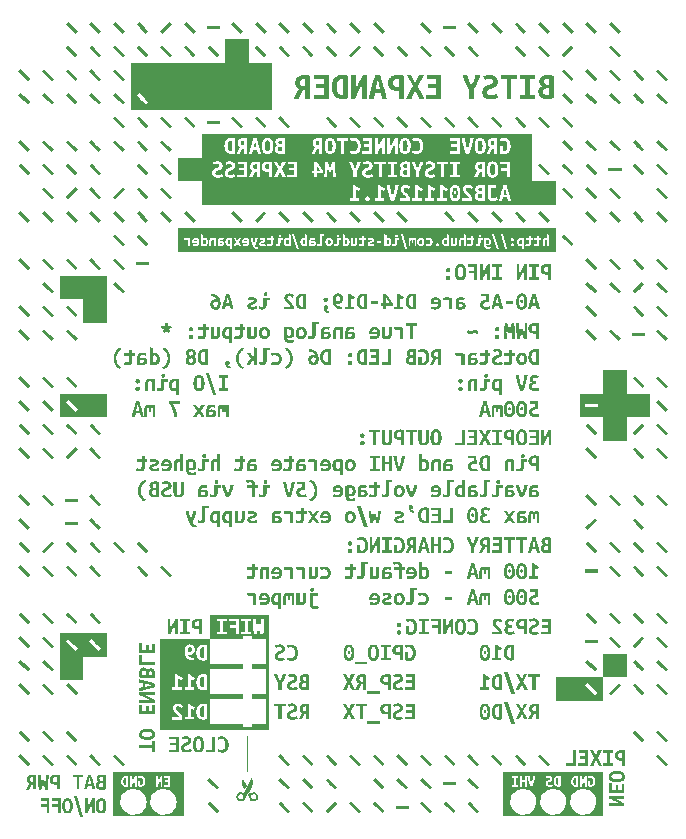
<source format=gbr>
G04 This is an RS-274x file exported by *
G04 gerbv version 2.7.0 *
G04 More information is available about gerbv at *
G04 http://gerbv.geda-project.org/ *
G04 --End of header info--*
%MOIN*%
%FSLAX36Y36*%
%IPPOS*%
G04 --Define apertures--*
%ADD10C,0.0139*%
G04 --Start main section--*
G54D10*
G36*
G01X0912700Y2480183D02*
G01X0912700Y2480183D01*
G01X0925100Y2467783D01*
G01X0917600Y2460283D01*
G01X0905200Y2472683D01*
G01X0905200Y2472683D01*
G01X0898000Y2479883D01*
G01X0898000Y2479883D01*
G01X0885600Y2492283D01*
G01X0893100Y2499783D01*
G01X0905500Y2487383D01*
G01X0905500Y2487383D01*
G01X0912700Y2480183D01*
G01X0912700Y2480183D01*
G37*
G36*
G01X0912700Y2401383D02*
G01X0912700Y2401383D01*
G01X0925100Y2389083D01*
G01X0917600Y2381583D01*
G01X0905200Y2393883D01*
G01X0905200Y2393883D01*
G01X0898000Y2401083D01*
G01X0898000Y2401083D01*
G01X0885600Y2413483D01*
G01X0893100Y2420983D01*
G01X0905500Y2408583D01*
G01X0905500Y2408583D01*
G01X0912700Y2401383D01*
G01X0912700Y2401383D01*
G37*
G36*
G01X0912700Y2322783D02*
G01X0912700Y2322783D01*
G01X0925100Y2310383D01*
G01X0917600Y2302883D01*
G01X0905200Y2315283D01*
G01X0905200Y2315283D01*
G01X0898000Y2322483D01*
G01X0898000Y2322483D01*
G01X0885600Y2334883D01*
G01X0893100Y2342383D01*
G01X0905500Y2329983D01*
G01X0905500Y2329983D01*
G01X0912700Y2322783D01*
G01X0912700Y2322783D01*
G37*
G36*
G01X0912700Y2244083D02*
G01X0912700Y2244083D01*
G01X0925100Y2231683D01*
G01X0917600Y2224183D01*
G01X0905200Y2236583D01*
G01X0905200Y2236583D01*
G01X0898000Y2243783D01*
G01X0898000Y2243783D01*
G01X0885600Y2256083D01*
G01X0893100Y2263583D01*
G01X0905500Y2251283D01*
G01X0905500Y2251283D01*
G01X0912700Y2244083D01*
G01X0912700Y2244083D01*
G37*
G36*
G01X0991300Y2322783D02*
G01X0991300Y2322783D01*
G01X1003700Y2310383D01*
G01X0996200Y2302883D01*
G01X0983800Y2315283D01*
G01X0983800Y2315283D01*
G01X0976600Y2322483D01*
G01X0976600Y2322483D01*
G01X0964300Y2334883D01*
G01X0971800Y2342383D01*
G01X0984100Y2329983D01*
G01X0984100Y2329983D01*
G01X0991300Y2322783D01*
G01X0991300Y2322783D01*
G37*
G36*
G01X1070100Y2322783D02*
G01X1070100Y2322783D01*
G01X1082500Y2310383D01*
G01X1075000Y2302883D01*
G01X1062600Y2315283D01*
G01X1062600Y2315283D01*
G01X1055400Y2322483D01*
G01X1055400Y2322483D01*
G01X1043000Y2334883D01*
G01X1050500Y2342383D01*
G01X1062900Y2329983D01*
G01X1062900Y2329983D01*
G01X1070100Y2322783D01*
G01X1070100Y2322783D01*
G37*
G36*
G01X1070100Y2244083D02*
G01X1070100Y2244083D01*
G01X1082500Y2231683D01*
G01X1075000Y2224183D01*
G01X1062600Y2236583D01*
G01X1062600Y2236583D01*
G01X1055400Y2243783D01*
G01X1055400Y2243783D01*
G01X1043000Y2256083D01*
G01X1050500Y2263583D01*
G01X1062900Y2251283D01*
G01X1062900Y2251283D01*
G01X1070100Y2244083D01*
G01X1070100Y2244083D01*
G37*
G36*
G01X0991300Y2244083D02*
G01X0991300Y2244083D01*
G01X1003700Y2231683D01*
G01X0996200Y2224183D01*
G01X0983800Y2236583D01*
G01X0983800Y2236583D01*
G01X0976600Y2243783D01*
G01X0976600Y2243783D01*
G01X0964300Y2256083D01*
G01X0971800Y2263583D01*
G01X0984100Y2251283D01*
G01X0984100Y2251283D01*
G01X0991300Y2244083D01*
G01X0991300Y2244083D01*
G37*
G36*
G01X0755200Y2322783D02*
G01X0755200Y2322783D01*
G01X0767600Y2310383D01*
G01X0760100Y2302883D01*
G01X0747700Y2315283D01*
G01X0747700Y2315283D01*
G01X0740500Y2322483D01*
G01X0740500Y2322483D01*
G01X0728100Y2334883D01*
G01X0735600Y2342383D01*
G01X0748000Y2329983D01*
G01X0748000Y2329983D01*
G01X0755200Y2322783D01*
G01X0755200Y2322783D01*
G37*
G36*
G01X0755200Y2244083D02*
G01X0755200Y2244083D01*
G01X0767600Y2231683D01*
G01X0760100Y2224183D01*
G01X0747700Y2236583D01*
G01X0747700Y2236583D01*
G01X0740500Y2243783D01*
G01X0740500Y2243783D01*
G01X0728100Y2256083D01*
G01X0735600Y2263583D01*
G01X0748000Y2251283D01*
G01X0748000Y2251283D01*
G01X0755200Y2244083D01*
G01X0755200Y2244083D01*
G37*
G36*
G01X0834000Y2322783D02*
G01X0834000Y2322783D01*
G01X0846300Y2310383D01*
G01X0838800Y2302883D01*
G01X0826500Y2315283D01*
G01X0826500Y2315283D01*
G01X0819300Y2322483D01*
G01X0819300Y2322483D01*
G01X0806900Y2334883D01*
G01X0814400Y2342383D01*
G01X0826800Y2329983D01*
G01X0826800Y2329983D01*
G01X0834000Y2322783D01*
G01X0834000Y2322783D01*
G37*
G36*
G01X0834000Y2244083D02*
G01X0834000Y2244083D01*
G01X0846300Y2231683D01*
G01X0838800Y2224183D01*
G01X0826500Y2236583D01*
G01X0826500Y2236583D01*
G01X0819300Y2243783D01*
G01X0819300Y2243783D01*
G01X0806900Y2256083D01*
G01X0814400Y2263583D01*
G01X0826800Y2251283D01*
G01X0826800Y2251283D01*
G01X0834000Y2244083D01*
G01X0834000Y2244083D01*
G37*
G36*
G01X0755200Y2165283D02*
G01X0755200Y2165283D01*
G01X0767600Y2152883D01*
G01X0760100Y2145383D01*
G01X0747700Y2157783D01*
G01X0747700Y2157783D01*
G01X0740500Y2164983D01*
G01X0740500Y2164983D01*
G01X0728100Y2177383D01*
G01X0735600Y2184883D01*
G01X0748000Y2172483D01*
G01X0748000Y2172483D01*
G01X0755200Y2165283D01*
G01X0755200Y2165283D01*
G37*
G36*
G01X0676500Y2165283D02*
G01X0676500Y2165283D01*
G01X0688800Y2152883D01*
G01X0681300Y2145383D01*
G01X0669000Y2157783D01*
G01X0669000Y2157783D01*
G01X0661800Y2164983D01*
G01X0661800Y2164983D01*
G01X0649400Y2177383D01*
G01X0656900Y2184883D01*
G01X0669300Y2172483D01*
G01X0669300Y2172483D01*
G01X0676500Y2165283D01*
G01X0676500Y2165283D01*
G37*
G36*
G01X0597700Y2165283D02*
G01X0597700Y2165283D01*
G01X0610100Y2152883D01*
G01X0602600Y2145383D01*
G01X0590200Y2157783D01*
G01X0590200Y2157783D01*
G01X0583000Y2164983D01*
G01X0583000Y2164983D01*
G01X0570600Y2177383D01*
G01X0578100Y2184883D01*
G01X0590500Y2172483D01*
G01X0590500Y2172483D01*
G01X0597700Y2165283D01*
G01X0597700Y2165283D01*
G37*
G36*
G01X0519000Y2165283D02*
G01X0519000Y2165283D01*
G01X0531300Y2152883D01*
G01X0523800Y2145383D01*
G01X0511500Y2157783D01*
G01X0511500Y2157783D01*
G01X0504300Y2164983D01*
G01X0504300Y2164983D01*
G01X0491900Y2177383D01*
G01X0499400Y2184883D01*
G01X0511800Y2172483D01*
G01X0511800Y2172483D01*
G01X0519000Y2165283D01*
G01X0519000Y2165283D01*
G37*
G36*
G01X0440200Y2165283D02*
G01X0440200Y2165283D01*
G01X0452600Y2152883D01*
G01X0445100Y2145383D01*
G01X0432700Y2157783D01*
G01X0432700Y2157783D01*
G01X0425500Y2164983D01*
G01X0425500Y2164983D01*
G01X0413100Y2177383D01*
G01X0420600Y2184883D01*
G01X0433000Y2172483D01*
G01X0433000Y2172483D01*
G01X0440200Y2165283D01*
G01X0440200Y2165283D01*
G37*
G36*
G01X0361500Y2165283D02*
G01X0361500Y2165283D01*
G01X0373800Y2152883D01*
G01X0366300Y2145383D01*
G01X0354000Y2157783D01*
G01X0354000Y2157783D01*
G01X0346800Y2164983D01*
G01X0346800Y2164983D01*
G01X0334400Y2177383D01*
G01X0341900Y2184883D01*
G01X0354300Y2172483D01*
G01X0354300Y2172483D01*
G01X0361500Y2165283D01*
G01X0361500Y2165283D01*
G37*
G36*
G01X0282700Y2165283D02*
G01X0282700Y2165283D01*
G01X0295100Y2152883D01*
G01X0287600Y2145383D01*
G01X0275200Y2157783D01*
G01X0275200Y2157783D01*
G01X0268000Y2164983D01*
G01X0268000Y2164983D01*
G01X0255600Y2177383D01*
G01X0263100Y2184883D01*
G01X0275500Y2172483D01*
G01X0275500Y2172483D01*
G01X0282700Y2165283D01*
G01X0282700Y2165283D01*
G37*
G36*
G01X0204000Y2165283D02*
G01X0204000Y2165283D01*
G01X0216300Y2152883D01*
G01X0208800Y2145383D01*
G01X0196500Y2157783D01*
G01X0196500Y2157783D01*
G01X0189300Y2164983D01*
G01X0189300Y2164983D01*
G01X0176900Y2177383D01*
G01X0184400Y2184883D01*
G01X0196800Y2172483D01*
G01X0196800Y2172483D01*
G01X0204000Y2165283D01*
G01X0204000Y2165283D01*
G37*
G36*
G01X0125200Y2165283D02*
G01X0125200Y2165283D01*
G01X0137600Y2152883D01*
G01X0130100Y2145383D01*
G01X0117700Y2157783D01*
G01X0117700Y2157783D01*
G01X0110500Y2164983D01*
G01X0110500Y2164983D01*
G01X0098100Y2177383D01*
G01X0105600Y2184883D01*
G01X0118000Y2172483D01*
G01X0118000Y2172483D01*
G01X0125200Y2165283D01*
G01X0125200Y2165283D01*
G37*
G36*
G01X0046500Y2165283D02*
G01X0046500Y2165283D01*
G01X0058800Y2152883D01*
G01X0051300Y2145383D01*
G01X0039000Y2157783D01*
G01X0039000Y2157783D01*
G01X0031800Y2164983D01*
G01X0031800Y2164983D01*
G01X0019400Y2177383D01*
G01X0027000Y2184783D01*
G01X0039400Y2172383D01*
G01X0039400Y2172383D01*
G01X0046500Y2165283D01*
G01X0046500Y2165283D01*
G37*
G36*
G01X-032300Y2165283D02*
G01X-032300Y2165283D01*
G01X-019900Y2152883D01*
G01X-027400Y2145383D01*
G01X-039800Y2157783D01*
G01X-039800Y2157783D01*
G01X-047000Y2164983D01*
G01X-047000Y2164983D01*
G01X-059400Y2177383D01*
G01X-051900Y2184883D01*
G01X-039500Y2172483D01*
G01X-039500Y2172483D01*
G01X-032300Y2165283D01*
G01X-032300Y2165283D01*
G37*
G36*
G01X-189600Y2165283D02*
G01X-189600Y2165283D01*
G01X-177300Y2152883D01*
G01X-184800Y2145383D01*
G01X-197100Y2157783D01*
G01X-197100Y2157783D01*
G01X-204400Y2164983D01*
G01X-204400Y2164983D01*
G01X-216700Y2177383D01*
G01X-209200Y2184883D01*
G01X-196900Y2172483D01*
G01X-196900Y2172483D01*
G01X-189600Y2165283D01*
G01X-189600Y2165283D01*
G37*
G36*
G01X-268400Y2165283D02*
G01X-268400Y2165283D01*
G01X-256000Y2152883D01*
G01X-263500Y2145383D01*
G01X-275900Y2157783D01*
G01X-275900Y2157783D01*
G01X-283100Y2164983D01*
G01X-283100Y2164983D01*
G01X-295500Y2177383D01*
G01X-288000Y2184883D01*
G01X-275600Y2172483D01*
G01X-275600Y2172483D01*
G01X-268400Y2165283D01*
G01X-268400Y2165283D01*
G37*
G36*
G01X-347100Y2165283D02*
G01X-347100Y2165283D01*
G01X-334800Y2152883D01*
G01X-342300Y2145383D01*
G01X-354600Y2157783D01*
G01X-354600Y2157783D01*
G01X-361900Y2164883D01*
G01X-361900Y2164883D01*
G01X-374200Y2177283D01*
G01X-366700Y2184783D01*
G01X-354400Y2172383D01*
G01X-354400Y2172383D01*
G01X-347100Y2165283D01*
G01X-347100Y2165283D01*
G37*
G36*
G01X-428200Y2170383D02*
G01X-428200Y2170383D01*
G01X-410700Y2170383D01*
G01X-410700Y2159783D01*
G01X-428200Y2159783D01*
G01X-428200Y2159783D01*
G01X-438400Y2159783D01*
G01X-438400Y2159783D01*
G01X-455900Y2159783D01*
G01X-455900Y2170383D01*
G01X-438400Y2170383D01*
G01X-438400Y2170383D01*
G01X-428200Y2170383D01*
G01X-428200Y2170383D01*
G37*
G36*
G01X-504600Y2165283D02*
G01X-504600Y2165283D01*
G01X-492300Y2152883D01*
G01X-499800Y2145383D01*
G01X-512100Y2157783D01*
G01X-512100Y2157783D01*
G01X-519400Y2164983D01*
G01X-519400Y2164983D01*
G01X-531700Y2177383D01*
G01X-524200Y2184883D01*
G01X-511900Y2172483D01*
G01X-511900Y2172483D01*
G01X-504600Y2165283D01*
G01X-504600Y2165283D01*
G37*
G36*
G01X-583400Y2165283D02*
G01X-583400Y2165283D01*
G01X-571000Y2152883D01*
G01X-578500Y2145383D01*
G01X-590900Y2157783D01*
G01X-590900Y2157783D01*
G01X-598100Y2164983D01*
G01X-598100Y2164983D01*
G01X-610500Y2177383D01*
G01X-603000Y2184883D01*
G01X-590600Y2172483D01*
G01X-590600Y2172483D01*
G01X-583400Y2165283D01*
G01X-583400Y2165283D01*
G37*
G36*
G01X-662100Y2165283D02*
G01X-662100Y2165283D01*
G01X-649800Y2152883D01*
G01X-657300Y2145383D01*
G01X-669600Y2157783D01*
G01X-669600Y2157783D01*
G01X-676900Y2164983D01*
G01X-676900Y2164983D01*
G01X-689200Y2177383D01*
G01X-681700Y2184883D01*
G01X-669400Y2172483D01*
G01X-669400Y2172483D01*
G01X-662100Y2165283D01*
G01X-662100Y2165283D01*
G37*
G36*
G01X-740900Y2165283D02*
G01X-740900Y2165283D01*
G01X-728500Y2152883D01*
G01X-736000Y2145383D01*
G01X-748400Y2157783D01*
G01X-748400Y2157783D01*
G01X-755600Y2164983D01*
G01X-755600Y2164983D01*
G01X-768000Y2177383D01*
G01X-760500Y2184883D01*
G01X-748100Y2172483D01*
G01X-748100Y2172483D01*
G01X-740900Y2165283D01*
G01X-740900Y2165283D01*
G37*
G36*
G01X-740900Y2244083D02*
G01X-740900Y2244083D01*
G01X-728500Y2231683D01*
G01X-736000Y2224183D01*
G01X-748400Y2236583D01*
G01X-748400Y2236583D01*
G01X-755600Y2243783D01*
G01X-755600Y2243783D01*
G01X-768000Y2256083D01*
G01X-760500Y2263583D01*
G01X-748100Y2251283D01*
G01X-748100Y2251283D01*
G01X-740900Y2244083D01*
G01X-740900Y2244083D01*
G37*
G36*
G01X-819600Y2244083D02*
G01X-819600Y2244083D01*
G01X-807300Y2231683D01*
G01X-814800Y2224183D01*
G01X-827100Y2236583D01*
G01X-827100Y2236583D01*
G01X-834400Y2243783D01*
G01X-834400Y2243783D01*
G01X-846700Y2256083D01*
G01X-839200Y2263583D01*
G01X-826900Y2251283D01*
G01X-826900Y2251283D01*
G01X-819600Y2244083D01*
G01X-819600Y2244083D01*
G37*
G36*
G01X-898400Y2244083D02*
G01X-898400Y2244083D01*
G01X-886000Y2231683D01*
G01X-893500Y2224183D01*
G01X-905900Y2236583D01*
G01X-905900Y2236583D01*
G01X-913100Y2243783D01*
G01X-913100Y2243783D01*
G01X-925500Y2256083D01*
G01X-918000Y2263583D01*
G01X-905600Y2251283D01*
G01X-905600Y2251283D01*
G01X-898400Y2244083D01*
G01X-898400Y2244083D01*
G37*
G36*
G01X-977100Y2244083D02*
G01X-977100Y2244083D01*
G01X-964800Y2231683D01*
G01X-972300Y2224183D01*
G01X-984600Y2236583D01*
G01X-984600Y2236583D01*
G01X-991900Y2243783D01*
G01X-991900Y2243783D01*
G01X-1004200Y2256083D01*
G01X-996700Y2263583D01*
G01X-984400Y2251283D01*
G01X-984400Y2251283D01*
G01X-977100Y2244083D01*
G01X-977100Y2244083D01*
G37*
G36*
G01X-1055900Y2244083D02*
G01X-1055900Y2244083D01*
G01X-1043500Y2231683D01*
G01X-1051000Y2224183D01*
G01X-1063400Y2236583D01*
G01X-1063400Y2236583D01*
G01X-1070600Y2243783D01*
G01X-1070600Y2243783D01*
G01X-1082800Y2255983D01*
G01X-1075300Y2263483D01*
G01X-1063000Y2251083D01*
G01X-1063000Y2251083D01*
G01X-1055900Y2244083D01*
G01X-1055900Y2244083D01*
G37*
G36*
G01X-740900Y2322783D02*
G01X-740900Y2322783D01*
G01X-728500Y2310383D01*
G01X-736000Y2302883D01*
G01X-748400Y2315283D01*
G01X-748400Y2315283D01*
G01X-755600Y2322483D01*
G01X-755600Y2322483D01*
G01X-768000Y2334883D01*
G01X-760500Y2342383D01*
G01X-748100Y2329983D01*
G01X-748100Y2329983D01*
G01X-740900Y2322783D01*
G01X-740900Y2322783D01*
G37*
G36*
G01X-819600Y2322783D02*
G01X-819600Y2322783D01*
G01X-807300Y2310383D01*
G01X-814800Y2302883D01*
G01X-827100Y2315283D01*
G01X-827100Y2315283D01*
G01X-834400Y2322483D01*
G01X-834400Y2322483D01*
G01X-846700Y2334883D01*
G01X-839200Y2342383D01*
G01X-826900Y2329983D01*
G01X-826900Y2329983D01*
G01X-819600Y2322783D01*
G01X-819600Y2322783D01*
G37*
G36*
G01X-898400Y2322783D02*
G01X-898400Y2322783D01*
G01X-886000Y2310383D01*
G01X-893500Y2302883D01*
G01X-905900Y2315283D01*
G01X-905900Y2315283D01*
G01X-913100Y2322483D01*
G01X-913100Y2322483D01*
G01X-925500Y2334883D01*
G01X-918000Y2342383D01*
G01X-905600Y2329983D01*
G01X-905600Y2329983D01*
G01X-898400Y2322783D01*
G01X-898400Y2322783D01*
G37*
G36*
G01X-740900Y2401383D02*
G01X-740900Y2401383D01*
G01X-728500Y2389083D01*
G01X-736000Y2381583D01*
G01X-748400Y2393883D01*
G01X-748400Y2393883D01*
G01X-755600Y2401083D01*
G01X-755600Y2401083D01*
G01X-768000Y2413483D01*
G01X-760500Y2420983D01*
G01X-748100Y2408583D01*
G01X-748100Y2408583D01*
G01X-740900Y2401383D01*
G01X-740900Y2401383D01*
G37*
G36*
G01X-819600Y2401383D02*
G01X-819600Y2401383D01*
G01X-807300Y2389083D01*
G01X-814800Y2381583D01*
G01X-827100Y2393883D01*
G01X-827100Y2393883D01*
G01X-834400Y2401083D01*
G01X-834400Y2401083D01*
G01X-846700Y2413483D01*
G01X-839200Y2420983D01*
G01X-826900Y2408583D01*
G01X-826900Y2408583D01*
G01X-819600Y2401383D01*
G01X-819600Y2401383D01*
G37*
G36*
G01X-898400Y2401383D02*
G01X-898400Y2401383D01*
G01X-886000Y2389083D01*
G01X-893500Y2381583D01*
G01X-905900Y2393883D01*
G01X-905900Y2393883D01*
G01X-913100Y2401083D01*
G01X-913100Y2401083D01*
G01X-925500Y2413483D01*
G01X-918000Y2420983D01*
G01X-905600Y2408583D01*
G01X-905600Y2408583D01*
G01X-898400Y2401383D01*
G01X-898400Y2401383D01*
G37*
G36*
G01X-740900Y2480183D02*
G01X-740900Y2480183D01*
G01X-728500Y2467783D01*
G01X-736000Y2460283D01*
G01X-748400Y2472683D01*
G01X-748400Y2472683D01*
G01X-755600Y2479883D01*
G01X-755600Y2479883D01*
G01X-768000Y2492283D01*
G01X-760500Y2499783D01*
G01X-748100Y2487383D01*
G01X-748100Y2487383D01*
G01X-740900Y2480183D01*
G01X-740900Y2480183D01*
G37*
G36*
G01X-819600Y2480183D02*
G01X-819600Y2480183D01*
G01X-807300Y2467783D01*
G01X-814800Y2460283D01*
G01X-827100Y2472683D01*
G01X-827100Y2472683D01*
G01X-834400Y2479883D01*
G01X-834400Y2479883D01*
G01X-846700Y2492283D01*
G01X-839200Y2499783D01*
G01X-826900Y2487383D01*
G01X-826900Y2487383D01*
G01X-819600Y2480183D01*
G01X-819600Y2480183D01*
G37*
G36*
G01X-898400Y2480183D02*
G01X-898400Y2480183D01*
G01X-886000Y2467783D01*
G01X-893500Y2460283D01*
G01X-905900Y2472683D01*
G01X-905900Y2472683D01*
G01X-913100Y2479883D01*
G01X-913100Y2479883D01*
G01X-925500Y2492283D01*
G01X-918000Y2499783D01*
G01X-905600Y2487383D01*
G01X-905600Y2487383D01*
G01X-898400Y2480183D01*
G01X-898400Y2480183D01*
G37*
G36*
G01X-504600Y2480183D02*
G01X-504600Y2480183D01*
G01X-492300Y2467783D01*
G01X-499800Y2460283D01*
G01X-512100Y2472683D01*
G01X-512100Y2472683D01*
G01X-519400Y2479883D01*
G01X-519400Y2479883D01*
G01X-531700Y2492283D01*
G01X-524200Y2499783D01*
G01X-511900Y2487383D01*
G01X-511900Y2487383D01*
G01X-504600Y2480183D01*
G01X-504600Y2480183D01*
G37*
G36*
G01X-428200Y2485283D02*
G01X-428200Y2485283D01*
G01X-410700Y2485283D01*
G01X-410700Y2474583D01*
G01X-428200Y2474583D01*
G01X-428200Y2474583D01*
G01X-438400Y2474583D01*
G01X-438400Y2474583D01*
G01X-455900Y2474583D01*
G01X-455900Y2485283D01*
G01X-438400Y2485283D01*
G01X-438400Y2485283D01*
G01X-428200Y2485283D01*
G01X-428200Y2485283D01*
G37*
G36*
G01X-347100Y2480183D02*
G01X-347100Y2480183D01*
G01X-334800Y2467783D01*
G01X-342400Y2460283D01*
G01X-354800Y2472683D01*
G01X-354800Y2472683D01*
G01X-361900Y2479883D01*
G01X-361900Y2479883D01*
G01X-374200Y2492283D01*
G01X-366700Y2499783D01*
G01X-354400Y2487383D01*
G01X-354400Y2487383D01*
G01X-347100Y2480183D01*
G01X-347100Y2480183D01*
G37*
G36*
G01X-590900Y2487383D02*
G01X-590900Y2487383D01*
G01X-578500Y2499783D01*
G01X-571000Y2492283D01*
G01X-583400Y2479883D01*
G01X-583400Y2479883D01*
G01X-590600Y2472683D01*
G01X-590600Y2472683D01*
G01X-603000Y2460283D01*
G01X-610500Y2467883D01*
G01X-598100Y2480283D01*
G01X-598100Y2480283D01*
G01X-590900Y2487383D01*
G01X-590900Y2487383D01*
G37*
G36*
G01X-662100Y2480183D02*
G01X-662100Y2480183D01*
G01X-649800Y2467783D01*
G01X-657300Y2460283D01*
G01X-669600Y2472683D01*
G01X-669600Y2472683D01*
G01X-676900Y2479883D01*
G01X-676900Y2479883D01*
G01X-689200Y2492283D01*
G01X-681700Y2499783D01*
G01X-669400Y2487383D01*
G01X-669400Y2487383D01*
G01X-662100Y2480183D01*
G01X-662100Y2480183D01*
G37*
G36*
G01X-977100Y2322783D02*
G01X-977100Y2322783D01*
G01X-964800Y2310383D01*
G01X-972300Y2302883D01*
G01X-984600Y2315283D01*
G01X-984600Y2315283D01*
G01X-991900Y2322483D01*
G01X-991900Y2322483D01*
G01X-1004200Y2334883D01*
G01X-996700Y2342383D01*
G01X-984400Y2329983D01*
G01X-984400Y2329983D01*
G01X-977100Y2322783D01*
G01X-977100Y2322783D01*
G37*
G36*
G01X-1055900Y2322783D02*
G01X-1055900Y2322783D01*
G01X-1043500Y2310383D01*
G01X-1051000Y2302883D01*
G01X-1063400Y2315283D01*
G01X-1063400Y2315283D01*
G01X-1070600Y2322483D01*
G01X-1070600Y2322483D01*
G01X-1083000Y2334883D01*
G01X-1075500Y2342383D01*
G01X-1063100Y2329983D01*
G01X-1063100Y2329983D01*
G01X-1055900Y2322783D01*
G01X-1055900Y2322783D01*
G37*
G36*
G01X0834000Y2480183D02*
G01X0834000Y2480183D01*
G01X0846300Y2467783D01*
G01X0838800Y2460283D01*
G01X0826500Y2472683D01*
G01X0826500Y2472683D01*
G01X0819300Y2479883D01*
G01X0819300Y2479883D01*
G01X0806900Y2492283D01*
G01X0814400Y2499783D01*
G01X0826800Y2487383D01*
G01X0826800Y2487383D01*
G01X0834000Y2480183D01*
G01X0834000Y2480183D01*
G37*
G36*
G01X0755200Y2480183D02*
G01X0755200Y2480183D01*
G01X0767600Y2467783D01*
G01X0760100Y2460283D01*
G01X0747700Y2472683D01*
G01X0747700Y2472683D01*
G01X0740500Y2479883D01*
G01X0740500Y2479883D01*
G01X0728100Y2492283D01*
G01X0735600Y2499783D01*
G01X0748000Y2487383D01*
G01X0748000Y2487383D01*
G01X0755200Y2480183D01*
G01X0755200Y2480183D01*
G37*
G36*
G01X0747700Y2408583D02*
G01X0747700Y2408583D01*
G01X0760100Y2420983D01*
G01X0767600Y2413483D01*
G01X0755200Y2401083D01*
G01X0755200Y2401083D01*
G01X0748000Y2393883D01*
G01X0748000Y2393883D01*
G01X0735600Y2381583D01*
G01X0728100Y2389083D01*
G01X0740500Y2401383D01*
G01X0740500Y2401383D01*
G01X0747700Y2408583D01*
G01X0747700Y2408583D01*
G37*
G36*
G01X0676500Y2480183D02*
G01X0676500Y2480183D01*
G01X0688800Y2467783D01*
G01X0681300Y2460283D01*
G01X0669000Y2472683D01*
G01X0669000Y2472683D01*
G01X0661800Y2479883D01*
G01X0661800Y2479883D01*
G01X0649400Y2492283D01*
G01X0656900Y2499783D01*
G01X0669300Y2487383D01*
G01X0669300Y2487383D01*
G01X0676500Y2480183D01*
G01X0676500Y2480183D01*
G37*
G36*
G01X0597700Y2480183D02*
G01X0597700Y2480183D01*
G01X0610100Y2467783D01*
G01X0602600Y2460283D01*
G01X0590200Y2472683D01*
G01X0590200Y2472683D01*
G01X0583000Y2479883D01*
G01X0583000Y2479883D01*
G01X0570600Y2492283D01*
G01X0578100Y2499783D01*
G01X0590500Y2487383D01*
G01X0590500Y2487383D01*
G01X0597700Y2480183D01*
G01X0597700Y2480183D01*
G37*
G36*
G01X0519000Y2480183D02*
G01X0519000Y2480183D01*
G01X0531300Y2467783D01*
G01X0523800Y2460283D01*
G01X0511500Y2472683D01*
G01X0511500Y2472683D01*
G01X0504300Y2479883D01*
G01X0504300Y2479883D01*
G01X0491900Y2492283D01*
G01X0499400Y2499783D01*
G01X0511800Y2487383D01*
G01X0511800Y2487383D01*
G01X0519000Y2480183D01*
G01X0519000Y2480183D01*
G37*
G36*
G01X0440200Y2480183D02*
G01X0440200Y2480183D01*
G01X0452600Y2467783D01*
G01X0445100Y2460283D01*
G01X0432700Y2472683D01*
G01X0432700Y2472683D01*
G01X0425500Y2479883D01*
G01X0425500Y2479883D01*
G01X0413100Y2492283D01*
G01X0420600Y2499783D01*
G01X0433000Y2487383D01*
G01X0433000Y2487383D01*
G01X0440200Y2480183D01*
G01X0440200Y2480183D01*
G37*
G36*
G01X0359300Y2485283D02*
G01X0359300Y2485283D01*
G01X0376800Y2485283D01*
G01X0376800Y2474583D01*
G01X0359300Y2474583D01*
G01X0359300Y2474583D01*
G01X0349100Y2474583D01*
G01X0349100Y2474583D01*
G01X0331600Y2474583D01*
G01X0331600Y2485283D01*
G01X0349100Y2485283D01*
G01X0349100Y2485283D01*
G01X0359300Y2485283D01*
G01X0359300Y2485283D01*
G37*
G36*
G01X0282700Y2480183D02*
G01X0282700Y2480183D01*
G01X0295100Y2467783D01*
G01X0287600Y2460283D01*
G01X0275200Y2472683D01*
G01X0275200Y2472683D01*
G01X0268000Y2479883D01*
G01X0268000Y2479883D01*
G01X0255600Y2492283D01*
G01X0263100Y2499783D01*
G01X0275500Y2487383D01*
G01X0275500Y2487383D01*
G01X0282700Y2480183D01*
G01X0282700Y2480183D01*
G37*
G36*
G01X0676500Y2401383D02*
G01X0676500Y2401383D01*
G01X0688800Y2389083D01*
G01X0681300Y2381583D01*
G01X0669000Y2393883D01*
G01X0669000Y2393883D01*
G01X0661800Y2401083D01*
G01X0661800Y2401083D01*
G01X0649400Y2413483D01*
G01X0656900Y2420983D01*
G01X0669300Y2408583D01*
G01X0669300Y2408583D01*
G01X0676500Y2401383D01*
G01X0676500Y2401383D01*
G37*
G36*
G01X0597700Y2401383D02*
G01X0597700Y2401383D01*
G01X0610100Y2389083D01*
G01X0602600Y2381583D01*
G01X0590200Y2393883D01*
G01X0590200Y2393883D01*
G01X0583000Y2401083D01*
G01X0583000Y2401083D01*
G01X0570600Y2413483D01*
G01X0578100Y2420983D01*
G01X0590500Y2408583D01*
G01X0590500Y2408583D01*
G01X0597700Y2401383D01*
G01X0597700Y2401383D01*
G37*
G36*
G01X0440200Y2401383D02*
G01X0440200Y2401383D01*
G01X0452600Y2389083D01*
G01X0445100Y2381583D01*
G01X0432700Y2393883D01*
G01X0432700Y2393883D01*
G01X0425500Y2401083D01*
G01X0425500Y2401083D01*
G01X0413100Y2413483D01*
G01X0420600Y2420983D01*
G01X0433000Y2408583D01*
G01X0433000Y2408583D01*
G01X0440200Y2401383D01*
G01X0440200Y2401383D01*
G37*
G36*
G01X0361500Y2401383D02*
G01X0361500Y2401383D01*
G01X0373800Y2389083D01*
G01X0366300Y2381583D01*
G01X0354000Y2393883D01*
G01X0354000Y2393883D01*
G01X0346800Y2401083D01*
G01X0346800Y2401083D01*
G01X0334400Y2413483D01*
G01X0341900Y2420983D01*
G01X0354300Y2408583D01*
G01X0354300Y2408583D01*
G01X0361500Y2401383D01*
G01X0361500Y2401383D01*
G37*
G36*
G01X0282700Y2401383D02*
G01X0282700Y2401383D01*
G01X0295100Y2389083D01*
G01X0287600Y2381583D01*
G01X0275200Y2393883D01*
G01X0275200Y2393883D01*
G01X0268000Y2401083D01*
G01X0268000Y2401083D01*
G01X0255600Y2413483D01*
G01X0263100Y2420983D01*
G01X0275500Y2408583D01*
G01X0275500Y2408583D01*
G01X0282700Y2401383D01*
G01X0282700Y2401383D01*
G37*
G36*
G01X0204000Y2401383D02*
G01X0204000Y2401383D01*
G01X0216300Y2389083D01*
G01X0208800Y2381583D01*
G01X0196500Y2393883D01*
G01X0196500Y2393883D01*
G01X0189300Y2401083D01*
G01X0189300Y2401083D01*
G01X0176900Y2413483D01*
G01X0184400Y2420983D01*
G01X0196800Y2408583D01*
G01X0196800Y2408583D01*
G01X0204000Y2401383D01*
G01X0204000Y2401383D01*
G37*
G36*
G01X0125200Y2401383D02*
G01X0125200Y2401383D01*
G01X0137600Y2389083D01*
G01X0130100Y2381583D01*
G01X0117700Y2393883D01*
G01X0117700Y2393883D01*
G01X0110500Y2401083D01*
G01X0110500Y2401083D01*
G01X0098100Y2413483D01*
G01X0105600Y2420983D01*
G01X0118000Y2408583D01*
G01X0118000Y2408583D01*
G01X0125200Y2401383D01*
G01X0125200Y2401383D01*
G37*
G36*
G01X0039400Y2393883D02*
G01X0039400Y2393883D01*
G01X0027000Y2381583D01*
G01X0019500Y2389083D01*
G01X0031900Y2401383D01*
G01X0031900Y2401383D01*
G01X0039100Y2408583D01*
G01X0039100Y2408583D01*
G01X0051500Y2420983D01*
G01X0059000Y2413483D01*
G01X0046600Y2401083D01*
G01X0046600Y2401083D01*
G01X0039400Y2393883D01*
G01X0039400Y2393883D01*
G37*
G36*
G01X-032300Y2401383D02*
G01X-032300Y2401383D01*
G01X-019900Y2389083D01*
G01X-027400Y2381583D01*
G01X-039800Y2393883D01*
G01X-039800Y2393883D01*
G01X-047000Y2401083D01*
G01X-047000Y2401083D01*
G01X-059400Y2413483D01*
G01X-051900Y2420983D01*
G01X-039500Y2408583D01*
G01X-039500Y2408583D01*
G01X-032300Y2401383D01*
G01X-032300Y2401383D01*
G37*
G36*
G01X-111000Y2401383D02*
G01X-111000Y2401383D01*
G01X-098700Y2389083D01*
G01X-106200Y2381583D01*
G01X-118500Y2393883D01*
G01X-118500Y2393883D01*
G01X-125700Y2401083D01*
G01X-125700Y2401083D01*
G01X-138100Y2413483D01*
G01X-130600Y2420983D01*
G01X-118200Y2408583D01*
G01X-118200Y2408583D01*
G01X-111000Y2401383D01*
G01X-111000Y2401383D01*
G37*
G36*
G01X-189600Y2401383D02*
G01X-189600Y2401383D01*
G01X-177300Y2389083D01*
G01X-184800Y2381583D01*
G01X-197100Y2393883D01*
G01X-197100Y2393883D01*
G01X-204400Y2401083D01*
G01X-204400Y2401083D01*
G01X-216700Y2413483D01*
G01X-209200Y2420983D01*
G01X-196900Y2408583D01*
G01X-196900Y2408583D01*
G01X-189600Y2401383D01*
G01X-189600Y2401383D01*
G37*
G36*
G01X0125200Y2480183D02*
G01X0125200Y2480183D01*
G01X0137600Y2467783D01*
G01X0130100Y2460283D01*
G01X0117700Y2472683D01*
G01X0117700Y2472683D01*
G01X0110500Y2479883D01*
G01X0110500Y2479883D01*
G01X0098100Y2492283D01*
G01X0105600Y2499783D01*
G01X0118000Y2487383D01*
G01X0118000Y2487383D01*
G01X0125200Y2480183D01*
G01X0125200Y2480183D01*
G37*
G36*
G01X0046500Y2480183D02*
G01X0046500Y2480183D01*
G01X0058800Y2467783D01*
G01X0051300Y2460283D01*
G01X0039000Y2472683D01*
G01X0039000Y2472683D01*
G01X0031800Y2479883D01*
G01X0031800Y2479883D01*
G01X0019400Y2492283D01*
G01X0027000Y2499783D01*
G01X0039400Y2487383D01*
G01X0039400Y2487383D01*
G01X0046500Y2480183D01*
G01X0046500Y2480183D01*
G37*
G36*
G01X-032300Y2480183D02*
G01X-032300Y2480183D01*
G01X-019900Y2467783D01*
G01X-027400Y2460283D01*
G01X-039800Y2472683D01*
G01X-039800Y2472683D01*
G01X-047000Y2479883D01*
G01X-047000Y2479883D01*
G01X-059400Y2492283D01*
G01X-051900Y2499783D01*
G01X-039500Y2487383D01*
G01X-039500Y2487383D01*
G01X-032300Y2480183D01*
G01X-032300Y2480183D01*
G37*
G36*
G01X-111000Y2480183D02*
G01X-111000Y2480183D01*
G01X-098700Y2467783D01*
G01X-106200Y2460283D01*
G01X-118500Y2472683D01*
G01X-118500Y2472683D01*
G01X-125700Y2479883D01*
G01X-125700Y2479883D01*
G01X-138100Y2492283D01*
G01X-130600Y2499783D01*
G01X-118200Y2487383D01*
G01X-118200Y2487383D01*
G01X-111000Y2480183D01*
G01X-111000Y2480183D01*
G37*
G36*
G01X-189600Y2480183D02*
G01X-189600Y2480183D01*
G01X-177300Y2467783D01*
G01X-184800Y2460283D01*
G01X-197300Y2472683D01*
G01X-197300Y2472683D01*
G01X-204500Y2479883D01*
G01X-204500Y2479883D01*
G01X-216900Y2492283D01*
G01X-209400Y2499783D01*
G01X-197000Y2487383D01*
G01X-197000Y2487383D01*
G01X-189600Y2480183D01*
G01X-189600Y2480183D01*
G37*
G36*
G01X-268400Y2480183D02*
G01X-268400Y2480183D01*
G01X-256000Y2467783D01*
G01X-263500Y2460283D01*
G01X-276000Y2472683D01*
G01X-276000Y2472683D01*
G01X-283200Y2479883D01*
G01X-283200Y2479883D01*
G01X-295600Y2492283D01*
G01X-288100Y2499783D01*
G01X-275700Y2487383D01*
G01X-275700Y2487383D01*
G01X-268400Y2480183D01*
G01X-268400Y2480183D01*
G37*
G36*
G01X-944900Y1653083D02*
G01X-944900Y1574483D01*
G01X-866300Y1574483D01*
G01X-866300Y1495883D01*
G01X-787700Y1495883D01*
G01X-787700Y1574483D01*
G01X-787700Y1653083D01*
G01X-866300Y1653083D01*
G01X-944900Y1653083D01*
G37*
G36*
G01X0944700Y0314683D02*
G01X0944700Y0393483D01*
G01X0866000Y0393483D01*
G01X0866000Y0314683D01*
G01X0944700Y0314683D01*
G37*
G36*
G01X-320000Y0117783D02*
G01X-322700Y0117783D01*
G01X-322700Y-000217D01*
G01X-320000Y-000217D01*
G01X-317500Y-000217D01*
G01X-317500Y0117783D01*
G01X-320000Y0117783D01*
G37*
G36*
G01X-583400Y2165283D02*
G01X-583400Y2165283D01*
G01X-571000Y2152883D01*
G01X-578500Y2145383D01*
G01X-590900Y2157783D01*
G01X-590900Y2157783D01*
G01X-598100Y2164983D01*
G01X-598100Y2164983D01*
G01X-610500Y2177383D01*
G01X-603000Y2184883D01*
G01X-590600Y2172483D01*
G01X-590600Y2172483D01*
G01X-583400Y2165283D01*
G01X-583400Y2165283D01*
G37*
G36*
G01X-662100Y2165283D02*
G01X-662100Y2165283D01*
G01X-649800Y2152883D01*
G01X-657300Y2145383D01*
G01X-669600Y2157783D01*
G01X-669600Y2157783D01*
G01X-676900Y2164983D01*
G01X-676900Y2164983D01*
G01X-689200Y2177383D01*
G01X-681700Y2184883D01*
G01X-669400Y2172483D01*
G01X-669400Y2172483D01*
G01X-662100Y2165283D01*
G01X-662100Y2165283D01*
G37*
G36*
G01X-740900Y2165283D02*
G01X-740900Y2165283D01*
G01X-728500Y2152883D01*
G01X-736000Y2145383D01*
G01X-748400Y2157783D01*
G01X-748400Y2157783D01*
G01X-755600Y2164983D01*
G01X-755600Y2164983D01*
G01X-768000Y2177383D01*
G01X-760500Y2184883D01*
G01X-748100Y2172483D01*
G01X-748100Y2172483D01*
G01X-740900Y2165283D01*
G01X-740900Y2165283D01*
G37*
G36*
G01X-583400Y2086583D02*
G01X-583400Y2086583D01*
G01X-571000Y2074183D01*
G01X-578500Y2066683D01*
G01X-590900Y2079083D01*
G01X-590900Y2079083D01*
G01X-598100Y2086283D01*
G01X-598100Y2086283D01*
G01X-610500Y2098583D01*
G01X-603000Y2106083D01*
G01X-590600Y2093783D01*
G01X-590600Y2093783D01*
G01X-583400Y2086583D01*
G01X-583400Y2086583D01*
G37*
G36*
G01X-662100Y2086583D02*
G01X-662100Y2086583D01*
G01X-649800Y2074183D01*
G01X-657300Y2066683D01*
G01X-669600Y2079083D01*
G01X-669600Y2079083D01*
G01X-676900Y2086283D01*
G01X-676900Y2086283D01*
G01X-689200Y2098583D01*
G01X-681700Y2106083D01*
G01X-669400Y2093783D01*
G01X-669400Y2093783D01*
G01X-662100Y2086583D01*
G01X-662100Y2086583D01*
G37*
G36*
G01X-740900Y2086583D02*
G01X-740900Y2086583D01*
G01X-728500Y2074183D01*
G01X-736000Y2066683D01*
G01X-748400Y2079083D01*
G01X-748400Y2079083D01*
G01X-755600Y2086283D01*
G01X-755600Y2086283D01*
G01X-768000Y2098583D01*
G01X-760500Y2106083D01*
G01X-748100Y2093783D01*
G01X-748100Y2093783D01*
G01X-740900Y2086583D01*
G01X-740900Y2086583D01*
G37*
G36*
G01X-819600Y2086583D02*
G01X-819600Y2086583D01*
G01X-807300Y2074183D01*
G01X-814800Y2066683D01*
G01X-827100Y2079083D01*
G01X-827100Y2079083D01*
G01X-834400Y2086283D01*
G01X-834400Y2086283D01*
G01X-846700Y2098583D01*
G01X-839200Y2106083D01*
G01X-826900Y2093783D01*
G01X-826900Y2093783D01*
G01X-819600Y2086583D01*
G01X-819600Y2086583D01*
G37*
G36*
G01X-898400Y2086583D02*
G01X-898400Y2086583D01*
G01X-886000Y2074183D01*
G01X-893500Y2066683D01*
G01X-905900Y2079083D01*
G01X-905900Y2079083D01*
G01X-913100Y2086283D01*
G01X-913100Y2086283D01*
G01X-925500Y2098583D01*
G01X-918000Y2106083D01*
G01X-905600Y2093783D01*
G01X-905600Y2093783D01*
G01X-898400Y2086583D01*
G01X-898400Y2086583D01*
G37*
G36*
G01X-977100Y2086583D02*
G01X-977100Y2086583D01*
G01X-964800Y2074183D01*
G01X-972300Y2066683D01*
G01X-984600Y2079083D01*
G01X-984600Y2079083D01*
G01X-991900Y2086283D01*
G01X-991900Y2086283D01*
G01X-1004200Y2098583D01*
G01X-996700Y2106083D01*
G01X-984400Y2093783D01*
G01X-984400Y2093783D01*
G01X-977100Y2086583D01*
G01X-977100Y2086583D01*
G37*
G36*
G01X-1055900Y2086583D02*
G01X-1055900Y2086583D01*
G01X-1043500Y2074183D01*
G01X-1051000Y2066683D01*
G01X-1063400Y2079083D01*
G01X-1063400Y2079083D01*
G01X-1070600Y2086283D01*
G01X-1070600Y2086283D01*
G01X-1083000Y2098583D01*
G01X-1075500Y2106083D01*
G01X-1063100Y2093783D01*
G01X-1063100Y2093783D01*
G01X-1055900Y2086583D01*
G01X-1055900Y2086583D01*
G37*
G36*
G01X-583400Y2007783D02*
G01X-583400Y2007783D01*
G01X-571000Y1995383D01*
G01X-578500Y1987883D01*
G01X-590900Y2000283D01*
G01X-590900Y2000283D01*
G01X-598100Y2007483D01*
G01X-598100Y2007483D01*
G01X-610500Y2019883D01*
G01X-603000Y2027383D01*
G01X-590600Y2014983D01*
G01X-590600Y2014983D01*
G01X-583400Y2007783D01*
G01X-583400Y2007783D01*
G37*
G36*
G01X-662100Y2007783D02*
G01X-662100Y2007783D01*
G01X-649800Y1995383D01*
G01X-657300Y1987883D01*
G01X-669600Y2000283D01*
G01X-669600Y2000283D01*
G01X-676900Y2007483D01*
G01X-676900Y2007483D01*
G01X-689200Y2019883D01*
G01X-681700Y2027383D01*
G01X-669400Y2014983D01*
G01X-669400Y2014983D01*
G01X-662100Y2007783D01*
G01X-662100Y2007783D01*
G37*
G36*
G01X-819600Y2007783D02*
G01X-819600Y2007783D01*
G01X-807300Y1995383D01*
G01X-814800Y1987883D01*
G01X-827100Y2000283D01*
G01X-827100Y2000283D01*
G01X-834400Y2007483D01*
G01X-834400Y2007483D01*
G01X-846700Y2019883D01*
G01X-839200Y2027383D01*
G01X-826900Y2014983D01*
G01X-826900Y2014983D01*
G01X-819600Y2007783D01*
G01X-819600Y2007783D01*
G37*
G36*
G01X-898400Y2007783D02*
G01X-898400Y2007783D01*
G01X-886000Y1995383D01*
G01X-893500Y1987883D01*
G01X-905900Y2000283D01*
G01X-905900Y2000283D01*
G01X-913100Y2007483D01*
G01X-913100Y2007483D01*
G01X-925500Y2019883D01*
G01X-918000Y2027383D01*
G01X-905600Y2014983D01*
G01X-905600Y2014983D01*
G01X-898400Y2007783D01*
G01X-898400Y2007783D01*
G37*
G36*
G01X-977100Y2007783D02*
G01X-977100Y2007783D01*
G01X-964800Y1995383D01*
G01X-972300Y1987883D01*
G01X-984600Y2000283D01*
G01X-984600Y2000283D01*
G01X-991900Y2007483D01*
G01X-991900Y2007483D01*
G01X-1004200Y2019883D01*
G01X-996700Y2027383D01*
G01X-984400Y2014983D01*
G01X-984400Y2014983D01*
G01X-977100Y2007783D01*
G01X-977100Y2007783D01*
G37*
G36*
G01X-1055900Y2007783D02*
G01X-1055900Y2007783D01*
G01X-1043500Y1995383D01*
G01X-1051000Y1987883D01*
G01X-1063400Y2000283D01*
G01X-1063400Y2000283D01*
G01X-1070500Y2007383D01*
G01X-1070500Y2007383D01*
G01X-1082800Y2019783D01*
G01X-1075300Y2027283D01*
G01X-1063000Y2014883D01*
G01X-1063000Y2014883D01*
G01X-1055900Y2007783D01*
G01X-1055900Y2007783D01*
G37*
G36*
G01X-583400Y1929083D02*
G01X-583400Y1929083D01*
G01X-571000Y1916683D01*
G01X-578500Y1909183D01*
G01X-590900Y1921583D01*
G01X-590900Y1921583D01*
G01X-598100Y1928783D01*
G01X-598100Y1928783D01*
G01X-610500Y1941083D01*
G01X-603000Y1948583D01*
G01X-590600Y1936283D01*
G01X-590600Y1936283D01*
G01X-583400Y1929083D01*
G01X-583400Y1929083D01*
G37*
G36*
G01X-662100Y1929083D02*
G01X-662100Y1929083D01*
G01X-649800Y1916683D01*
G01X-657300Y1909183D01*
G01X-669600Y1921583D01*
G01X-669600Y1921583D01*
G01X-676900Y1928783D01*
G01X-676900Y1928783D01*
G01X-689200Y1941083D01*
G01X-681700Y1948583D01*
G01X-669400Y1936283D01*
G01X-669400Y1936283D01*
G01X-662100Y1929083D01*
G01X-662100Y1929083D01*
G37*
G36*
G01X-748100Y1921583D02*
G01X-748100Y1921583D01*
G01X-760500Y1909183D01*
G01X-768000Y1916683D01*
G01X-755600Y1929083D01*
G01X-755600Y1929083D01*
G01X-748400Y1936283D01*
G01X-748400Y1936283D01*
G01X-736000Y1948583D01*
G01X-728500Y1941083D01*
G01X-740900Y1928783D01*
G01X-740900Y1928783D01*
G01X-748100Y1921583D01*
G01X-748100Y1921583D01*
G37*
G36*
G01X-819600Y1929083D02*
G01X-819600Y1929083D01*
G01X-807300Y1916683D01*
G01X-814800Y1909183D01*
G01X-827100Y1921583D01*
G01X-827100Y1921583D01*
G01X-834400Y1928783D01*
G01X-834400Y1928783D01*
G01X-846700Y1941083D01*
G01X-839200Y1948583D01*
G01X-826900Y1936283D01*
G01X-826900Y1936283D01*
G01X-819600Y1929083D01*
G01X-819600Y1929083D01*
G37*
G36*
G01X-905500Y1921583D02*
G01X-905500Y1921583D01*
G01X-917800Y1909183D01*
G01X-925300Y1916683D01*
G01X-913000Y1929083D01*
G01X-913000Y1929083D01*
G01X-905700Y1936283D01*
G01X-905700Y1936283D01*
G01X-893400Y1948583D01*
G01X-885900Y1941083D01*
G01X-898200Y1928783D01*
G01X-898200Y1928783D01*
G01X-905500Y1921583D01*
G01X-905500Y1921583D01*
G37*
G36*
G01X-977100Y1929083D02*
G01X-977100Y1929083D01*
G01X-964800Y1916683D01*
G01X-972300Y1909183D01*
G01X-984600Y1921583D01*
G01X-984600Y1921583D01*
G01X-991900Y1928783D01*
G01X-991900Y1928783D01*
G01X-1004200Y1941083D01*
G01X-996700Y1948583D01*
G01X-984400Y1936283D01*
G01X-984400Y1936283D01*
G01X-977100Y1929083D01*
G01X-977100Y1929083D01*
G37*
G36*
G01X-583400Y1850283D02*
G01X-583400Y1850283D01*
G01X-571000Y1837883D01*
G01X-578500Y1830383D01*
G01X-590900Y1842783D01*
G01X-590900Y1842783D01*
G01X-598100Y1849983D01*
G01X-598100Y1849983D01*
G01X-610500Y1862383D01*
G01X-603000Y1869883D01*
G01X-590600Y1857483D01*
G01X-590600Y1857483D01*
G01X-583400Y1850283D01*
G01X-583400Y1850283D01*
G37*
G36*
G01X-662100Y1850283D02*
G01X-662100Y1850283D01*
G01X-649800Y1837883D01*
G01X-657300Y1830383D01*
G01X-669600Y1842783D01*
G01X-669600Y1842783D01*
G01X-676900Y1849983D01*
G01X-676900Y1849983D01*
G01X-689200Y1862383D01*
G01X-681700Y1869883D01*
G01X-669400Y1857483D01*
G01X-669400Y1857483D01*
G01X-662100Y1850283D01*
G01X-662100Y1850283D01*
G37*
G36*
G01X-740900Y1850283D02*
G01X-740900Y1850283D01*
G01X-728500Y1837883D01*
G01X-736000Y1830383D01*
G01X-748400Y1842783D01*
G01X-748400Y1842783D01*
G01X-755600Y1849983D01*
G01X-755600Y1849983D01*
G01X-768000Y1862383D01*
G01X-760500Y1869883D01*
G01X-748100Y1857483D01*
G01X-748100Y1857483D01*
G01X-740900Y1850283D01*
G01X-740900Y1850283D01*
G37*
G36*
G01X-819600Y1850283D02*
G01X-819600Y1850283D01*
G01X-807300Y1837883D01*
G01X-814800Y1830383D01*
G01X-827100Y1842783D01*
G01X-827100Y1842783D01*
G01X-834400Y1849983D01*
G01X-834400Y1849983D01*
G01X-846700Y1862383D01*
G01X-839200Y1869883D01*
G01X-826900Y1857483D01*
G01X-826900Y1857483D01*
G01X-819600Y1850283D01*
G01X-819600Y1850283D01*
G37*
G36*
G01X-898400Y1850283D02*
G01X-898400Y1850283D01*
G01X-886000Y1837883D01*
G01X-893500Y1830383D01*
G01X-905900Y1842783D01*
G01X-905900Y1842783D01*
G01X-913100Y1849983D01*
G01X-913100Y1849983D01*
G01X-925500Y1862383D01*
G01X-918000Y1869883D01*
G01X-905600Y1857483D01*
G01X-905600Y1857483D01*
G01X-898400Y1850283D01*
G01X-898400Y1850283D01*
G37*
G36*
G01X-977100Y1850283D02*
G01X-977100Y1850283D01*
G01X-964800Y1837883D01*
G01X-972300Y1830383D01*
G01X-984600Y1842783D01*
G01X-984600Y1842783D01*
G01X-991900Y1849983D01*
G01X-991900Y1849983D01*
G01X-1004200Y1862383D01*
G01X-996700Y1869883D01*
G01X-984400Y1857483D01*
G01X-984400Y1857483D01*
G01X-977100Y1850283D01*
G01X-977100Y1850283D01*
G37*
G36*
G01X-1055900Y1850283D02*
G01X-1055900Y1850283D01*
G01X-1043500Y1837883D01*
G01X-1051000Y1830383D01*
G01X-1063400Y1842783D01*
G01X-1063400Y1842783D01*
G01X-1070600Y1849983D01*
G01X-1070600Y1849983D01*
G01X-1083000Y1862383D01*
G01X-1075500Y1869883D01*
G01X-1063100Y1857483D01*
G01X-1063100Y1857483D01*
G01X-1055900Y1850283D01*
G01X-1055900Y1850283D01*
G37*
G36*
G01X-662100Y1771583D02*
G01X-662100Y1771583D01*
G01X-649800Y1759183D01*
G01X-657300Y1751683D01*
G01X-669600Y1764083D01*
G01X-669600Y1764083D01*
G01X-676900Y1771283D01*
G01X-676900Y1771283D01*
G01X-689200Y1783583D01*
G01X-681700Y1791083D01*
G01X-669400Y1778783D01*
G01X-669400Y1778783D01*
G01X-662100Y1771583D01*
G01X-662100Y1771583D01*
G37*
G36*
G01X-740900Y1771583D02*
G01X-740900Y1771583D01*
G01X-728500Y1759183D01*
G01X-736000Y1751683D01*
G01X-748400Y1764083D01*
G01X-748400Y1764083D01*
G01X-755600Y1771283D01*
G01X-755600Y1771283D01*
G01X-768000Y1783583D01*
G01X-760500Y1791083D01*
G01X-748100Y1778783D01*
G01X-748100Y1778783D01*
G01X-740900Y1771583D01*
G01X-740900Y1771583D01*
G37*
G36*
G01X-664400Y1697883D02*
G01X-664400Y1697883D01*
G01X-646900Y1697883D01*
G01X-646900Y1687283D01*
G01X-664400Y1687283D01*
G01X-664400Y1687283D01*
G01X-674500Y1687283D01*
G01X-674500Y1687283D01*
G01X-692000Y1687283D01*
G01X-692000Y1697883D01*
G01X-674500Y1697883D01*
G01X-674500Y1697883D01*
G01X-664400Y1697883D01*
G01X-664400Y1697883D01*
G37*
G36*
G01X-740900Y1692783D02*
G01X-740900Y1692783D01*
G01X-728500Y1680383D01*
G01X-736000Y1672883D01*
G01X-748400Y1685283D01*
G01X-748400Y1685283D01*
G01X-755600Y1692483D01*
G01X-755600Y1692483D01*
G01X-768000Y1704883D01*
G01X-760500Y1712383D01*
G01X-748100Y1699983D01*
G01X-748100Y1699983D01*
G01X-740900Y1692783D01*
G01X-740900Y1692783D01*
G37*
G36*
G01X-819600Y1692783D02*
G01X-819600Y1692783D01*
G01X-807300Y1680383D01*
G01X-814800Y1672883D01*
G01X-827100Y1685283D01*
G01X-827100Y1685283D01*
G01X-834400Y1692483D01*
G01X-834400Y1692483D01*
G01X-846700Y1704883D01*
G01X-839200Y1712383D01*
G01X-826900Y1699983D01*
G01X-826900Y1699983D01*
G01X-819600Y1692783D01*
G01X-819600Y1692783D01*
G37*
G36*
G01X-898400Y1692783D02*
G01X-898400Y1692783D01*
G01X-886000Y1680383D01*
G01X-893500Y1672883D01*
G01X-905900Y1685283D01*
G01X-905900Y1685283D01*
G01X-913100Y1692483D01*
G01X-913100Y1692483D01*
G01X-925500Y1704883D01*
G01X-918000Y1712383D01*
G01X-905600Y1699983D01*
G01X-905600Y1699983D01*
G01X-898400Y1692783D01*
G01X-898400Y1692783D01*
G37*
G36*
G01X-977100Y1692783D02*
G01X-977100Y1692783D01*
G01X-964800Y1680383D01*
G01X-972300Y1672883D01*
G01X-984600Y1685283D01*
G01X-984600Y1685283D01*
G01X-991900Y1692483D01*
G01X-991900Y1692483D01*
G01X-1004200Y1704883D01*
G01X-996700Y1712383D01*
G01X-984400Y1699983D01*
G01X-984400Y1699983D01*
G01X-977100Y1692783D01*
G01X-977100Y1692783D01*
G37*
G36*
G01X-1055900Y1692783D02*
G01X-1055900Y1692783D01*
G01X-1043500Y1680383D01*
G01X-1051000Y1672883D01*
G01X-1063400Y1685283D01*
G01X-1063400Y1685283D01*
G01X-1070600Y1692483D01*
G01X-1070600Y1692483D01*
G01X-1083000Y1704883D01*
G01X-1075500Y1712383D01*
G01X-1063100Y1699983D01*
G01X-1063100Y1699983D01*
G01X-1055900Y1692783D01*
G01X-1055900Y1692783D01*
G37*
G36*
G01X-504600Y1850283D02*
G01X-504600Y1850283D01*
G01X-492300Y1837883D01*
G01X-499800Y1830383D01*
G01X-512100Y1842783D01*
G01X-512100Y1842783D01*
G01X-519400Y1849983D01*
G01X-519400Y1849983D01*
G01X-531700Y1862383D01*
G01X-524200Y1869883D01*
G01X-511900Y1857483D01*
G01X-511900Y1857483D01*
G01X-504600Y1850283D01*
G01X-504600Y1850283D01*
G37*
G36*
G01X-347100Y1850283D02*
G01X-347100Y1850283D01*
G01X-334800Y1837883D01*
G01X-342300Y1830383D01*
G01X-354600Y1842783D01*
G01X-354600Y1842783D01*
G01X-361900Y1849883D01*
G01X-361900Y1849883D01*
G01X-374200Y1862283D01*
G01X-366700Y1869783D01*
G01X-354400Y1857383D01*
G01X-354400Y1857383D01*
G01X-347100Y1850283D01*
G01X-347100Y1850283D01*
G37*
G36*
G01X-276000Y1857483D02*
G01X-276000Y1857483D01*
G01X-263700Y1869883D01*
G01X-256200Y1862383D01*
G01X-268500Y1849983D01*
G01X-268500Y1849983D01*
G01X-275700Y1842783D01*
G01X-275700Y1842783D01*
G01X-288100Y1830383D01*
G01X-295600Y1837883D01*
G01X-283200Y1850283D01*
G01X-283200Y1850283D01*
G01X-276000Y1857483D01*
G01X-276000Y1857483D01*
G37*
G36*
G01X-189600Y1850283D02*
G01X-189600Y1850283D01*
G01X-177300Y1837883D01*
G01X-184800Y1830383D01*
G01X-197100Y1842783D01*
G01X-197100Y1842783D01*
G01X-204400Y1849983D01*
G01X-204400Y1849983D01*
G01X-216700Y1862383D01*
G01X-209200Y1869883D01*
G01X-196900Y1857483D01*
G01X-196900Y1857483D01*
G01X-189600Y1850283D01*
G01X-189600Y1850283D01*
G37*
G36*
G01X-111000Y1850283D02*
G01X-111000Y1850283D01*
G01X-098700Y1837883D01*
G01X-106200Y1830383D01*
G01X-118500Y1842783D01*
G01X-118500Y1842783D01*
G01X-125700Y1849983D01*
G01X-125700Y1849983D01*
G01X-138100Y1862383D01*
G01X-130600Y1869883D01*
G01X-118200Y1857483D01*
G01X-118200Y1857483D01*
G01X-111000Y1850283D01*
G01X-111000Y1850283D01*
G37*
G36*
G01X-032300Y1850283D02*
G01X-032300Y1850283D01*
G01X-019900Y1837883D01*
G01X-027400Y1830383D01*
G01X-039800Y1842783D01*
G01X-039800Y1842783D01*
G01X-047000Y1849983D01*
G01X-047000Y1849983D01*
G01X-059400Y1862383D01*
G01X-051900Y1869883D01*
G01X-039500Y1857483D01*
G01X-039500Y1857483D01*
G01X-032300Y1850283D01*
G01X-032300Y1850283D01*
G37*
G36*
G01X0046500Y1850283D02*
G01X0046500Y1850283D01*
G01X0058800Y1837883D01*
G01X0051300Y1830383D01*
G01X0039000Y1842783D01*
G01X0039000Y1842783D01*
G01X0031800Y1849983D01*
G01X0031800Y1849983D01*
G01X0019400Y1862383D01*
G01X0027000Y1869783D01*
G01X0039400Y1857383D01*
G01X0039400Y1857383D01*
G01X0046500Y1850283D01*
G01X0046500Y1850283D01*
G37*
G36*
G01X0125200Y1850283D02*
G01X0125200Y1850283D01*
G01X0137600Y1837883D01*
G01X0130100Y1830383D01*
G01X0117700Y1842783D01*
G01X0117700Y1842783D01*
G01X0110500Y1849983D01*
G01X0110500Y1849983D01*
G01X0098100Y1862383D01*
G01X0105600Y1869883D01*
G01X0118000Y1857483D01*
G01X0118000Y1857483D01*
G01X0125200Y1850283D01*
G01X0125200Y1850283D01*
G37*
G36*
G01X0204000Y1850283D02*
G01X0204000Y1850283D01*
G01X0216300Y1837883D01*
G01X0208800Y1830383D01*
G01X0196500Y1842783D01*
G01X0196500Y1842783D01*
G01X0189300Y1849983D01*
G01X0189300Y1849983D01*
G01X0176900Y1862383D01*
G01X0184400Y1869883D01*
G01X0196800Y1857483D01*
G01X0196800Y1857483D01*
G01X0204000Y1850283D01*
G01X0204000Y1850283D01*
G37*
G36*
G01X0361500Y1850283D02*
G01X0361500Y1850283D01*
G01X0373800Y1837883D01*
G01X0366300Y1830383D01*
G01X0354000Y1842783D01*
G01X0354000Y1842783D01*
G01X0346800Y1849983D01*
G01X0346800Y1849983D01*
G01X0334400Y1862383D01*
G01X0341900Y1869883D01*
G01X0354300Y1857483D01*
G01X0354300Y1857483D01*
G01X0361500Y1850283D01*
G01X0361500Y1850283D01*
G37*
G36*
G01X0440200Y1850283D02*
G01X0440200Y1850283D01*
G01X0452600Y1837883D01*
G01X0445100Y1830383D01*
G01X0432700Y1842783D01*
G01X0432700Y1842783D01*
G01X0425500Y1849983D01*
G01X0425500Y1849983D01*
G01X0413100Y1862383D01*
G01X0420600Y1869883D01*
G01X0433000Y1857483D01*
G01X0433000Y1857483D01*
G01X0440200Y1850283D01*
G01X0440200Y1850283D01*
G37*
G36*
G01X0519000Y1850283D02*
G01X0519000Y1850283D01*
G01X0531300Y1837883D01*
G01X0523800Y1830383D01*
G01X0511500Y1842783D01*
G01X0511500Y1842783D01*
G01X0504300Y1849983D01*
G01X0504300Y1849983D01*
G01X0491900Y1862383D01*
G01X0499400Y1869883D01*
G01X0511800Y1857483D01*
G01X0511800Y1857483D01*
G01X0519000Y1850283D01*
G01X0519000Y1850283D01*
G37*
G36*
G01X0597700Y1850283D02*
G01X0597700Y1850283D01*
G01X0610100Y1837883D01*
G01X0602600Y1830383D01*
G01X0590200Y1842783D01*
G01X0590200Y1842783D01*
G01X0583000Y1849983D01*
G01X0583000Y1849983D01*
G01X0570600Y1862383D01*
G01X0578100Y1869883D01*
G01X0590500Y1857483D01*
G01X0590500Y1857483D01*
G01X0597700Y1850283D01*
G01X0597700Y1850283D01*
G37*
G36*
G01X0755200Y1771583D02*
G01X0755200Y1771583D01*
G01X0767600Y1759183D01*
G01X0760100Y1751683D01*
G01X0747700Y1764083D01*
G01X0747700Y1764083D01*
G01X0740500Y1771283D01*
G01X0740500Y1771283D01*
G01X0728100Y1783583D01*
G01X0735600Y1791083D01*
G01X0748000Y1778783D01*
G01X0748000Y1778783D01*
G01X0755200Y1771583D01*
G01X0755200Y1771583D01*
G37*
G36*
G01X0834000Y1692683D02*
G01X0834000Y1692683D01*
G01X0846300Y1680283D01*
G01X0838800Y1672783D01*
G01X0826500Y1685183D01*
G01X0826500Y1685183D01*
G01X0819300Y1692383D01*
G01X0819300Y1692383D01*
G01X0806900Y1704783D01*
G01X0814400Y1712283D01*
G01X0826800Y1699883D01*
G01X0826800Y1699883D01*
G01X0834000Y1692683D01*
G01X0834000Y1692683D01*
G37*
G36*
G01X0834000Y1535283D02*
G01X0834000Y1535283D01*
G01X0846300Y1522883D01*
G01X0838800Y1515383D01*
G01X0826500Y1527783D01*
G01X0826500Y1527783D01*
G01X0819300Y1534983D01*
G01X0819300Y1534983D01*
G01X0806900Y1547383D01*
G01X0814400Y1554883D01*
G01X0826800Y1542483D01*
G01X0826800Y1542483D01*
G01X0834000Y1535283D01*
G01X0834000Y1535283D01*
G37*
G36*
G01X0834000Y1614083D02*
G01X0834000Y1614083D01*
G01X0846300Y1601683D01*
G01X0838800Y1594183D01*
G01X0826500Y1606583D01*
G01X0826500Y1606583D01*
G01X0819300Y1613783D01*
G01X0819300Y1613783D01*
G01X0806900Y1626083D01*
G01X0814400Y1633583D01*
G01X0826800Y1621283D01*
G01X0826800Y1621283D01*
G01X0834000Y1614083D01*
G01X0834000Y1614083D01*
G37*
G36*
G01X0834000Y1456583D02*
G01X0834000Y1456583D01*
G01X0846300Y1444183D01*
G01X0838800Y1436683D01*
G01X0826500Y1449083D01*
G01X0826500Y1449083D01*
G01X0819300Y1456283D01*
G01X0819300Y1456283D01*
G01X0806900Y1468583D01*
G01X0814400Y1476083D01*
G01X0826800Y1463783D01*
G01X0826800Y1463783D01*
G01X0834000Y1456583D01*
G01X0834000Y1456583D01*
G37*
G36*
G01X0912700Y1692683D02*
G01X0912700Y1692683D01*
G01X0925100Y1680283D01*
G01X0917600Y1672783D01*
G01X0905200Y1685183D01*
G01X0905200Y1685183D01*
G01X0898000Y1692383D01*
G01X0898000Y1692383D01*
G01X0885600Y1704783D01*
G01X0893100Y1712283D01*
G01X0905500Y1699883D01*
G01X0905500Y1699883D01*
G01X0912700Y1692683D01*
G01X0912700Y1692683D01*
G37*
G36*
G01X0912700Y1456583D02*
G01X0912700Y1456583D01*
G01X0925100Y1444183D01*
G01X0917600Y1436683D01*
G01X0905200Y1449083D01*
G01X0905200Y1449083D01*
G01X0898000Y1456283D01*
G01X0898000Y1456283D01*
G01X0885600Y1468583D01*
G01X0893100Y1476083D01*
G01X0905500Y1463783D01*
G01X0905500Y1463783D01*
G01X0912700Y1456583D01*
G01X0912700Y1456583D01*
G37*
G36*
G01X0991300Y1692683D02*
G01X0991300Y1692683D01*
G01X1003700Y1680283D01*
G01X0996200Y1672783D01*
G01X0983800Y1685183D01*
G01X0983800Y1685183D01*
G01X0976600Y1692383D01*
G01X0976600Y1692383D01*
G01X0964300Y1704783D01*
G01X0971800Y1712283D01*
G01X0984100Y1699883D01*
G01X0984100Y1699883D01*
G01X0991300Y1692683D01*
G01X0991300Y1692683D01*
G37*
G36*
G01X0989100Y1461683D02*
G01X0989100Y1461683D01*
G01X1006600Y1461683D01*
G01X1006600Y1450983D01*
G01X0989100Y1450983D01*
G01X0989100Y1450983D01*
G01X0979000Y1450983D01*
G01X0979000Y1450983D01*
G01X0961500Y1450983D01*
G01X0961500Y1461683D01*
G01X0979000Y1461683D01*
G01X0979000Y1461683D01*
G01X0989100Y1461683D01*
G01X0989100Y1461683D01*
G37*
G36*
G01X1070100Y1692683D02*
G01X1070100Y1692683D01*
G01X1082500Y1680283D01*
G01X1075000Y1672783D01*
G01X1062600Y1685183D01*
G01X1062600Y1685183D01*
G01X1055400Y1692383D01*
G01X1055400Y1692383D01*
G01X1043000Y1704783D01*
G01X1050500Y1712283D01*
G01X1062900Y1699883D01*
G01X1062900Y1699883D01*
G01X1070100Y1692683D01*
G01X1070100Y1692683D01*
G37*
G36*
G01X0834000Y1850383D02*
G01X0834000Y1850383D01*
G01X0846300Y1838083D01*
G01X0838800Y1830583D01*
G01X0826500Y1842883D01*
G01X0826500Y1842883D01*
G01X0819300Y1850183D01*
G01X0819300Y1850183D01*
G01X0806900Y1862483D01*
G01X0814400Y1869983D01*
G01X0826800Y1857683D01*
G01X0826800Y1857683D01*
G01X0834000Y1850383D01*
G01X0834000Y1850383D01*
G37*
G36*
G01X0912700Y1850383D02*
G01X0912700Y1850383D01*
G01X0925100Y1838083D01*
G01X0917600Y1830583D01*
G01X0905200Y1842883D01*
G01X0905200Y1842883D01*
G01X0898000Y1850183D01*
G01X0898000Y1850183D01*
G01X0885600Y1862483D01*
G01X0893100Y1869983D01*
G01X0905500Y1857683D01*
G01X0905500Y1857683D01*
G01X0912700Y1850383D01*
G01X0912700Y1850383D01*
G37*
G36*
G01X0991300Y1850383D02*
G01X0991300Y1850383D01*
G01X1003700Y1838083D01*
G01X0996200Y1830583D01*
G01X0983800Y1842883D01*
G01X0983800Y1842883D01*
G01X0976600Y1850183D01*
G01X0976600Y1850183D01*
G01X0964300Y1862483D01*
G01X0971800Y1869983D01*
G01X0984100Y1857683D01*
G01X0984100Y1857683D01*
G01X0991300Y1850383D01*
G01X0991300Y1850383D01*
G37*
G36*
G01X1070100Y1850383D02*
G01X1070100Y1850383D01*
G01X1082500Y1838083D01*
G01X1075000Y1830583D01*
G01X1062600Y1842883D01*
G01X1062600Y1842883D01*
G01X1055400Y1850183D01*
G01X1055400Y1850183D01*
G01X1043000Y1862483D01*
G01X1050500Y1869983D01*
G01X1062900Y1857683D01*
G01X1062900Y1857683D01*
G01X1070100Y1850383D01*
G01X1070100Y1850383D01*
G37*
G36*
G01X0834000Y1929283D02*
G01X0834000Y1929283D01*
G01X0846300Y1916983D01*
G01X0838800Y1909483D01*
G01X0826500Y1921783D01*
G01X0826500Y1921783D01*
G01X0819300Y1929083D01*
G01X0819300Y1929083D01*
G01X0806900Y1941383D01*
G01X0814400Y1948883D01*
G01X0826800Y1936583D01*
G01X0826800Y1936583D01*
G01X0834000Y1929283D01*
G01X0834000Y1929283D01*
G37*
G36*
G01X0912700Y1929283D02*
G01X0912700Y1929283D01*
G01X0925100Y1916983D01*
G01X0917600Y1909483D01*
G01X0905200Y1921783D01*
G01X0905200Y1921783D01*
G01X0898000Y1929083D01*
G01X0898000Y1929083D01*
G01X0885600Y1941383D01*
G01X0893100Y1948883D01*
G01X0905500Y1936583D01*
G01X0905500Y1936583D01*
G01X0912700Y1929283D01*
G01X0912700Y1929283D01*
G37*
G36*
G01X1070100Y1929283D02*
G01X1070100Y1929283D01*
G01X1082500Y1916983D01*
G01X1075000Y1909483D01*
G01X1062600Y1921783D01*
G01X1062600Y1921783D01*
G01X1055400Y1929083D01*
G01X1055400Y1929083D01*
G01X1043000Y1941383D01*
G01X1050500Y1948883D01*
G01X1062900Y1936583D01*
G01X1062900Y1936583D01*
G01X1070100Y1929283D01*
G01X1070100Y1929283D01*
G37*
G36*
G01X0834000Y2008183D02*
G01X0834000Y2008183D01*
G01X0846300Y1995883D01*
G01X0838800Y1988383D01*
G01X0826500Y2000683D01*
G01X0826500Y2000683D01*
G01X0819300Y2007883D01*
G01X0819300Y2007883D01*
G01X0806900Y2020283D01*
G01X0814400Y2027783D01*
G01X0826800Y2015383D01*
G01X0826800Y2015383D01*
G01X0834000Y2008183D01*
G01X0834000Y2008183D01*
G37*
G36*
G01X0910400Y2013383D02*
G01X0910400Y2013383D01*
G01X0927900Y2013383D01*
G01X0927900Y2002683D01*
G01X0910400Y2002683D01*
G01X0910400Y2002683D01*
G01X0900200Y2002683D01*
G01X0900200Y2002683D01*
G01X0882700Y2002683D01*
G01X0882700Y2013383D01*
G01X0900200Y2013383D01*
G01X0900200Y2013383D01*
G01X0910400Y2013383D01*
G01X0910400Y2013383D01*
G37*
G36*
G01X0991300Y2008183D02*
G01X0991300Y2008183D01*
G01X1003700Y1995883D01*
G01X0996200Y1988383D01*
G01X0983800Y2000683D01*
G01X0983800Y2000683D01*
G01X0976600Y2007883D01*
G01X0976600Y2007883D01*
G01X0964300Y2020283D01*
G01X0971800Y2027783D01*
G01X0984100Y2015383D01*
G01X0984100Y2015383D01*
G01X0991300Y2008183D01*
G01X0991300Y2008183D01*
G37*
G36*
G01X1070100Y2008183D02*
G01X1070100Y2008183D01*
G01X1082500Y1995883D01*
G01X1075000Y1988383D01*
G01X1062600Y2000683D01*
G01X1062600Y2000683D01*
G01X1055400Y2007883D01*
G01X1055400Y2007883D01*
G01X1043000Y2020283D01*
G01X1050500Y2027783D01*
G01X1062900Y2015383D01*
G01X1062900Y2015383D01*
G01X1070100Y2008183D01*
G01X1070100Y2008183D01*
G37*
G36*
G01X0834000Y2087083D02*
G01X0834000Y2087083D01*
G01X0846300Y2074783D01*
G01X0838800Y2067283D01*
G01X0826500Y2079583D01*
G01X0826500Y2079583D01*
G01X0819300Y2086783D01*
G01X0819300Y2086783D01*
G01X0806900Y2099183D01*
G01X0814400Y2106683D01*
G01X0826800Y2094283D01*
G01X0826800Y2094283D01*
G01X0834000Y2087083D01*
G01X0834000Y2087083D01*
G37*
G36*
G01X0755200Y1929283D02*
G01X0755200Y1929283D01*
G01X0767600Y1916983D01*
G01X0760100Y1909483D01*
G01X0747700Y1921783D01*
G01X0747700Y1921783D01*
G01X0740500Y1929083D01*
G01X0740500Y1929083D01*
G01X0728100Y1941383D01*
G01X0735600Y1948883D01*
G01X0748000Y1936583D01*
G01X0748000Y1936583D01*
G01X0755200Y1929283D01*
G01X0755200Y1929283D01*
G37*
G36*
G01X0755200Y2008183D02*
G01X0755200Y2008183D01*
G01X0767600Y1995883D01*
G01X0760100Y1988383D01*
G01X0747700Y2000683D01*
G01X0747700Y2000683D01*
G01X0740500Y2007883D01*
G01X0740500Y2007883D01*
G01X0728100Y2020283D01*
G01X0735600Y2027783D01*
G01X0748000Y2015383D01*
G01X0748000Y2015383D01*
G01X0755200Y2008183D01*
G01X0755200Y2008183D01*
G37*
G36*
G01X0676500Y2008183D02*
G01X0676500Y2008183D01*
G01X0688800Y1995883D01*
G01X0681300Y1988383D01*
G01X0669000Y2000683D01*
G01X0669000Y2000683D01*
G01X0661800Y2007883D01*
G01X0661800Y2007883D01*
G01X0649400Y2020283D01*
G01X0656900Y2027783D01*
G01X0669300Y2015383D01*
G01X0669300Y2015383D01*
G01X0676500Y2008183D01*
G01X0676500Y2008183D01*
G37*
G36*
G01X0755200Y2087083D02*
G01X0755200Y2087083D01*
G01X0767600Y2074783D01*
G01X0760100Y2067283D01*
G01X0747700Y2079583D01*
G01X0747700Y2079583D01*
G01X0740500Y2086783D01*
G01X0740500Y2086783D01*
G01X0728100Y2099183D01*
G01X0735600Y2106683D01*
G01X0748000Y2094283D01*
G01X0748000Y2094283D01*
G01X0755200Y2087083D01*
G01X0755200Y2087083D01*
G37*
G36*
G01X0912700Y2087083D02*
G01X0912700Y2087083D01*
G01X0925100Y2074783D01*
G01X0917600Y2067283D01*
G01X0905200Y2079583D01*
G01X0905200Y2079583D01*
G01X0898000Y2086783D01*
G01X0898000Y2086783D01*
G01X0885600Y2099183D01*
G01X0893100Y2106683D01*
G01X0905500Y2094283D01*
G01X0905500Y2094283D01*
G01X0912700Y2087083D01*
G01X0912700Y2087083D01*
G37*
G36*
G01X0991300Y2087083D02*
G01X0991300Y2087083D01*
G01X1003700Y2074783D01*
G01X0996200Y2067283D01*
G01X0983800Y2079583D01*
G01X0983800Y2079583D01*
G01X0976600Y2086783D01*
G01X0976600Y2086783D01*
G01X0964300Y2099183D01*
G01X0971800Y2106683D01*
G01X0984100Y2094283D01*
G01X0984100Y2094283D01*
G01X0991300Y2087083D01*
G01X0991300Y2087083D01*
G37*
G36*
G01X1070100Y2087083D02*
G01X1070100Y2087083D01*
G01X1082500Y2074783D01*
G01X1075000Y2067283D01*
G01X1062600Y2079583D01*
G01X1062600Y2079583D01*
G01X1055400Y2086783D01*
G01X1055400Y2086783D01*
G01X1043000Y2099183D01*
G01X1050500Y2106683D01*
G01X1062900Y2094283D01*
G01X1062900Y2094283D01*
G01X1070100Y2087083D01*
G01X1070100Y2087083D01*
G37*
G36*
G01X0912700Y1614083D02*
G01X0912700Y1614083D01*
G01X0925100Y1601683D01*
G01X0917600Y1594183D01*
G01X0905200Y1606583D01*
G01X0905200Y1606583D01*
G01X0898000Y1613783D01*
G01X0898000Y1613783D01*
G01X0885600Y1626083D01*
G01X0893100Y1633583D01*
G01X0905500Y1621283D01*
G01X0905500Y1621283D01*
G01X0912700Y1614083D01*
G01X0912700Y1614083D01*
G37*
G36*
G01X0983800Y1621283D02*
G01X0983800Y1621283D01*
G01X0996200Y1633583D01*
G01X1003700Y1626083D01*
G01X0991300Y1613783D01*
G01X0991300Y1613783D01*
G01X0984100Y1606583D01*
G01X0984100Y1606583D01*
G01X0971800Y1594183D01*
G01X0964300Y1601683D01*
G01X0976600Y1614083D01*
G01X0976600Y1614083D01*
G01X0983800Y1621283D01*
G01X0983800Y1621283D01*
G37*
G36*
G01X1070100Y1614083D02*
G01X1070100Y1614083D01*
G01X1082500Y1601683D01*
G01X1075000Y1594183D01*
G01X1062600Y1606583D01*
G01X1062600Y1606583D01*
G01X1055400Y1613783D01*
G01X1055400Y1613783D01*
G01X1043000Y1626083D01*
G01X1050500Y1633583D01*
G01X1062900Y1621283D01*
G01X1062900Y1621283D01*
G01X1070100Y1614083D01*
G01X1070100Y1614083D01*
G37*
G36*
G01X0991300Y1535383D02*
G01X0991300Y1535383D01*
G01X1003700Y1523083D01*
G01X0996200Y1515583D01*
G01X0983800Y1527883D01*
G01X0983800Y1527883D01*
G01X0976600Y1535183D01*
G01X0976600Y1535183D01*
G01X0964300Y1547483D01*
G01X0971800Y1554983D01*
G01X0984100Y1542683D01*
G01X0984100Y1542683D01*
G01X0991300Y1535383D01*
G01X0991300Y1535383D01*
G37*
G36*
G01X1070100Y1535383D02*
G01X1070100Y1535383D01*
G01X1082500Y1523083D01*
G01X1075000Y1515583D01*
G01X1062600Y1527883D01*
G01X1062600Y1527883D01*
G01X1055400Y1535183D01*
G01X1055400Y1535183D01*
G01X1043000Y1547483D01*
G01X1050500Y1554983D01*
G01X1062900Y1542683D01*
G01X1062900Y1542683D01*
G01X1070100Y1535383D01*
G01X1070100Y1535383D01*
G37*
G36*
G01X1070100Y1456583D02*
G01X1070100Y1456583D01*
G01X1082500Y1444183D01*
G01X1075000Y1436683D01*
G01X1062600Y1449083D01*
G01X1062600Y1449083D01*
G01X1055400Y1456283D01*
G01X1055400Y1456283D01*
G01X1043000Y1468583D01*
G01X1050500Y1476083D01*
G01X1062900Y1463783D01*
G01X1062900Y1463783D01*
G01X1070100Y1456583D01*
G01X1070100Y1456583D01*
G37*
G36*
G01X1070100Y1299083D02*
G01X1070100Y1299083D01*
G01X1082500Y1286683D01*
G01X1075000Y1279183D01*
G01X1062600Y1291583D01*
G01X1062600Y1291583D01*
G01X1055400Y1298783D01*
G01X1055400Y1298783D01*
G01X1043000Y1311083D01*
G01X1050500Y1318583D01*
G01X1062900Y1306283D01*
G01X1062900Y1306283D01*
G01X1070100Y1299083D01*
G01X1070100Y1299083D01*
G37*
G36*
G01X1070100Y1220283D02*
G01X1070100Y1220283D01*
G01X1082500Y1207883D01*
G01X1075000Y1200383D01*
G01X1062600Y1212783D01*
G01X1062600Y1212783D01*
G01X1055400Y1219983D01*
G01X1055400Y1219983D01*
G01X1043000Y1232383D01*
G01X1050500Y1239883D01*
G01X1062900Y1227483D01*
G01X1062900Y1227483D01*
G01X1070100Y1220283D01*
G01X1070100Y1220283D01*
G37*
G36*
G01X0991300Y1062883D02*
G01X0991300Y1062883D01*
G01X1003700Y1050583D01*
G01X0996200Y1043083D01*
G01X0983800Y1055383D01*
G01X0983800Y1055383D01*
G01X0976600Y1062683D01*
G01X0976600Y1062683D01*
G01X0964300Y1074983D01*
G01X0971800Y1082483D01*
G01X0984100Y1070183D01*
G01X0984100Y1070183D01*
G01X0991300Y1062883D01*
G01X0991300Y1062883D01*
G37*
G36*
G01X1070100Y1062883D02*
G01X1070100Y1062883D01*
G01X1082500Y1050583D01*
G01X1075000Y1043083D01*
G01X1062600Y1055383D01*
G01X1062600Y1055383D01*
G01X1055400Y1062683D01*
G01X1055400Y1062683D01*
G01X1043000Y1074983D01*
G01X1050500Y1082483D01*
G01X1062900Y1070183D01*
G01X1062900Y1070183D01*
G01X1070100Y1062883D01*
G01X1070100Y1062883D01*
G37*
G36*
G01X1070100Y1141683D02*
G01X1070100Y1141683D01*
G01X1082500Y1129283D01*
G01X1075000Y1121783D01*
G01X1062600Y1134183D01*
G01X1062600Y1134183D01*
G01X1055400Y1141383D01*
G01X1055400Y1141383D01*
G01X1043000Y1153783D01*
G01X1050500Y1161283D01*
G01X1062900Y1148883D01*
G01X1062900Y1148883D01*
G01X1070100Y1141683D01*
G01X1070100Y1141683D01*
G37*
G36*
G01X0834000Y1062883D02*
G01X0834000Y1062883D01*
G01X0846300Y1050583D01*
G01X0838800Y1043083D01*
G01X0826500Y1055383D01*
G01X0826500Y1055383D01*
G01X0819300Y1062683D01*
G01X0819300Y1062683D01*
G01X0806900Y1074983D01*
G01X0814400Y1082483D01*
G01X0826800Y1070183D01*
G01X0826800Y1070183D01*
G01X0834000Y1062883D01*
G01X0834000Y1062883D01*
G37*
G36*
G01X0834000Y0905383D02*
G01X0834000Y0905383D01*
G01X0846300Y0893083D01*
G01X0838800Y0885583D01*
G01X0826500Y0897883D01*
G01X0826500Y0897883D01*
G01X0819300Y0905183D01*
G01X0819300Y0905183D01*
G01X0806900Y0917483D01*
G01X0814400Y0924983D01*
G01X0826800Y0912683D01*
G01X0826800Y0912683D01*
G01X0834000Y0905383D01*
G01X0834000Y0905383D01*
G37*
G36*
G01X0912700Y0905383D02*
G01X0912700Y0905383D01*
G01X0925100Y0893083D01*
G01X0917600Y0885583D01*
G01X0905200Y0897883D01*
G01X0905200Y0897883D01*
G01X0898000Y0905183D01*
G01X0898000Y0905183D01*
G01X0885600Y0917483D01*
G01X0893100Y0924983D01*
G01X0905500Y0912683D01*
G01X0905500Y0912683D01*
G01X0912700Y0905383D01*
G01X0912700Y0905383D01*
G37*
G36*
G01X0991300Y0905383D02*
G01X0991300Y0905383D01*
G01X1003700Y0893083D01*
G01X0996200Y0885583D01*
G01X0983800Y0897883D01*
G01X0983800Y0897883D01*
G01X0976600Y0905183D01*
G01X0976600Y0905183D01*
G01X0964300Y0917483D01*
G01X0971800Y0924983D01*
G01X0984100Y0912683D01*
G01X0984100Y0912683D01*
G01X0991300Y0905383D01*
G01X0991300Y0905383D01*
G37*
G36*
G01X1070100Y0905383D02*
G01X1070100Y0905383D01*
G01X1082500Y0893083D01*
G01X1075000Y0885583D01*
G01X1062600Y0897883D01*
G01X1062600Y0897883D01*
G01X1055400Y0905183D01*
G01X1055400Y0905183D01*
G01X1043000Y0917483D01*
G01X1050500Y0924983D01*
G01X1062900Y0912683D01*
G01X1062900Y0912683D01*
G01X1070100Y0905383D01*
G01X1070100Y0905383D01*
G37*
G36*
G01X0826800Y0819183D02*
G01X0826800Y0819183D01*
G01X0814400Y0806783D01*
G01X0806900Y0814283D01*
G01X0819300Y0826683D01*
G01X0819300Y0826683D01*
G01X0826500Y0833883D01*
G01X0826500Y0833883D01*
G01X0838800Y0846283D01*
G01X0846300Y0838783D01*
G01X0834000Y0826383D01*
G01X0834000Y0826383D01*
G01X0826800Y0819183D01*
G01X0826800Y0819183D01*
G37*
G36*
G01X0991300Y0826683D02*
G01X0991300Y0826683D01*
G01X1003700Y0814283D01*
G01X0996200Y0806783D01*
G01X0983800Y0819183D01*
G01X0983800Y0819183D01*
G01X0976600Y0826383D01*
G01X0976600Y0826383D01*
G01X0964300Y0838783D01*
G01X0971800Y0846283D01*
G01X0984100Y0833883D01*
G01X0984100Y0833883D01*
G01X0991300Y0826683D01*
G01X0991300Y0826683D01*
G37*
G36*
G01X0834000Y0747883D02*
G01X0834000Y0747883D01*
G01X0846300Y0735583D01*
G01X0838800Y0728083D01*
G01X0826500Y0740383D01*
G01X0826500Y0740383D01*
G01X0819300Y0747683D01*
G01X0819300Y0747683D01*
G01X0806900Y0759983D01*
G01X0814400Y0767483D01*
G01X0826800Y0755183D01*
G01X0826800Y0755183D01*
G01X0834000Y0747883D01*
G01X0834000Y0747883D01*
G37*
G36*
G01X0912700Y0747883D02*
G01X0912700Y0747883D01*
G01X0925100Y0735583D01*
G01X0917600Y0728083D01*
G01X0905200Y0740383D01*
G01X0905200Y0740383D01*
G01X0898000Y0747683D01*
G01X0898000Y0747683D01*
G01X0885600Y0759983D01*
G01X0893100Y0767483D01*
G01X0905500Y0755183D01*
G01X0905500Y0755183D01*
G01X0912700Y0747883D01*
G01X0912700Y0747883D01*
G37*
G36*
G01X0991300Y0747883D02*
G01X0991300Y0747883D01*
G01X1003700Y0735583D01*
G01X0996200Y0728083D01*
G01X0983800Y0740383D01*
G01X0983800Y0740383D01*
G01X0976600Y0747683D01*
G01X0976600Y0747683D01*
G01X0964300Y0759983D01*
G01X0971800Y0767483D01*
G01X0984100Y0755183D01*
G01X0984100Y0755183D01*
G01X0991300Y0747883D01*
G01X0991300Y0747883D01*
G37*
G36*
G01X1070100Y0747883D02*
G01X1070100Y0747883D01*
G01X1082500Y0735583D01*
G01X1075000Y0728083D01*
G01X1062600Y0740383D01*
G01X1062600Y0740383D01*
G01X1055400Y0747683D01*
G01X1055400Y0747683D01*
G01X1043000Y0759983D01*
G01X1050500Y0767483D01*
G01X1062900Y0755183D01*
G01X1062900Y0755183D01*
G01X1070100Y0747883D01*
G01X1070100Y0747883D01*
G37*
G36*
G01X0831600Y0674283D02*
G01X0831600Y0674283D01*
G01X0849100Y0674283D01*
G01X0849100Y0663583D01*
G01X0831600Y0663583D01*
G01X0831600Y0663583D01*
G01X0821500Y0663583D01*
G01X0821500Y0663583D01*
G01X0804000Y0663583D01*
G01X0804000Y0674283D01*
G01X0821500Y0674283D01*
G01X0821500Y0674283D01*
G01X0831600Y0674283D01*
G01X0831600Y0674283D01*
G37*
G36*
G01X0912700Y0669183D02*
G01X0912700Y0669183D01*
G01X0925100Y0656783D01*
G01X0917600Y0649283D01*
G01X0905200Y0661683D01*
G01X0905200Y0661683D01*
G01X0898000Y0668883D01*
G01X0898000Y0668883D01*
G01X0885600Y0681283D01*
G01X0893100Y0688783D01*
G01X0905500Y0676383D01*
G01X0905500Y0676383D01*
G01X0912700Y0669183D01*
G01X0912700Y0669183D01*
G37*
G36*
G01X0991300Y0669183D02*
G01X0991300Y0669183D01*
G01X1003700Y0656783D01*
G01X0996200Y0649283D01*
G01X0983800Y0661683D01*
G01X0983800Y0661683D01*
G01X0976600Y0668883D01*
G01X0976600Y0668883D01*
G01X0964300Y0681283D01*
G01X0971800Y0688783D01*
G01X0984100Y0676383D01*
G01X0984100Y0676383D01*
G01X0991300Y0669183D01*
G01X0991300Y0669183D01*
G37*
G36*
G01X1070100Y0669183D02*
G01X1070100Y0669183D01*
G01X1082500Y0656783D01*
G01X1075000Y0649283D01*
G01X1062600Y0661683D01*
G01X1062600Y0661683D01*
G01X1055400Y0668883D01*
G01X1055400Y0668883D01*
G01X1043000Y0681283D01*
G01X1050500Y0688783D01*
G01X1062900Y0676383D01*
G01X1062900Y0676383D01*
G01X1070100Y0669183D01*
G01X1070100Y0669183D01*
G37*
G36*
G01X0834000Y0511683D02*
G01X0834000Y0511683D01*
G01X0846300Y0499283D01*
G01X0838800Y0491783D01*
G01X0826500Y0504183D01*
G01X0826500Y0504183D01*
G01X0819300Y0511383D01*
G01X0819300Y0511383D01*
G01X0806900Y0523783D01*
G01X0814400Y0531283D01*
G01X0826800Y0518883D01*
G01X0826800Y0518883D01*
G01X0834000Y0511683D01*
G01X0834000Y0511683D01*
G37*
G36*
G01X0912700Y0511683D02*
G01X0912700Y0511683D01*
G01X0925100Y0499283D01*
G01X0917600Y0491783D01*
G01X0905200Y0504183D01*
G01X0905200Y0504183D01*
G01X0898000Y0511383D01*
G01X0898000Y0511383D01*
G01X0885600Y0523783D01*
G01X0893100Y0531283D01*
G01X0905500Y0518883D01*
G01X0905500Y0518883D01*
G01X0912700Y0511683D01*
G01X0912700Y0511683D01*
G37*
G36*
G01X0991300Y0511683D02*
G01X0991300Y0511683D01*
G01X1003700Y0499283D01*
G01X0996200Y0491783D01*
G01X0983800Y0504183D01*
G01X0983800Y0504183D01*
G01X0976600Y0511383D01*
G01X0976600Y0511383D01*
G01X0964300Y0523783D01*
G01X0971800Y0531283D01*
G01X0984100Y0518883D01*
G01X0984100Y0518883D01*
G01X0991300Y0511683D01*
G01X0991300Y0511683D01*
G37*
G36*
G01X1070100Y0511683D02*
G01X1070100Y0511683D01*
G01X1082500Y0499283D01*
G01X1075000Y0491783D01*
G01X1062600Y0504183D01*
G01X1062600Y0504183D01*
G01X1055400Y0511383D01*
G01X1055400Y0511383D01*
G01X1043000Y0523783D01*
G01X1050500Y0531283D01*
G01X1062900Y0518883D01*
G01X1062900Y0518883D01*
G01X1070100Y0511683D01*
G01X1070100Y0511683D01*
G37*
G36*
G01X0831600Y0438083D02*
G01X0831600Y0438083D01*
G01X0849100Y0438083D01*
G01X0849100Y0427383D01*
G01X0831600Y0427383D01*
G01X0831600Y0427383D01*
G01X0821500Y0427383D01*
G01X0821500Y0427383D01*
G01X0804000Y0427383D01*
G01X0804000Y0438083D01*
G01X0821500Y0438083D01*
G01X0821500Y0438083D01*
G01X0831600Y0438083D01*
G01X0831600Y0438083D01*
G37*
G36*
G01X0912700Y0432883D02*
G01X0912700Y0432883D01*
G01X0925100Y0420583D01*
G01X0917600Y0413083D01*
G01X0905200Y0425383D01*
G01X0905200Y0425383D01*
G01X0898000Y0432683D01*
G01X0898000Y0432683D01*
G01X0885600Y0444983D01*
G01X0893100Y0452483D01*
G01X0905500Y0440183D01*
G01X0905500Y0440183D01*
G01X0912700Y0432883D01*
G01X0912700Y0432883D01*
G37*
G36*
G01X0984300Y0425383D02*
G01X0984300Y0425383D01*
G01X0971900Y0413083D01*
G01X0964400Y0420583D01*
G01X0976800Y0432883D01*
G01X0976800Y0432883D01*
G01X0984000Y0440183D01*
G01X0984000Y0440183D01*
G01X0996300Y0452483D01*
G01X1003800Y0444983D01*
G01X0991500Y0432683D01*
G01X0991500Y0432683D01*
G01X0984300Y0425383D01*
G01X0984300Y0425383D01*
G37*
G36*
G01X1070100Y0432883D02*
G01X1070100Y0432883D01*
G01X1082500Y0420583D01*
G01X1075000Y0413083D01*
G01X1062600Y0425383D01*
G01X1062600Y0425383D01*
G01X1055400Y0432683D01*
G01X1055400Y0432683D01*
G01X1043000Y0444983D01*
G01X1050500Y0452483D01*
G01X1062900Y0440183D01*
G01X1062900Y0440183D01*
G01X1070100Y0432883D01*
G01X1070100Y0432883D01*
G37*
G36*
G01X0834000Y0354183D02*
G01X0834000Y0354183D01*
G01X0846300Y0341783D01*
G01X0838800Y0334283D01*
G01X0826500Y0346683D01*
G01X0826500Y0346683D01*
G01X0819300Y0353883D01*
G01X0819300Y0353883D01*
G01X0806900Y0366283D01*
G01X0814400Y0373783D01*
G01X0826800Y0361383D01*
G01X0826800Y0361383D01*
G01X0834000Y0354183D01*
G01X0834000Y0354183D01*
G37*
G36*
G01X0991300Y0354183D02*
G01X0991300Y0354183D01*
G01X1003700Y0341783D01*
G01X0996200Y0334283D01*
G01X0983800Y0346683D01*
G01X0983800Y0346683D01*
G01X0976600Y0353883D01*
G01X0976600Y0353883D01*
G01X0964300Y0366283D01*
G01X0971800Y0373783D01*
G01X0984100Y0361383D01*
G01X0984100Y0361383D01*
G01X0991300Y0354183D01*
G01X0991300Y0354183D01*
G37*
G36*
G01X1070100Y0354183D02*
G01X1070100Y0354183D01*
G01X1082500Y0341783D01*
G01X1075000Y0334283D01*
G01X1062600Y0346683D01*
G01X1062600Y0346683D01*
G01X1055400Y0353883D01*
G01X1055400Y0353883D01*
G01X1043000Y0366283D01*
G01X1050500Y0373783D01*
G01X1062900Y0361383D01*
G01X1062900Y0361383D01*
G01X1070100Y0354183D01*
G01X1070100Y0354183D01*
G37*
G36*
G01X0905500Y0267883D02*
G01X0905500Y0267883D01*
G01X0893100Y0255583D01*
G01X0885600Y0263083D01*
G01X0898000Y0275383D01*
G01X0898000Y0275383D01*
G01X0905200Y0282683D01*
G01X0905200Y0282683D01*
G01X0917600Y0294983D01*
G01X0925100Y0287483D01*
G01X0912700Y0275183D01*
G01X0912700Y0275183D01*
G01X0905500Y0267883D01*
G01X0905500Y0267883D01*
G37*
G36*
G01X0991300Y0275383D02*
G01X0991300Y0275383D01*
G01X1003700Y0263083D01*
G01X0996200Y0255583D01*
G01X0983800Y0267883D01*
G01X0983800Y0267883D01*
G01X0976600Y0275183D01*
G01X0976600Y0275183D01*
G01X0964300Y0287483D01*
G01X0971800Y0294983D01*
G01X0984100Y0282683D01*
G01X0984100Y0282683D01*
G01X0991300Y0275383D01*
G01X0991300Y0275383D01*
G37*
G36*
G01X1070100Y0275383D02*
G01X1070100Y0275383D01*
G01X1082500Y0263083D01*
G01X1075000Y0255583D01*
G01X1062600Y0267883D01*
G01X1062600Y0267883D01*
G01X1055400Y0275183D01*
G01X1055400Y0275183D01*
G01X1043000Y0287483D01*
G01X1050500Y0294983D01*
G01X1062900Y0282683D01*
G01X1062900Y0282683D01*
G01X1070100Y0275383D01*
G01X1070100Y0275383D01*
G37*
G36*
G01X0991300Y0118083D02*
G01X0991300Y0118083D01*
G01X1003700Y0105683D01*
G01X0996200Y0098183D01*
G01X0983800Y0110583D01*
G01X0983800Y0110583D01*
G01X0976600Y0117783D01*
G01X0976600Y0117783D01*
G01X0964300Y0130183D01*
G01X0971800Y0137683D01*
G01X0984100Y0125283D01*
G01X0984100Y0125283D01*
G01X0991300Y0118083D01*
G01X0991300Y0118083D01*
G37*
G36*
G01X1070100Y0118083D02*
G01X1070100Y0118083D01*
G01X1082500Y0105683D01*
G01X1075000Y0098183D01*
G01X1062600Y0110583D01*
G01X1062600Y0110583D01*
G01X1055400Y0117783D01*
G01X1055400Y0117783D01*
G01X1043000Y0130183D01*
G01X1050500Y0137683D01*
G01X1062900Y0125283D01*
G01X1062900Y0125283D01*
G01X1070100Y0118083D01*
G01X1070100Y0118083D01*
G37*
G36*
G01X1070100Y0039283D02*
G01X1070100Y0039283D01*
G01X1082500Y0026983D01*
G01X1075000Y0019483D01*
G01X1062600Y0031783D01*
G01X1062600Y0031783D01*
G01X1055400Y0039083D01*
G01X1055400Y0039083D01*
G01X1043000Y0051383D01*
G01X1050500Y0058883D01*
G01X1062900Y0046583D01*
G01X1062900Y0046583D01*
G01X1070100Y0039283D01*
G01X1070100Y0039283D01*
G37*
G36*
G01X-111000Y-039417D02*
G01X-111000Y-039417D01*
G01X-098700Y-051817D01*
G01X-106200Y-059317D01*
G01X-118500Y-046917D01*
G01X-118500Y-046917D01*
G01X-125700Y-039717D01*
G01X-125700Y-039717D01*
G01X-138100Y-027317D01*
G01X-130600Y-019817D01*
G01X-118200Y-032217D01*
G01X-118200Y-032217D01*
G01X-111000Y-039417D01*
G01X-111000Y-039417D01*
G37*
G36*
G01X-189600Y-039417D02*
G01X-189600Y-039417D01*
G01X-177300Y-051817D01*
G01X-184800Y-059317D01*
G01X-197100Y-046917D01*
G01X-197100Y-046917D01*
G01X-204400Y-039717D01*
G01X-204400Y-039717D01*
G01X-216700Y-027317D01*
G01X-209200Y-019817D01*
G01X-196900Y-032217D01*
G01X-196900Y-032217D01*
G01X-189600Y-039417D01*
G01X-189600Y-039417D01*
G37*
G36*
G01X-032300Y-039417D02*
G01X-032300Y-039417D01*
G01X-019900Y-051817D01*
G01X-027400Y-059317D01*
G01X-039800Y-046917D01*
G01X-039800Y-046917D01*
G01X-047000Y-039717D01*
G01X-047000Y-039717D01*
G01X-059400Y-027317D01*
G01X-051900Y-019817D01*
G01X-039500Y-032217D01*
G01X-039500Y-032217D01*
G01X-032300Y-039417D01*
G01X-032300Y-039417D01*
G37*
G36*
G01X0125200Y-039417D02*
G01X0125200Y-039417D01*
G01X0137600Y-051817D01*
G01X0130100Y-059317D01*
G01X0117700Y-046917D01*
G01X0117700Y-046917D01*
G01X0110500Y-039717D01*
G01X0110500Y-039717D01*
G01X0098100Y-027317D01*
G01X0105600Y-019817D01*
G01X0118000Y-032217D01*
G01X0118000Y-032217D01*
G01X0125200Y-039417D01*
G01X0125200Y-039417D01*
G37*
G36*
G01X0204000Y-039417D02*
G01X0204000Y-039417D01*
G01X0216300Y-051817D01*
G01X0208800Y-059317D01*
G01X0196500Y-046917D01*
G01X0196500Y-046917D01*
G01X0189300Y-039717D01*
G01X0189300Y-039717D01*
G01X0176900Y-027317D01*
G01X0184400Y-019817D01*
G01X0196800Y-032217D01*
G01X0196800Y-032217D01*
G01X0204000Y-039417D01*
G01X0204000Y-039417D01*
G37*
G36*
G01X0282700Y-039417D02*
G01X0282700Y-039417D01*
G01X0295100Y-051817D01*
G01X0287600Y-059317D01*
G01X0275200Y-046917D01*
G01X0275200Y-046917D01*
G01X0268000Y-039717D01*
G01X0268000Y-039717D01*
G01X0255600Y-027317D01*
G01X0263100Y-019817D01*
G01X0275500Y-032217D01*
G01X0275500Y-032217D01*
G01X0282700Y-039417D01*
G01X0282700Y-039417D01*
G37*
G36*
G01X0349100Y-045017D02*
G01X0349100Y-045017D01*
G01X0331600Y-045017D01*
G01X0331600Y-034317D01*
G01X0349100Y-034317D01*
G01X0349100Y-034317D01*
G01X0359300Y-034317D01*
G01X0359300Y-034317D01*
G01X0376800Y-034317D01*
G01X0376800Y-045017D01*
G01X0359300Y-045017D01*
G01X0359300Y-045017D01*
G01X0349100Y-045017D01*
G01X0349100Y-045017D01*
G37*
G36*
G01X0440200Y-039417D02*
G01X0440200Y-039417D01*
G01X0452600Y-051817D01*
G01X0445100Y-059317D01*
G01X0432700Y-046917D01*
G01X0432700Y-046917D01*
G01X0425500Y-039717D01*
G01X0425500Y-039717D01*
G01X0413100Y-027317D01*
G01X0420600Y-019817D01*
G01X0433000Y-032217D01*
G01X0433000Y-032217D01*
G01X0440200Y-039417D01*
G01X0440200Y-039417D01*
G37*
G36*
G01X-039400Y-125717D02*
G01X-039400Y-125717D01*
G01X-051700Y-138017D01*
G01X-059200Y-130517D01*
G01X-046900Y-118217D01*
G01X-046900Y-118217D01*
G01X-039600Y-110917D01*
G01X-039600Y-110917D01*
G01X-027300Y-098617D01*
G01X-019800Y-106117D01*
G01X-032100Y-118417D01*
G01X-032100Y-118417D01*
G01X-039400Y-125717D01*
G01X-039400Y-125717D01*
G37*
G36*
G01X0046500Y-118217D02*
G01X0046500Y-118217D01*
G01X0058800Y-130517D01*
G01X0051300Y-138017D01*
G01X0039000Y-125717D01*
G01X0039000Y-125717D01*
G01X0031800Y-118417D01*
G01X0031800Y-118417D01*
G01X0019400Y-106117D01*
G01X0026900Y-098617D01*
G01X0039300Y-110917D01*
G01X0039300Y-110917D01*
G01X0046500Y-118217D01*
G01X0046500Y-118217D01*
G37*
G36*
G01X0125200Y-118217D02*
G01X0125200Y-118217D01*
G01X0137600Y-130517D01*
G01X0130100Y-138017D01*
G01X0117700Y-125717D01*
G01X0117700Y-125717D01*
G01X0110500Y-118417D01*
G01X0110500Y-118417D01*
G01X0098100Y-106117D01*
G01X0105600Y-098617D01*
G01X0118000Y-110917D01*
G01X0118000Y-110917D01*
G01X0125200Y-118217D01*
G01X0125200Y-118217D01*
G37*
G36*
G01X0201800Y-113017D02*
G01X0201800Y-113017D01*
G01X0219300Y-113017D01*
G01X0219300Y-123717D01*
G01X0201800Y-123717D01*
G01X0201800Y-123717D01*
G01X0191600Y-123717D01*
G01X0191600Y-123717D01*
G01X0174100Y-123717D01*
G01X0174100Y-113017D01*
G01X0191600Y-113017D01*
G01X0191600Y-113017D01*
G01X0201800Y-113017D01*
G01X0201800Y-113017D01*
G37*
G36*
G01X0282700Y-118217D02*
G01X0282700Y-118217D01*
G01X0295100Y-130517D01*
G01X0287600Y-138017D01*
G01X0275200Y-125717D01*
G01X0275200Y-125717D01*
G01X0268000Y-118417D01*
G01X0268000Y-118417D01*
G01X0255600Y-106117D01*
G01X0263100Y-098617D01*
G01X0275500Y-110917D01*
G01X0275500Y-110917D01*
G01X0282700Y-118217D01*
G01X0282700Y-118217D01*
G37*
G36*
G01X0361500Y-118217D02*
G01X0361500Y-118217D01*
G01X0373800Y-130517D01*
G01X0366300Y-138017D01*
G01X0354000Y-125717D01*
G01X0354000Y-125717D01*
G01X0346800Y-118417D01*
G01X0346800Y-118417D01*
G01X0334400Y-106117D01*
G01X0341900Y-098617D01*
G01X0354300Y-110917D01*
G01X0354300Y-110917D01*
G01X0361500Y-118217D01*
G01X0361500Y-118217D01*
G37*
G36*
G01X0440200Y-118217D02*
G01X0440200Y-118217D01*
G01X0452600Y-130517D01*
G01X0445100Y-138017D01*
G01X0432700Y-125717D01*
G01X0432700Y-125717D01*
G01X0425500Y-118417D01*
G01X0425500Y-118417D01*
G01X0413100Y-106117D01*
G01X0420600Y-098617D01*
G01X0433000Y-110917D01*
G01X0433000Y-110917D01*
G01X0440200Y-118217D01*
G01X0440200Y-118217D01*
G37*
G36*
G01X-111000Y-118217D02*
G01X-111000Y-118217D01*
G01X-098700Y-130517D01*
G01X-106200Y-138017D01*
G01X-118500Y-125717D01*
G01X-118500Y-125717D01*
G01X-125700Y-118417D01*
G01X-125700Y-118417D01*
G01X-138100Y-106117D01*
G01X-130600Y-098617D01*
G01X-118200Y-110917D01*
G01X-118200Y-110917D01*
G01X-111000Y-118217D01*
G01X-111000Y-118217D01*
G37*
G36*
G01X-189600Y-118217D02*
G01X-189600Y-118217D01*
G01X-177300Y-130517D01*
G01X-184800Y-138017D01*
G01X-197100Y-125717D01*
G01X-197100Y-125717D01*
G01X-204400Y-118417D01*
G01X-204400Y-118417D01*
G01X-216700Y-106117D01*
G01X-209200Y-098617D01*
G01X-196900Y-110917D01*
G01X-196900Y-110917D01*
G01X-189600Y-118217D01*
G01X-189600Y-118217D01*
G37*
G36*
G01X-425900Y-118217D02*
G01X-425900Y-118217D01*
G01X-413500Y-130517D01*
G01X-421000Y-138017D01*
G01X-433400Y-125717D01*
G01X-433400Y-125717D01*
G01X-440600Y-118417D01*
G01X-440600Y-118417D01*
G01X-453000Y-106117D01*
G01X-445500Y-098617D01*
G01X-433100Y-110917D01*
G01X-433100Y-110917D01*
G01X-425900Y-118217D01*
G01X-425900Y-118217D01*
G37*
G36*
G01X-425900Y-039417D02*
G01X-425900Y-039417D01*
G01X-413500Y-051817D01*
G01X-421000Y-059317D01*
G01X-433400Y-046917D01*
G01X-433400Y-046917D01*
G01X-440600Y-039717D01*
G01X-440600Y-039717D01*
G01X-453000Y-027317D01*
G01X-445500Y-019817D01*
G01X-433100Y-032217D01*
G01X-433100Y-032217D01*
G01X-425900Y-039417D01*
G01X-425900Y-039417D01*
G37*
G36*
G01X0676500Y1850283D02*
G01X0676500Y1850283D01*
G01X0688800Y1837883D01*
G01X0681300Y1830383D01*
G01X0669000Y1842783D01*
G01X0669000Y1842783D01*
G01X0661800Y1849983D01*
G01X0661800Y1849983D01*
G01X0649400Y1862383D01*
G01X0656900Y1869883D01*
G01X0669300Y1857483D01*
G01X0669300Y1857483D01*
G01X0676500Y1850283D01*
G01X0676500Y1850283D01*
G37*
G36*
G01X-740900Y1614083D02*
G01X-740900Y1614083D01*
G01X-728500Y1601683D01*
G01X-736000Y1594183D01*
G01X-748400Y1606583D01*
G01X-748400Y1606583D01*
G01X-755600Y1613783D01*
G01X-755600Y1613783D01*
G01X-768000Y1626083D01*
G01X-760500Y1633583D01*
G01X-748100Y1621283D01*
G01X-748100Y1621283D01*
G01X-740900Y1614083D01*
G01X-740900Y1614083D01*
G37*
G36*
G01X-977100Y1614083D02*
G01X-977100Y1614083D01*
G01X-964800Y1601683D01*
G01X-972300Y1594183D01*
G01X-984600Y1606583D01*
G01X-984600Y1606583D01*
G01X-991900Y1613783D01*
G01X-991900Y1613783D01*
G01X-1004200Y1626083D01*
G01X-996700Y1633583D01*
G01X-984400Y1621283D01*
G01X-984400Y1621283D01*
G01X-977100Y1614083D01*
G01X-977100Y1614083D01*
G37*
G36*
G01X-898400Y1535283D02*
G01X-898400Y1535283D01*
G01X-886000Y1522883D01*
G01X-893500Y1515383D01*
G01X-905900Y1527783D01*
G01X-905900Y1527783D01*
G01X-913100Y1534983D01*
G01X-913100Y1534983D01*
G01X-925500Y1547383D01*
G01X-918000Y1554883D01*
G01X-905600Y1542483D01*
G01X-905600Y1542483D01*
G01X-898400Y1535283D01*
G01X-898400Y1535283D01*
G37*
G36*
G01X-898400Y1456383D02*
G01X-898400Y1456383D01*
G01X-886000Y1444083D01*
G01X-893500Y1436583D01*
G01X-905900Y1448883D01*
G01X-905900Y1448883D01*
G01X-913100Y1456083D01*
G01X-913100Y1456083D01*
G01X-925500Y1468483D01*
G01X-918000Y1475983D01*
G01X-905600Y1463583D01*
G01X-905600Y1463583D01*
G01X-898400Y1456383D01*
G01X-898400Y1456383D01*
G37*
G36*
G01X-977100Y1535283D02*
G01X-977100Y1535283D01*
G01X-964800Y1522883D01*
G01X-972300Y1515383D01*
G01X-984600Y1527783D01*
G01X-984600Y1527783D01*
G01X-991900Y1534983D01*
G01X-991900Y1534983D01*
G01X-1004200Y1547383D01*
G01X-996700Y1554883D01*
G01X-984400Y1542483D01*
G01X-984400Y1542483D01*
G01X-977100Y1535283D01*
G01X-977100Y1535283D01*
G37*
G36*
G01X-1055900Y1535283D02*
G01X-1055900Y1535283D01*
G01X-1043500Y1522883D01*
G01X-1051000Y1515383D01*
G01X-1063400Y1527783D01*
G01X-1063400Y1527783D01*
G01X-1070600Y1534983D01*
G01X-1070600Y1534983D01*
G01X-1083000Y1547383D01*
G01X-1075500Y1554883D01*
G01X-1063100Y1542483D01*
G01X-1063100Y1542483D01*
G01X-1055900Y1535283D01*
G01X-1055900Y1535283D01*
G37*
G36*
G01X-977100Y1456583D02*
G01X-977100Y1456583D01*
G01X-964800Y1444183D01*
G01X-972300Y1436683D01*
G01X-984600Y1449083D01*
G01X-984600Y1449083D01*
G01X-991900Y1456283D01*
G01X-991900Y1456283D01*
G01X-1004200Y1468583D01*
G01X-996700Y1476083D01*
G01X-984400Y1463783D01*
G01X-984400Y1463783D01*
G01X-977100Y1456583D01*
G01X-977100Y1456583D01*
G37*
G36*
G01X-1055900Y1456583D02*
G01X-1055900Y1456583D01*
G01X-1043500Y1444183D01*
G01X-1051000Y1436683D01*
G01X-1063400Y1449083D01*
G01X-1063400Y1449083D01*
G01X-1070600Y1456283D01*
G01X-1070600Y1456283D01*
G01X-1083000Y1468583D01*
G01X-1075500Y1476083D01*
G01X-1063100Y1463783D01*
G01X-1063100Y1463783D01*
G01X-1055900Y1456583D01*
G01X-1055900Y1456583D01*
G37*
G36*
G01X-977100Y1299083D02*
G01X-977100Y1299083D01*
G01X-964800Y1286683D01*
G01X-972300Y1279183D01*
G01X-984600Y1291583D01*
G01X-984600Y1291583D01*
G01X-991900Y1298783D01*
G01X-991900Y1298783D01*
G01X-1004200Y1311083D01*
G01X-996700Y1318583D01*
G01X-984400Y1306283D01*
G01X-984400Y1306283D01*
G01X-977100Y1299083D01*
G01X-977100Y1299083D01*
G37*
G36*
G01X-898500Y1299083D02*
G01X-898500Y1299083D01*
G01X-886200Y1286683D01*
G01X-893700Y1279183D01*
G01X-906000Y1291583D01*
G01X-906000Y1291583D01*
G01X-913200Y1298783D01*
G01X-913200Y1298783D01*
G01X-925600Y1311083D01*
G01X-918100Y1318583D01*
G01X-905700Y1306283D01*
G01X-905700Y1306283D01*
G01X-898500Y1299083D01*
G01X-898500Y1299083D01*
G37*
G36*
G01X-1055900Y1299083D02*
G01X-1055900Y1299083D01*
G01X-1043500Y1286683D01*
G01X-1051000Y1279183D01*
G01X-1063400Y1291583D01*
G01X-1063400Y1291583D01*
G01X-1070600Y1298783D01*
G01X-1070600Y1298783D01*
G01X-1083000Y1311083D01*
G01X-1075500Y1318583D01*
G01X-1063100Y1306283D01*
G01X-1063100Y1306283D01*
G01X-1055900Y1299083D01*
G01X-1055900Y1299083D01*
G37*
G36*
G01X-977100Y1220383D02*
G01X-977100Y1220383D01*
G01X-964800Y1208083D01*
G01X-972300Y1200583D01*
G01X-984600Y1212883D01*
G01X-984600Y1212883D01*
G01X-991900Y1220183D01*
G01X-991900Y1220183D01*
G01X-1004200Y1232483D01*
G01X-996700Y1239983D01*
G01X-984400Y1227683D01*
G01X-984400Y1227683D01*
G01X-977100Y1220383D01*
G01X-977100Y1220383D01*
G37*
G36*
G01X-1055900Y1220383D02*
G01X-1055900Y1220383D01*
G01X-1043500Y1208083D01*
G01X-1051000Y1200583D01*
G01X-1063400Y1212883D01*
G01X-1063400Y1212883D01*
G01X-1070600Y1220183D01*
G01X-1070600Y1220183D01*
G01X-1082800Y1232383D01*
G01X-1075300Y1239883D01*
G01X-1063000Y1227483D01*
G01X-1063000Y1227483D01*
G01X-1055900Y1220383D01*
G01X-1055900Y1220383D01*
G37*
G36*
G01X-898400Y1141683D02*
G01X-898400Y1141683D01*
G01X-886000Y1129283D01*
G01X-893500Y1121783D01*
G01X-905900Y1134183D01*
G01X-905900Y1134183D01*
G01X-913100Y1141383D01*
G01X-913100Y1141383D01*
G01X-925500Y1153783D01*
G01X-918000Y1161283D01*
G01X-905600Y1148883D01*
G01X-905600Y1148883D01*
G01X-898400Y1141683D01*
G01X-898400Y1141683D01*
G37*
G36*
G01X-819600Y1141683D02*
G01X-819600Y1141683D01*
G01X-807300Y1129283D01*
G01X-814800Y1121783D01*
G01X-827100Y1134183D01*
G01X-827100Y1134183D01*
G01X-834400Y1141383D01*
G01X-834400Y1141383D01*
G01X-846700Y1153783D01*
G01X-839200Y1161283D01*
G01X-826900Y1148883D01*
G01X-826900Y1148883D01*
G01X-819600Y1141683D01*
G01X-819600Y1141683D01*
G37*
G36*
G01X-977100Y1141683D02*
G01X-977100Y1141683D01*
G01X-964800Y1129283D01*
G01X-972300Y1121783D01*
G01X-984600Y1134183D01*
G01X-984600Y1134183D01*
G01X-991900Y1141383D01*
G01X-991900Y1141383D01*
G01X-1004200Y1153783D01*
G01X-996700Y1161283D01*
G01X-984400Y1148883D01*
G01X-984400Y1148883D01*
G01X-977100Y1141683D01*
G01X-977100Y1141683D01*
G37*
G36*
G01X-1055900Y1141683D02*
G01X-1055900Y1141683D01*
G01X-1043500Y1129283D01*
G01X-1051000Y1121783D01*
G01X-1063400Y1134183D01*
G01X-1063400Y1134183D01*
G01X-1070600Y1141383D01*
G01X-1070600Y1141383D01*
G01X-1083000Y1153783D01*
G01X-1075500Y1161283D01*
G01X-1063100Y1148883D01*
G01X-1063100Y1148883D01*
G01X-1055900Y1141683D01*
G01X-1055900Y1141683D01*
G37*
G36*
G01X-819600Y0905383D02*
G01X-819600Y0905383D01*
G01X-807300Y0893083D01*
G01X-814800Y0885583D01*
G01X-827100Y0897883D01*
G01X-827100Y0897883D01*
G01X-834400Y0905183D01*
G01X-834400Y0905183D01*
G01X-846700Y0917483D01*
G01X-839200Y0924983D01*
G01X-826900Y0912683D01*
G01X-826900Y0912683D01*
G01X-819600Y0905383D01*
G01X-819600Y0905383D01*
G37*
G36*
G01X-900600Y0910583D02*
G01X-900600Y0910583D01*
G01X-883100Y0910583D01*
G01X-883100Y0899883D01*
G01X-900600Y0899883D01*
G01X-900600Y0899883D01*
G01X-910700Y0899883D01*
G01X-910700Y0899883D01*
G01X-928200Y0899883D01*
G01X-928200Y0910583D01*
G01X-910700Y0910583D01*
G01X-910700Y0910583D01*
G01X-900600Y0910583D01*
G01X-900600Y0910583D01*
G37*
G36*
G01X-977100Y0905383D02*
G01X-977100Y0905383D01*
G01X-964800Y0893083D01*
G01X-972300Y0885583D01*
G01X-984600Y0897883D01*
G01X-984600Y0897883D01*
G01X-991900Y0905183D01*
G01X-991900Y0905183D01*
G01X-1004200Y0917483D01*
G01X-996700Y0924983D01*
G01X-984400Y0912683D01*
G01X-984400Y0912683D01*
G01X-977100Y0905383D01*
G01X-977100Y0905383D01*
G37*
G36*
G01X-1055900Y0905383D02*
G01X-1055900Y0905383D01*
G01X-1043500Y0893083D01*
G01X-1051000Y0885583D01*
G01X-1063400Y0897883D01*
G01X-1063400Y0897883D01*
G01X-1070600Y0905183D01*
G01X-1070600Y0905183D01*
G01X-1083000Y0917483D01*
G01X-1075500Y0924983D01*
G01X-1063100Y0912683D01*
G01X-1063100Y0912683D01*
G01X-1055900Y0905383D01*
G01X-1055900Y0905383D01*
G37*
G36*
G01X-819600Y0826683D02*
G01X-819600Y0826683D01*
G01X-807300Y0814283D01*
G01X-814800Y0806783D01*
G01X-827100Y0819183D01*
G01X-827100Y0819183D01*
G01X-834400Y0826383D01*
G01X-834400Y0826383D01*
G01X-846700Y0838783D01*
G01X-839200Y0846283D01*
G01X-826900Y0833883D01*
G01X-826900Y0833883D01*
G01X-819600Y0826683D01*
G01X-819600Y0826683D01*
G37*
G36*
G01X-900600Y0831783D02*
G01X-900600Y0831783D01*
G01X-883100Y0831783D01*
G01X-883100Y0821083D01*
G01X-900600Y0821083D01*
G01X-900600Y0821083D01*
G01X-910700Y0821083D01*
G01X-910700Y0821083D01*
G01X-928200Y0821083D01*
G01X-928200Y0831783D01*
G01X-910700Y0831783D01*
G01X-910700Y0831783D01*
G01X-900600Y0831783D01*
G01X-900600Y0831783D01*
G37*
G36*
G01X-1055900Y0826683D02*
G01X-1055900Y0826683D01*
G01X-1043500Y0814283D01*
G01X-1051000Y0806783D01*
G01X-1063400Y0819183D01*
G01X-1063400Y0819183D01*
G01X-1070600Y0826383D01*
G01X-1070600Y0826383D01*
G01X-1083000Y0838783D01*
G01X-1075500Y0846283D01*
G01X-1063100Y0833883D01*
G01X-1063100Y0833883D01*
G01X-1055900Y0826683D01*
G01X-1055900Y0826683D01*
G37*
G36*
G01X-819600Y0747883D02*
G01X-819600Y0747883D01*
G01X-807300Y0735583D01*
G01X-814800Y0728083D01*
G01X-827100Y0740383D01*
G01X-827100Y0740383D01*
G01X-834400Y0747683D01*
G01X-834400Y0747683D01*
G01X-846700Y0759983D01*
G01X-839200Y0767483D01*
G01X-826900Y0755183D01*
G01X-826900Y0755183D01*
G01X-819600Y0747883D01*
G01X-819600Y0747883D01*
G37*
G36*
G01X-898400Y0747883D02*
G01X-898400Y0747883D01*
G01X-886000Y0735583D01*
G01X-893500Y0728083D01*
G01X-905900Y0740383D01*
G01X-905900Y0740383D01*
G01X-913100Y0747683D01*
G01X-913100Y0747683D01*
G01X-925500Y0759983D01*
G01X-918000Y0767483D01*
G01X-905600Y0755183D01*
G01X-905600Y0755183D01*
G01X-898400Y0747883D01*
G01X-898400Y0747883D01*
G37*
G36*
G01X-984200Y0740383D02*
G01X-984200Y0740383D01*
G01X-996600Y0728083D01*
G01X-1004100Y0735583D01*
G01X-991700Y0747883D01*
G01X-991700Y0747883D01*
G01X-984500Y0755183D01*
G01X-984500Y0755183D01*
G01X-972100Y0767483D01*
G01X-964600Y0759983D01*
G01X-977000Y0747683D01*
G01X-977000Y0747683D01*
G01X-984200Y0740383D01*
G01X-984200Y0740383D01*
G37*
G36*
G01X-1055900Y0747883D02*
G01X-1055900Y0747883D01*
G01X-1043500Y0735583D01*
G01X-1051000Y0728083D01*
G01X-1063400Y0740383D01*
G01X-1063400Y0740383D01*
G01X-1070600Y0747683D01*
G01X-1070600Y0747683D01*
G01X-1083000Y0759983D01*
G01X-1075500Y0767483D01*
G01X-1063100Y0755183D01*
G01X-1063100Y0755183D01*
G01X-1055900Y0747883D01*
G01X-1055900Y0747883D01*
G37*
G36*
G01X-819600Y0669183D02*
G01X-819600Y0669183D01*
G01X-807300Y0656783D01*
G01X-814800Y0649283D01*
G01X-827100Y0661683D01*
G01X-827100Y0661683D01*
G01X-834400Y0668883D01*
G01X-834400Y0668883D01*
G01X-846700Y0681283D01*
G01X-839200Y0688783D01*
G01X-826900Y0676383D01*
G01X-826900Y0676383D01*
G01X-819600Y0669183D01*
G01X-819600Y0669183D01*
G37*
G36*
G01X-740900Y0747883D02*
G01X-740900Y0747883D01*
G01X-728500Y0735583D01*
G01X-736000Y0728083D01*
G01X-748400Y0740383D01*
G01X-748400Y0740383D01*
G01X-755600Y0747683D01*
G01X-755600Y0747683D01*
G01X-768000Y0759983D01*
G01X-760500Y0767483D01*
G01X-748100Y0755183D01*
G01X-748100Y0755183D01*
G01X-740900Y0747883D01*
G01X-740900Y0747883D01*
G37*
G36*
G01X-662100Y0747883D02*
G01X-662100Y0747883D01*
G01X-649800Y0735583D01*
G01X-657300Y0728083D01*
G01X-669600Y0740383D01*
G01X-669600Y0740383D01*
G01X-676900Y0747683D01*
G01X-676900Y0747683D01*
G01X-689200Y0759983D01*
G01X-681700Y0767483D01*
G01X-669400Y0755183D01*
G01X-669400Y0755183D01*
G01X-662100Y0747883D01*
G01X-662100Y0747883D01*
G37*
G36*
G01X-662100Y0669183D02*
G01X-662100Y0669183D01*
G01X-649800Y0656783D01*
G01X-657300Y0649283D01*
G01X-669600Y0661683D01*
G01X-669600Y0661683D01*
G01X-676900Y0668883D01*
G01X-676900Y0668883D01*
G01X-689200Y0681283D01*
G01X-681700Y0688783D01*
G01X-669400Y0676383D01*
G01X-669400Y0676383D01*
G01X-662100Y0669183D01*
G01X-662100Y0669183D01*
G37*
G36*
G01X-583400Y0669183D02*
G01X-583400Y0669183D01*
G01X-571000Y0656783D01*
G01X-578500Y0649283D01*
G01X-590900Y0661683D01*
G01X-590900Y0661683D01*
G01X-598100Y0668883D01*
G01X-598100Y0668883D01*
G01X-610500Y0681283D01*
G01X-603000Y0688783D01*
G01X-590600Y0676383D01*
G01X-590600Y0676383D01*
G01X-583400Y0669183D01*
G01X-583400Y0669183D01*
G37*
G36*
G01X-898400Y0669183D02*
G01X-898400Y0669183D01*
G01X-886000Y0656783D01*
G01X-893500Y0649283D01*
G01X-905900Y0661683D01*
G01X-905900Y0661683D01*
G01X-913100Y0668883D01*
G01X-913100Y0668883D01*
G01X-925500Y0681283D01*
G01X-918000Y0688783D01*
G01X-905600Y0676383D01*
G01X-905600Y0676383D01*
G01X-898400Y0669183D01*
G01X-898400Y0669183D01*
G37*
G36*
G01X-977100Y0669183D02*
G01X-977100Y0669183D01*
G01X-964800Y0656783D01*
G01X-972300Y0649283D01*
G01X-984600Y0661683D01*
G01X-984600Y0661683D01*
G01X-991900Y0668883D01*
G01X-991900Y0668883D01*
G01X-1004200Y0681283D01*
G01X-996700Y0688783D01*
G01X-984400Y0676383D01*
G01X-984400Y0676383D01*
G01X-977100Y0669183D01*
G01X-977100Y0669183D01*
G37*
G36*
G01X-1055900Y0669183D02*
G01X-1055900Y0669183D01*
G01X-1043500Y0656783D01*
G01X-1051000Y0649283D01*
G01X-1063400Y0661683D01*
G01X-1063400Y0661683D01*
G01X-1070600Y0668883D01*
G01X-1070600Y0668883D01*
G01X-1083000Y0681283D01*
G01X-1075500Y0688783D01*
G01X-1063100Y0676383D01*
G01X-1063100Y0676383D01*
G01X-1055900Y0669183D01*
G01X-1055900Y0669183D01*
G37*
G36*
G01X-819600Y0511683D02*
G01X-819600Y0511683D01*
G01X-807300Y0499283D01*
G01X-814800Y0491783D01*
G01X-827100Y0504183D01*
G01X-827100Y0504183D01*
G01X-834400Y0511383D01*
G01X-834400Y0511383D01*
G01X-846700Y0523783D01*
G01X-839200Y0531283D01*
G01X-826900Y0518883D01*
G01X-826900Y0518883D01*
G01X-819600Y0511683D01*
G01X-819600Y0511683D01*
G37*
G36*
G01X-898400Y0511683D02*
G01X-898400Y0511683D01*
G01X-886000Y0499283D01*
G01X-893500Y0491783D01*
G01X-905900Y0504183D01*
G01X-905900Y0504183D01*
G01X-913100Y0511383D01*
G01X-913100Y0511383D01*
G01X-925500Y0523783D01*
G01X-918000Y0531283D01*
G01X-905600Y0518883D01*
G01X-905600Y0518883D01*
G01X-898400Y0511683D01*
G01X-898400Y0511683D01*
G37*
G36*
G01X-977100Y0511683D02*
G01X-977100Y0511683D01*
G01X-964800Y0499283D01*
G01X-972300Y0491783D01*
G01X-984600Y0504183D01*
G01X-984600Y0504183D01*
G01X-991900Y0511383D01*
G01X-991900Y0511383D01*
G01X-1004200Y0523783D01*
G01X-996700Y0531283D01*
G01X-984400Y0518883D01*
G01X-984400Y0518883D01*
G01X-977100Y0511683D01*
G01X-977100Y0511683D01*
G37*
G36*
G01X-1055900Y0511683D02*
G01X-1055900Y0511683D01*
G01X-1043500Y0499283D01*
G01X-1051000Y0491783D01*
G01X-1063400Y0504183D01*
G01X-1063400Y0504183D01*
G01X-1070600Y0511383D01*
G01X-1070600Y0511383D01*
G01X-1083000Y0523783D01*
G01X-1075500Y0531283D01*
G01X-1063100Y0518883D01*
G01X-1063100Y0518883D01*
G01X-1055900Y0511683D01*
G01X-1055900Y0511683D01*
G37*
G36*
G01X-977100Y0432883D02*
G01X-977100Y0432883D01*
G01X-964800Y0420583D01*
G01X-972300Y0413083D01*
G01X-984600Y0425383D01*
G01X-984600Y0425383D01*
G01X-991900Y0432683D01*
G01X-991900Y0432683D01*
G01X-1004200Y0444983D01*
G01X-996700Y0452483D01*
G01X-984400Y0440183D01*
G01X-984400Y0440183D01*
G01X-977100Y0432883D01*
G01X-977100Y0432883D01*
G37*
G36*
G01X-1055900Y0432883D02*
G01X-1055900Y0432883D01*
G01X-1043500Y0420583D01*
G01X-1051000Y0413083D01*
G01X-1063400Y0425383D01*
G01X-1063400Y0425383D01*
G01X-1070600Y0432683D01*
G01X-1070600Y0432683D01*
G01X-1083000Y0444983D01*
G01X-1075500Y0452483D01*
G01X-1063100Y0440183D01*
G01X-1063100Y0440183D01*
G01X-1055900Y0432883D01*
G01X-1055900Y0432883D01*
G37*
G36*
G01X-977100Y0354183D02*
G01X-977100Y0354183D01*
G01X-964800Y0341783D01*
G01X-972300Y0334283D01*
G01X-984600Y0346683D01*
G01X-984600Y0346683D01*
G01X-991900Y0353883D01*
G01X-991900Y0353883D01*
G01X-1004200Y0366283D01*
G01X-996700Y0373783D01*
G01X-984400Y0361383D01*
G01X-984400Y0361383D01*
G01X-977100Y0354183D01*
G01X-977100Y0354183D01*
G37*
G36*
G01X-1055900Y0354183D02*
G01X-1055900Y0354183D01*
G01X-1043500Y0341783D01*
G01X-1051000Y0334283D01*
G01X-1063400Y0346683D01*
G01X-1063400Y0346683D01*
G01X-1070600Y0353883D01*
G01X-1070600Y0353883D01*
G01X-1083000Y0366283D01*
G01X-1075500Y0373783D01*
G01X-1063100Y0361383D01*
G01X-1063100Y0361383D01*
G01X-1055900Y0354183D01*
G01X-1055900Y0354183D01*
G37*
G36*
G01X-898400Y0117883D02*
G01X-898400Y0117883D01*
G01X-886000Y0105583D01*
G01X-893500Y0098083D01*
G01X-905900Y0110383D01*
G01X-905900Y0110383D01*
G01X-913100Y0117683D01*
G01X-913100Y0117683D01*
G01X-925500Y0129983D01*
G01X-918000Y0137483D01*
G01X-905600Y0125183D01*
G01X-905600Y0125183D01*
G01X-898400Y0117883D01*
G01X-898400Y0117883D01*
G37*
G36*
G01X-977100Y0275383D02*
G01X-977100Y0275383D01*
G01X-964800Y0263083D01*
G01X-972300Y0255583D01*
G01X-984600Y0267883D01*
G01X-984600Y0267883D01*
G01X-991900Y0275183D01*
G01X-991900Y0275183D01*
G01X-1004200Y0287483D01*
G01X-996700Y0294983D01*
G01X-984400Y0282683D01*
G01X-984400Y0282683D01*
G01X-977100Y0275383D01*
G01X-977100Y0275383D01*
G37*
G36*
G01X-1055900Y0275383D02*
G01X-1055900Y0275383D01*
G01X-1043500Y0263083D01*
G01X-1051000Y0255583D01*
G01X-1063400Y0267883D01*
G01X-1063400Y0267883D01*
G01X-1070600Y0275183D01*
G01X-1070600Y0275183D01*
G01X-1083000Y0287483D01*
G01X-1075500Y0294983D01*
G01X-1063100Y0282683D01*
G01X-1063100Y0282683D01*
G01X-1055900Y0275383D01*
G01X-1055900Y0275383D01*
G37*
G36*
G01X-895900Y0275383D02*
G01X-895900Y0275383D01*
G01X-883500Y0263083D01*
G01X-891000Y0255583D01*
G01X-903400Y0267883D01*
G01X-903400Y0267883D01*
G01X-910600Y0275183D01*
G01X-910600Y0275183D01*
G01X-923000Y0287483D01*
G01X-915500Y0294983D01*
G01X-903100Y0282683D01*
G01X-903100Y0282683D01*
G01X-895900Y0275383D01*
G01X-895900Y0275383D01*
G37*
G36*
G01X-977100Y0118083D02*
G01X-977100Y0118083D01*
G01X-964800Y0105683D01*
G01X-972300Y0098183D01*
G01X-984600Y0110583D01*
G01X-984600Y0110583D01*
G01X-991900Y0117783D01*
G01X-991900Y0117783D01*
G01X-1004200Y0130183D01*
G01X-996700Y0137683D01*
G01X-984400Y0125283D01*
G01X-984400Y0125283D01*
G01X-977100Y0118083D01*
G01X-977100Y0118083D01*
G37*
G36*
G01X-1055900Y0118083D02*
G01X-1055900Y0118083D01*
G01X-1043500Y0105683D01*
G01X-1051000Y0098183D01*
G01X-1063400Y0110583D01*
G01X-1063400Y0110583D01*
G01X-1070600Y0117783D01*
G01X-1070600Y0117783D01*
G01X-1083000Y0130183D01*
G01X-1075500Y0137683D01*
G01X-1063100Y0125283D01*
G01X-1063100Y0125283D01*
G01X-1055900Y0118083D01*
G01X-1055900Y0118083D01*
G37*
G36*
G01X-977100Y0039283D02*
G01X-977100Y0039283D01*
G01X-964800Y0026983D01*
G01X-972300Y0019483D01*
G01X-984600Y0031783D01*
G01X-984600Y0031783D01*
G01X-991900Y0039083D01*
G01X-991900Y0039083D01*
G01X-1004200Y0051383D01*
G01X-996600Y0058783D01*
G01X-984200Y0046383D01*
G01X-984200Y0046383D01*
G01X-977100Y0039283D01*
G01X-977100Y0039283D01*
G37*
G36*
G01X-1055900Y0039283D02*
G01X-1055900Y0039283D01*
G01X-1043500Y0026983D01*
G01X-1051000Y0019483D01*
G01X-1063400Y0031783D01*
G01X-1063400Y0031783D01*
G01X-1070600Y0039083D01*
G01X-1070600Y0039083D01*
G01X-1083000Y0051383D01*
G01X-1075300Y0058783D01*
G01X-1063000Y0046383D01*
G01X-1063000Y0046383D01*
G01X-1055900Y0039283D01*
G01X-1055900Y0039283D01*
G37*
G36*
G01X-819600Y0039283D02*
G01X-819600Y0039283D01*
G01X-807300Y0026983D01*
G01X-814800Y0019483D01*
G01X-827100Y0031783D01*
G01X-827100Y0031783D01*
G01X-834400Y0039083D01*
G01X-834400Y0039083D01*
G01X-846700Y0051383D01*
G01X-839200Y0058883D01*
G01X-826900Y0046583D01*
G01X-826900Y0046583D01*
G01X-819600Y0039283D01*
G01X-819600Y0039283D01*
G37*
G36*
G01X-898400Y0039283D02*
G01X-898400Y0039283D01*
G01X-886000Y0026983D01*
G01X-893500Y0019483D01*
G01X-905900Y0031783D01*
G01X-905900Y0031783D01*
G01X-913100Y0039083D01*
G01X-913100Y0039083D01*
G01X-925500Y0051383D01*
G01X-918000Y0058883D01*
G01X-905600Y0046583D01*
G01X-905600Y0046583D01*
G01X-898400Y0039283D01*
G01X-898400Y0039283D01*
G37*
G36*
G01X-740900Y0039283D02*
G01X-740900Y0039283D01*
G01X-728500Y0026983D01*
G01X-736000Y0019483D01*
G01X-748400Y0031783D01*
G01X-748400Y0031783D01*
G01X-755600Y0039083D01*
G01X-755600Y0039083D01*
G01X-768000Y0051383D01*
G01X-760500Y0058883D01*
G01X-748100Y0046583D01*
G01X-748100Y0046583D01*
G01X-740900Y0039283D01*
G01X-740900Y0039283D01*
G37*
G36*
G01X-189600Y0039283D02*
G01X-189600Y0039283D01*
G01X-177300Y0026983D01*
G01X-184800Y0019483D01*
G01X-197100Y0031783D01*
G01X-197100Y0031783D01*
G01X-204400Y0039083D01*
G01X-204400Y0039083D01*
G01X-216700Y0051383D01*
G01X-209200Y0058883D01*
G01X-196900Y0046583D01*
G01X-196900Y0046583D01*
G01X-189600Y0039283D01*
G01X-189600Y0039283D01*
G37*
G36*
G01X-032300Y0039283D02*
G01X-032300Y0039283D01*
G01X-019900Y0026983D01*
G01X-027400Y0019483D01*
G01X-039800Y0031783D01*
G01X-039800Y0031783D01*
G01X-047000Y0039083D01*
G01X-047000Y0039083D01*
G01X-059400Y0051383D01*
G01X-051900Y0058883D01*
G01X-039500Y0046583D01*
G01X-039500Y0046583D01*
G01X-032300Y0039283D01*
G01X-032300Y0039283D01*
G37*
G36*
G01X-111000Y0039283D02*
G01X-111000Y0039283D01*
G01X-098700Y0026983D01*
G01X-106200Y0019483D01*
G01X-118500Y0031783D01*
G01X-118500Y0031783D01*
G01X-125700Y0039083D01*
G01X-125700Y0039083D01*
G01X-138100Y0051383D01*
G01X-130600Y0058883D01*
G01X-118200Y0046583D01*
G01X-118200Y0046583D01*
G01X-111000Y0039283D01*
G01X-111000Y0039283D01*
G37*
G36*
G01X0046500Y0039283D02*
G01X0046500Y0039283D01*
G01X0058800Y0026983D01*
G01X0051300Y0019483D01*
G01X0039000Y0031783D01*
G01X0039000Y0031783D01*
G01X0031800Y0039083D01*
G01X0031800Y0039083D01*
G01X0019400Y0051383D01*
G01X0027000Y0058783D01*
G01X0039400Y0046383D01*
G01X0039400Y0046383D01*
G01X0046500Y0039283D01*
G01X0046500Y0039283D01*
G37*
G36*
G01X0204000Y0039283D02*
G01X0204000Y0039283D01*
G01X0216300Y0026983D01*
G01X0208800Y0019483D01*
G01X0196500Y0031783D01*
G01X0196500Y0031783D01*
G01X0189300Y0039083D01*
G01X0189300Y0039083D01*
G01X0176900Y0051383D01*
G01X0184400Y0058883D01*
G01X0196800Y0046583D01*
G01X0196800Y0046583D01*
G01X0204000Y0039283D01*
G01X0204000Y0039283D01*
G37*
G36*
G01X0125200Y0039283D02*
G01X0125200Y0039283D01*
G01X0137600Y0026983D01*
G01X0130100Y0019483D01*
G01X0117700Y0031783D01*
G01X0117700Y0031783D01*
G01X0110500Y0039083D01*
G01X0110500Y0039083D01*
G01X0098100Y0051383D01*
G01X0105600Y0058883D01*
G01X0118000Y0046583D01*
G01X0118000Y0046583D01*
G01X0125200Y0039283D01*
G01X0125200Y0039283D01*
G37*
G36*
G01X0282700Y0039283D02*
G01X0282700Y0039283D01*
G01X0295100Y0026983D01*
G01X0287600Y0019483D01*
G01X0275200Y0031783D01*
G01X0275200Y0031783D01*
G01X0268000Y0039083D01*
G01X0268000Y0039083D01*
G01X0255600Y0051383D01*
G01X0263100Y0058883D01*
G01X0275500Y0046583D01*
G01X0275500Y0046583D01*
G01X0282700Y0039283D01*
G01X0282700Y0039283D01*
G37*
G36*
G01X0440200Y0039283D02*
G01X0440200Y0039283D01*
G01X0452600Y0026983D01*
G01X0445100Y0019483D01*
G01X0432700Y0031783D01*
G01X0432700Y0031783D01*
G01X0425500Y0039083D01*
G01X0425500Y0039083D01*
G01X0413100Y0051383D01*
G01X0420600Y0058883D01*
G01X0433000Y0046583D01*
G01X0433000Y0046583D01*
G01X0440200Y0039283D01*
G01X0440200Y0039283D01*
G37*
G36*
G01X0361500Y0039283D02*
G01X0361500Y0039283D01*
G01X0373800Y0026983D01*
G01X0366300Y0019483D01*
G01X0354000Y0031783D01*
G01X0354000Y0031783D01*
G01X0346800Y0039083D01*
G01X0346800Y0039083D01*
G01X0334400Y0051383D01*
G01X0341900Y0058883D01*
G01X0354300Y0046583D01*
G01X0354300Y0046583D01*
G01X0361500Y0039283D01*
G01X0361500Y0039283D01*
G37*
G36*
G01X0519000Y0039283D02*
G01X0519000Y0039283D01*
G01X0531300Y0026983D01*
G01X0523800Y0019483D01*
G01X0511500Y0031783D01*
G01X0511500Y0031783D01*
G01X0504300Y0039083D01*
G01X0504300Y0039083D01*
G01X0491900Y0051383D01*
G01X0499400Y0058883D01*
G01X0511800Y0046583D01*
G01X0511800Y0046583D01*
G01X0519000Y0039283D01*
G01X0519000Y0039283D01*
G37*
G36*
G01X0676500Y0039283D02*
G01X0676500Y0039283D01*
G01X0688800Y0026983D01*
G01X0681300Y0019483D01*
G01X0669000Y0031783D01*
G01X0669000Y0031783D01*
G01X0661800Y0039083D01*
G01X0661800Y0039083D01*
G01X0649400Y0051383D01*
G01X0656900Y0058883D01*
G01X0669300Y0046583D01*
G01X0669300Y0046583D01*
G01X0676500Y0039283D01*
G01X0676500Y0039283D01*
G37*
G36*
G01X0597700Y0039283D02*
G01X0597700Y0039283D01*
G01X0610100Y0026983D01*
G01X0602600Y0019483D01*
G01X0590200Y0031783D01*
G01X0590200Y0031783D01*
G01X0583000Y0039083D01*
G01X0583000Y0039083D01*
G01X0570600Y0051383D01*
G01X0578100Y0058883D01*
G01X0590500Y0046583D01*
G01X0590500Y0046583D01*
G01X0597700Y0039283D01*
G01X0597700Y0039283D01*
G37*
G36*
G01X-819600Y1062883D02*
G01X-819600Y1062883D01*
G01X-807300Y1050583D01*
G01X-814800Y1043083D01*
G01X-827100Y1055383D01*
G01X-827100Y1055383D01*
G01X-834400Y1062683D01*
G01X-834400Y1062683D01*
G01X-846700Y1074983D01*
G01X-839200Y1082483D01*
G01X-826900Y1070183D01*
G01X-826900Y1070183D01*
G01X-819600Y1062883D01*
G01X-819600Y1062883D01*
G37*
G36*
G01X-905500Y1055283D02*
G01X-905500Y1055283D01*
G01X-917800Y1042883D01*
G01X-925300Y1050383D01*
G01X-913000Y1062783D01*
G01X-913000Y1062783D01*
G01X-905700Y1069983D01*
G01X-905700Y1069983D01*
G01X-893400Y1082383D01*
G01X-885900Y1074883D01*
G01X-898200Y1062483D01*
G01X-898200Y1062483D01*
G01X-905500Y1055283D01*
G01X-905500Y1055283D01*
G37*
G36*
G01X-977100Y1062883D02*
G01X-977100Y1062883D01*
G01X-964800Y1050583D01*
G01X-972300Y1043083D01*
G01X-984600Y1055383D01*
G01X-984600Y1055383D01*
G01X-991900Y1062683D01*
G01X-991900Y1062683D01*
G01X-1004200Y1074983D01*
G01X-996700Y1082483D01*
G01X-984400Y1070183D01*
G01X-984400Y1070183D01*
G01X-977100Y1062883D01*
G01X-977100Y1062883D01*
G37*
G36*
G01X-1055900Y1062883D02*
G01X-1055900Y1062883D01*
G01X-1043500Y1050583D01*
G01X-1051000Y1043083D01*
G01X-1063400Y1055383D01*
G01X-1063400Y1055383D01*
G01X-1070600Y1062683D01*
G01X-1070600Y1062683D01*
G01X-1083000Y1074983D01*
G01X-1075500Y1082483D01*
G01X-1063100Y1070183D01*
G01X-1063100Y1070183D01*
G01X-1055900Y1062883D01*
G01X-1055900Y1062883D01*
G37*
G36*
G01X-355000Y-076917D02*
G01X-356000Y-078717D01*
G01X-356400Y-080717D01*
G01X-356500Y-082617D01*
G01X-356600Y-084617D01*
G01X-356300Y-086617D01*
G01X-355600Y-088617D01*
G01X-354900Y-090517D01*
G01X-353900Y-092317D01*
G01X-352500Y-093717D01*
G01X-351200Y-095217D01*
G01X-349600Y-096417D01*
G01X-347800Y-097217D01*
G01X-346000Y-098117D01*
G01X-344100Y-098617D01*
G01X-342100Y-098717D01*
G01X-340100Y-098817D01*
G01X-338100Y-098417D01*
G01X-336200Y-097717D01*
G01X-335000Y-097317D01*
G01X-334000Y-096817D01*
G01X-333100Y-096317D01*
G01X-332200Y-095717D01*
G01X-331300Y-095017D01*
G01X-330500Y-094117D01*
G01X-329800Y-093517D01*
G01X-329300Y-092917D01*
G01X-328800Y-092117D01*
G01X-328300Y-091417D01*
G01X-327800Y-090717D01*
G01X-327400Y-089817D01*
G01X-317800Y-069617D01*
G01X-311900Y-064717D01*
G01X-311800Y-064617D01*
G01X-311700Y-064617D01*
G01X-311600Y-064517D01*
G01X-311600Y-064417D01*
G01X-311500Y-064317D01*
G01X-311400Y-064317D01*
G01X-311400Y-064317D01*
G01X-311300Y-064017D01*
G01X-310300Y-062417D01*
G01X-309100Y-059717D01*
G01X-307800Y-057117D01*
G01X-306300Y-053517D01*
G01X-304900Y-049517D01*
G01X-303600Y-045417D01*
G01X-302500Y-040917D01*
G01X-302200Y-036417D01*
G01X-301900Y-031817D01*
G01X-302300Y-027317D01*
G01X-304100Y-023317D01*
G01X-304200Y-023017D01*
G01X-304400Y-022817D01*
G01X-304700Y-022617D01*
G01X-304900Y-022417D01*
G01X-305300Y-022317D01*
G01X-305600Y-022317D01*
G01X-306000Y-022317D01*
G01X-306300Y-022417D01*
G01X-306500Y-022617D01*
G01X-306800Y-022817D01*
G01X-307000Y-023017D01*
G01X-307100Y-023317D01*
G01X-330500Y-072517D01*
G01X-331100Y-071917D01*
G01X-331700Y-071417D01*
G01X-332400Y-070917D01*
G01X-333000Y-070517D01*
G01X-333700Y-070017D01*
G01X-334500Y-069717D01*
G01X-336400Y-068817D01*
G01X-338300Y-068317D01*
G01X-340300Y-068217D01*
G01X-342200Y-068117D01*
G01X-344200Y-068417D01*
G01X-346200Y-069117D01*
G01X-348200Y-069817D01*
G01X-349900Y-070817D01*
G01X-351400Y-072117D01*
G01X-352900Y-073417D01*
G01X-354100Y-075017D01*
G01X-355000Y-076917D01*
G01X-355000Y-076917D01*
G37*
%LPC*%
G36*
G01X-348900Y-079817D02*
G01X-348500Y-078817D01*
G01X-347800Y-077917D01*
G01X-347000Y-077217D01*
G01X-346200Y-076417D01*
G01X-345200Y-075917D01*
G01X-344100Y-075517D01*
G01X-343000Y-075217D01*
G01X-341900Y-075017D01*
G01X-340800Y-075017D01*
G01X-339700Y-075117D01*
G01X-338600Y-075317D01*
G01X-337500Y-075817D01*
G01X-337500Y-075817D01*
G01X-336500Y-076317D01*
G01X-335600Y-077017D01*
G01X-334900Y-077817D01*
G01X-334100Y-078617D01*
G01X-333600Y-079617D01*
G01X-333200Y-080717D01*
G01X-332900Y-081717D01*
G01X-332700Y-082817D01*
G01X-332800Y-083917D01*
G01X-332800Y-085017D01*
G01X-333000Y-086217D01*
G01X-333500Y-087217D01*
G01X-333700Y-087617D01*
G01X-334000Y-088017D01*
G01X-334300Y-088417D01*
G01X-334500Y-088817D01*
G01X-334800Y-089217D01*
G01X-335200Y-089617D01*
G01X-335600Y-090017D01*
G01X-336100Y-090417D01*
G01X-336600Y-090717D01*
G01X-337200Y-091017D01*
G01X-337800Y-091317D01*
G01X-338400Y-091517D01*
G01X-339400Y-091817D01*
G01X-340500Y-092017D01*
G01X-341600Y-092017D01*
G01X-342800Y-092017D01*
G01X-343900Y-091717D01*
G01X-344900Y-091217D01*
G01X-346000Y-090717D01*
G01X-346900Y-090117D01*
G01X-347600Y-089317D01*
G01X-348300Y-088417D01*
G01X-348900Y-087517D01*
G01X-349200Y-086417D01*
G01X-349600Y-085217D01*
G01X-349800Y-084117D01*
G01X-349800Y-083017D01*
G01X-349700Y-081917D01*
G01X-349400Y-080817D01*
G01X-348900Y-079817D01*
G01X-348900Y-079817D01*
G37*
%LPD*%
G36*
G01X-292400Y-097217D02*
G01X-291600Y-096817D01*
G01X-290800Y-096417D01*
G01X-290100Y-095917D01*
G01X-289400Y-095417D01*
G01X-288800Y-094817D01*
G01X-288200Y-094317D01*
G01X-286000Y-092117D01*
G01X-284600Y-089217D01*
G01X-284000Y-086217D01*
G01X-283500Y-083117D01*
G01X-283800Y-079917D01*
G01X-285200Y-076917D01*
G01X-285200Y-076917D01*
G01X-287000Y-073117D01*
G01X-290200Y-070417D01*
G01X-293900Y-069117D01*
G01X-297500Y-067817D01*
G01X-301700Y-067917D01*
G01X-305500Y-069717D01*
G01X-306200Y-070017D01*
G01X-307000Y-070517D01*
G01X-307600Y-070917D01*
G01X-308300Y-071417D01*
G01X-308900Y-071917D01*
G01X-309500Y-072517D01*
G01X-311300Y-068617D01*
G01X-315200Y-071817D01*
G01X-318200Y-078217D01*
G01X-312700Y-089817D01*
G01X-310900Y-093717D01*
G01X-307700Y-096517D01*
G01X-304000Y-097817D01*
G01X-300300Y-099117D01*
G01X-296200Y-099017D01*
G01X-292400Y-097217D01*
G01X-292400Y-097217D01*
G37*
%LPC*%
G36*
G01X-292800Y-089417D02*
G01X-293200Y-089817D01*
G01X-293600Y-090117D01*
G01X-294000Y-090417D01*
G01X-294400Y-090617D01*
G01X-294800Y-090917D01*
G01X-295200Y-091117D01*
G01X-296200Y-091617D01*
G01X-297300Y-091817D01*
G01X-298400Y-091917D01*
G01X-299500Y-092017D01*
G01X-300600Y-091817D01*
G01X-301700Y-091417D01*
G01X-302800Y-090917D01*
G01X-303700Y-090417D01*
G01X-304600Y-089617D01*
G01X-305400Y-088917D01*
G01X-306100Y-088017D01*
G01X-306600Y-087117D01*
G01X-307500Y-085017D01*
G01X-307600Y-082617D01*
G01X-306900Y-080617D01*
G01X-306200Y-078517D01*
G01X-304700Y-076817D01*
G01X-302500Y-075817D01*
G01X-301500Y-075317D01*
G01X-300400Y-075017D01*
G01X-299300Y-075017D01*
G01X-298200Y-074917D01*
G01X-297100Y-075117D01*
G01X-296000Y-075517D01*
G01X-295000Y-075917D01*
G01X-294000Y-076517D01*
G01X-293200Y-077217D01*
G01X-292300Y-078017D01*
G01X-291600Y-078917D01*
G01X-291200Y-079817D01*
G01X-290400Y-081517D01*
G01X-290200Y-083317D01*
G01X-290500Y-084917D01*
G01X-290800Y-086617D01*
G01X-291600Y-088217D01*
G01X-292800Y-089417D01*
G01X-292800Y-089417D01*
G37*
%LPD*%
G36*
G01X-335900Y-023317D02*
G01X-335700Y-023017D01*
G01X-335500Y-022817D01*
G01X-335300Y-022617D01*
G01X-335000Y-022417D01*
G01X-334700Y-022317D01*
G01X-334400Y-022317D01*
G01X-334000Y-022317D01*
G01X-333700Y-022417D01*
G01X-333400Y-022617D01*
G01X-333200Y-022817D01*
G01X-333000Y-023017D01*
G01X-332800Y-023317D01*
G01X-321900Y-046217D01*
G01X-329500Y-062517D01*
G01X-330300Y-060917D01*
G01X-331500Y-058617D01*
G01X-332700Y-055717D01*
G01X-334000Y-052817D01*
G01X-335200Y-049417D01*
G01X-336200Y-045817D01*
G01X-337100Y-042117D01*
G01X-337800Y-038217D01*
G01X-337900Y-034417D01*
G01X-337900Y-030517D01*
G01X-337400Y-026717D01*
G01X-335900Y-023317D01*
G01X-335900Y-023317D01*
G37*
G36*
G01X-551400Y1968183D02*
G01X-472700Y1968183D01*
G01X-472700Y1889483D01*
G01X0629700Y1889483D01*
G01X0708400Y1889483D01*
G01X0708400Y1968183D01*
G01X0629700Y1968183D01*
G01X0629700Y2125683D01*
G01X-472700Y2125683D01*
G01X-472700Y2046983D01*
G01X-551400Y2046983D01*
G01X-551400Y1968183D01*
G01X-551400Y1968183D01*
G37*
%LPC*%
G36*
G01X-194600Y2060983D02*
G01X-195800Y2060683D01*
G01X-197000Y2060483D01*
G01X-198200Y2060283D01*
G01X-199500Y2060183D01*
G01X-200700Y2059983D01*
G01X-201900Y2059883D01*
G01X-203100Y2059783D01*
G01X-204300Y2059583D01*
G01X-205500Y2059583D01*
G01X-206700Y2059483D01*
G01X-207800Y2059483D01*
G01X-208900Y2059483D01*
G01X-210300Y2059483D01*
G01X-211700Y2059483D01*
G01X-213000Y2059683D01*
G01X-214300Y2059783D01*
G01X-215600Y2059983D01*
G01X-216900Y2060283D01*
G01X-218100Y2060583D01*
G01X-219300Y2060883D01*
G01X-220300Y2061383D01*
G01X-221400Y2061783D01*
G01X-222300Y2062283D01*
G01X-223200Y2062883D01*
G01X-224100Y2063583D01*
G01X-224900Y2064283D01*
G01X-225700Y2065083D01*
G01X-226400Y2065983D01*
G01X-227000Y2066883D01*
G01X-227500Y2067883D01*
G01X-228100Y2068983D01*
G01X-228500Y2070183D01*
G01X-228700Y2071483D01*
G01X-229000Y2072783D01*
G01X-229100Y2074183D01*
G01X-229100Y2075683D01*
G01X-229100Y2076883D01*
G01X-228900Y2078083D01*
G01X-228600Y2079183D01*
G01X-228200Y2080383D01*
G01X-227800Y2081483D01*
G01X-227100Y2082483D01*
G01X-226500Y2083583D01*
G01X-225600Y2084583D01*
G01X-224400Y2085483D01*
G01X-223200Y2086283D01*
G01X-221800Y2086983D01*
G01X-220000Y2087683D01*
G01X-221000Y2088183D01*
G01X-221900Y2088883D01*
G01X-222700Y2089583D01*
G01X-223500Y2090383D01*
G01X-224200Y2091183D01*
G01X-224800Y2092083D01*
G01X-225300Y2092983D01*
G01X-225800Y2093983D01*
G01X-226100Y2095083D01*
G01X-226400Y2096183D01*
G01X-226600Y2097383D01*
G01X-226600Y2098583D01*
G01X-226600Y2099483D01*
G01X-226500Y2100283D01*
G01X-226400Y2101083D01*
G01X-226300Y2101883D01*
G01X-226100Y2102683D01*
G01X-225900Y2103483D01*
G01X-225700Y2104283D01*
G01X-225300Y2105083D01*
G01X-224900Y2105783D01*
G01X-224400Y2106483D01*
G01X-223800Y2107183D01*
G01X-223100Y2107783D01*
G01X-222400Y2108383D01*
G01X-221600Y2108983D01*
G01X-220600Y2109583D01*
G01X-219700Y2110083D01*
G01X-218600Y2110583D01*
G01X-217400Y2110983D01*
G01X-216200Y2111383D01*
G01X-214800Y2111683D01*
G01X-213200Y2111883D01*
G01X-211600Y2112083D01*
G01X-209900Y2112283D01*
G01X-208000Y2112283D01*
G01X-206900Y2112283D01*
G01X-205700Y2112183D01*
G01X-204500Y2112083D01*
G01X-203400Y2112083D01*
G01X-202200Y2111983D01*
G01X-201000Y2111783D01*
G01X-199800Y2111683D01*
G01X-198700Y2111583D01*
G01X-197700Y2111383D01*
G01X-196600Y2111283D01*
G01X-195600Y2111083D01*
G01X-194600Y2110983D01*
G01X-194600Y2060983D01*
G01X-194600Y2060983D01*
G37*
G36*
G01X-025600Y2085983D02*
G01X-025600Y2081583D01*
G01X-026000Y2077683D01*
G01X-026800Y2074283D01*
G01X-027600Y2070983D01*
G01X-028800Y2068183D01*
G01X-030300Y2065883D01*
G01X-031900Y2063583D01*
G01X-033900Y2061883D01*
G01X-036200Y2060683D01*
G01X-038500Y2059583D01*
G01X-041200Y2059083D01*
G01X-044200Y2059083D01*
G01X-047100Y2059083D01*
G01X-049700Y2059583D01*
G01X-052000Y2060683D01*
G01X-054300Y2061883D01*
G01X-056200Y2063583D01*
G01X-057800Y2065883D01*
G01X-059400Y2068183D01*
G01X-060600Y2070983D01*
G01X-061500Y2074283D01*
G01X-062300Y2077683D01*
G01X-062700Y2081583D01*
G01X-062700Y2085983D01*
G01X-062700Y2090383D01*
G01X-062300Y2094283D01*
G01X-061500Y2097683D01*
G01X-060700Y2100983D01*
G01X-059600Y2103783D01*
G01X-058000Y2106083D01*
G01X-056400Y2108383D01*
G01X-054400Y2110083D01*
G01X-052100Y2111283D01*
G01X-049800Y2112383D01*
G01X-047100Y2112883D01*
G01X-044100Y2112883D01*
G01X-041200Y2112883D01*
G01X-038600Y2112383D01*
G01X-036300Y2111283D01*
G01X-034000Y2110083D01*
G01X-032100Y2108383D01*
G01X-030500Y2106083D01*
G01X-028900Y2103883D01*
G01X-027700Y2101083D01*
G01X-026800Y2097683D01*
G01X-026000Y2094383D01*
G01X-025600Y2090383D01*
G01X-025600Y2085983D01*
G01X-025600Y2085983D01*
G37*
G36*
G01X0057700Y2085983D02*
G01X0057700Y2081683D01*
G01X0057200Y2077883D01*
G01X0056300Y2074583D01*
G01X0055300Y2071183D01*
G01X0053900Y2068383D01*
G01X0052000Y2066083D01*
G01X0050100Y2063783D01*
G01X0047700Y2061983D01*
G01X0045000Y2060883D01*
G01X0042200Y2059783D01*
G01X0039000Y2059183D01*
G01X0035400Y2059183D01*
G01X0033800Y2059183D01*
G01X0032200Y2059283D01*
G01X0030800Y2059483D01*
G01X0029400Y2059683D01*
G01X0028100Y2059983D01*
G01X0026900Y2060283D01*
G01X0025600Y2060683D01*
G01X0024500Y2060983D01*
G01X0023600Y2061483D01*
G01X0022600Y2061883D01*
G01X0021800Y2062283D01*
G01X0021100Y2062783D01*
G01X0023700Y2070883D01*
G01X0024300Y2070583D01*
G01X0024900Y2070283D01*
G01X0025600Y2069983D01*
G01X0026300Y2069583D01*
G01X0027000Y2069283D01*
G01X0027900Y2069083D01*
G01X0028700Y2068783D01*
G01X0029700Y2068483D01*
G01X0030800Y2068383D01*
G01X0032000Y2068183D01*
G01X0033200Y2068083D01*
G01X0034500Y2068083D01*
G01X0036800Y2068083D01*
G01X0038800Y2068483D01*
G01X0040500Y2069183D01*
G01X0042100Y2069983D01*
G01X0043500Y2071183D01*
G01X0044500Y2072783D01*
G01X0045600Y2074383D01*
G01X0046300Y2076283D01*
G01X0046800Y2078583D01*
G01X0047300Y2080783D01*
G01X0047600Y2083383D01*
G01X0047600Y2086383D01*
G01X0047600Y2088083D01*
G01X0047500Y2089583D01*
G01X0047300Y2091083D01*
G01X0047100Y2092483D01*
G01X0046800Y2093783D01*
G01X0046500Y2094883D01*
G01X0046100Y2095983D01*
G01X0045700Y2096983D01*
G01X0045200Y2097883D01*
G01X0044700Y2098783D01*
G01X0044200Y2099583D01*
G01X0043600Y2100283D01*
G01X0042900Y2100983D01*
G01X0042300Y2101583D01*
G01X0041700Y2102083D01*
G01X0041000Y2102583D01*
G01X0040300Y2102883D01*
G01X0039500Y2103183D01*
G01X0038800Y2103483D01*
G01X0038000Y2103683D01*
G01X0037200Y2103783D01*
G01X0036400Y2103983D01*
G01X0035600Y2104083D01*
G01X0034800Y2104083D01*
G01X0033600Y2104083D01*
G01X0032500Y2103983D01*
G01X0031500Y2103783D01*
G01X0030400Y2103683D01*
G01X0029500Y2103483D01*
G01X0028600Y2103183D01*
G01X0027700Y2102883D01*
G01X0026800Y2102583D01*
G01X0026100Y2102283D01*
G01X0025300Y2101883D01*
G01X0024600Y2101583D01*
G01X0024000Y2101083D01*
G01X0021300Y2109283D01*
G01X0021500Y2109483D01*
G01X0021800Y2109583D01*
G01X0022100Y2109783D01*
G01X0022300Y2109883D01*
G01X0022700Y2110083D01*
G01X0023000Y2110283D01*
G01X0023400Y2110483D01*
G01X0023800Y2110683D01*
G01X0024200Y2110883D01*
G01X0024700Y2111083D01*
G01X0025200Y2111283D01*
G01X0025800Y2111583D01*
G01X0026300Y2111783D01*
G01X0026900Y2111883D01*
G01X0027600Y2112083D01*
G01X0028200Y2112283D01*
G01X0028900Y2112483D01*
G01X0029700Y2112683D01*
G01X0030400Y2112783D01*
G01X0031200Y2112883D01*
G01X0032000Y2112983D01*
G01X0032800Y2112983D01*
G01X0033700Y2113083D01*
G01X0034700Y2113083D01*
G01X0036300Y2113083D01*
G01X0038000Y2112883D01*
G01X0039500Y2112683D01*
G01X0041100Y2112383D01*
G01X0042600Y2111883D01*
G01X0044000Y2111283D01*
G01X0045400Y2110683D01*
G01X0046700Y2109883D01*
G01X0047900Y2109083D01*
G01X0049200Y2108183D01*
G01X0050300Y2107183D01*
G01X0051300Y2105983D01*
G01X0052400Y2104783D01*
G01X0053300Y2103483D01*
G01X0054100Y2102083D01*
G01X0055000Y2100683D01*
G01X0055600Y2099183D01*
G01X0056200Y2097483D01*
G01X0056800Y2095883D01*
G01X0057100Y2094083D01*
G01X0057400Y2092083D01*
G01X0057600Y2090183D01*
G01X0057700Y2088183D01*
G01X0057700Y2085983D01*
G01X0057700Y2085983D01*
G37*
G36*
G01X0139400Y2060183D02*
G01X0130100Y2060183D01*
G01X0130100Y2094483D01*
G01X0128500Y2091583D01*
G01X0127000Y2088783D01*
G01X0125500Y2085883D01*
G01X0124000Y2083083D01*
G01X0122600Y2080183D01*
G01X0121200Y2077383D01*
G01X0119800Y2074483D01*
G01X0118500Y2071683D01*
G01X0117200Y2068783D01*
G01X0116000Y2065983D01*
G01X0114700Y2063183D01*
G01X0113600Y2060283D01*
G01X0105400Y2060283D01*
G01X0105400Y2111783D01*
G01X0114700Y2111783D01*
G01X0114700Y2079983D01*
G01X0115100Y2080983D01*
G01X0115600Y2082083D01*
G01X0116100Y2083183D01*
G01X0116700Y2084383D01*
G01X0117200Y2085683D01*
G01X0117900Y2086983D01*
G01X0118500Y2088283D01*
G01X0119200Y2089583D01*
G01X0119800Y2090983D01*
G01X0120500Y2092383D01*
G01X0121200Y2093783D01*
G01X0121900Y2095183D01*
G01X0122700Y2096583D01*
G01X0123400Y2097983D01*
G01X0124100Y2099383D01*
G01X0124900Y2100883D01*
G01X0125600Y2102283D01*
G01X0126500Y2103783D01*
G01X0127300Y2105183D01*
G01X0128100Y2106583D01*
G01X0128800Y2107883D01*
G01X0129600Y2109283D01*
G01X0130400Y2110483D01*
G01X0131200Y2111683D01*
G01X0139400Y2111683D01*
G01X0139400Y2060183D01*
G01X0139400Y2060183D01*
G37*
G36*
G01X0181100Y2060183D02*
G01X0171800Y2060183D01*
G01X0171800Y2094483D01*
G01X0170200Y2091583D01*
G01X0168600Y2088783D01*
G01X0167200Y2085883D01*
G01X0165700Y2083083D01*
G01X0164300Y2080183D01*
G01X0162900Y2077383D01*
G01X0161500Y2074483D01*
G01X0160200Y2071683D01*
G01X0158900Y2068783D01*
G01X0157600Y2065983D01*
G01X0156400Y2063183D01*
G01X0155200Y2060283D01*
G01X0147000Y2060283D01*
G01X0147000Y2111783D01*
G01X0156300Y2111783D01*
G01X0156300Y2079983D01*
G01X0156800Y2080983D01*
G01X0157200Y2082083D01*
G01X0157800Y2083183D01*
G01X0158300Y2084383D01*
G01X0158900Y2085683D01*
G01X0159500Y2086983D01*
G01X0160200Y2088283D01*
G01X0160800Y2089583D01*
G01X0161500Y2090983D01*
G01X0162200Y2092383D01*
G01X0162900Y2093783D01*
G01X0163600Y2095183D01*
G01X0164300Y2096583D01*
G01X0165100Y2097983D01*
G01X0165800Y2099383D01*
G01X0166500Y2100883D01*
G01X0167300Y2102283D01*
G01X0168100Y2103783D01*
G01X0169000Y2105183D01*
G01X0169700Y2106583D01*
G01X0170500Y2107883D01*
G01X0171300Y2109283D01*
G01X0172000Y2110483D01*
G01X0172900Y2111683D01*
G01X0181100Y2111683D01*
G01X0181100Y2060183D01*
G01X0181100Y2060183D01*
G37*
G36*
G01X0158800Y1990283D02*
G01X0158800Y2024883D01*
G01X0147700Y2024883D01*
G01X0147700Y2033383D01*
G01X0180500Y2033383D01*
G01X0180500Y2024883D01*
G01X0169300Y2024883D01*
G01X0169300Y1990283D01*
G01X0180500Y1990283D01*
G01X0180500Y1981783D01*
G01X0147700Y1981783D01*
G01X0147700Y1990283D01*
G01X0158800Y1990283D01*
G01X0158800Y1990283D01*
G37*
G36*
G01X0266100Y2085983D02*
G01X0266100Y2081683D01*
G01X0265600Y2077883D01*
G01X0264600Y2074583D01*
G01X0263700Y2071183D01*
G01X0262200Y2068383D01*
G01X0260400Y2066083D01*
G01X0258400Y2063783D01*
G01X0256100Y2061983D01*
G01X0253300Y2060883D01*
G01X0250500Y2059783D01*
G01X0247300Y2059183D01*
G01X0243700Y2059183D01*
G01X0242100Y2059183D01*
G01X0240600Y2059283D01*
G01X0239200Y2059483D01*
G01X0237700Y2059683D01*
G01X0236400Y2059983D01*
G01X0235200Y2060283D01*
G01X0234000Y2060683D01*
G01X0232900Y2060983D01*
G01X0231900Y2061483D01*
G01X0230900Y2061883D01*
G01X0230100Y2062283D01*
G01X0229400Y2062783D01*
G01X0232000Y2070883D01*
G01X0232600Y2070583D01*
G01X0233200Y2070283D01*
G01X0233900Y2069983D01*
G01X0234600Y2069583D01*
G01X0235400Y2069283D01*
G01X0236200Y2069083D01*
G01X0237000Y2068783D01*
G01X0238000Y2068483D01*
G01X0239200Y2068383D01*
G01X0240300Y2068183D01*
G01X0241500Y2068083D01*
G01X0242900Y2068083D01*
G01X0245200Y2068083D01*
G01X0247100Y2068483D01*
G01X0248800Y2069183D01*
G01X0250500Y2069983D01*
G01X0251800Y2071183D01*
G01X0252900Y2072783D01*
G01X0253900Y2074383D01*
G01X0254700Y2076283D01*
G01X0255200Y2078583D01*
G01X0255700Y2080783D01*
G01X0255900Y2083383D01*
G01X0255900Y2086383D01*
G01X0255900Y2088083D01*
G01X0255800Y2089583D01*
G01X0255600Y2091083D01*
G01X0255400Y2092483D01*
G01X0255200Y2093783D01*
G01X0254800Y2094883D01*
G01X0254500Y2095983D01*
G01X0254000Y2096983D01*
G01X0253600Y2097883D01*
G01X0253100Y2098783D01*
G01X0252500Y2099583D01*
G01X0251900Y2100283D01*
G01X0251300Y2100983D01*
G01X0250600Y2101583D01*
G01X0250000Y2102083D01*
G01X0249300Y2102583D01*
G01X0248600Y2102883D01*
G01X0247900Y2103183D01*
G01X0247100Y2103483D01*
G01X0246300Y2103683D01*
G01X0245600Y2103783D01*
G01X0244800Y2103983D01*
G01X0244000Y2104083D01*
G01X0243100Y2104083D01*
G01X0242000Y2104083D01*
G01X0240900Y2103983D01*
G01X0239800Y2103783D01*
G01X0238800Y2103683D01*
G01X0237800Y2103483D01*
G01X0236900Y2103183D01*
G01X0236000Y2102883D01*
G01X0235200Y2102583D01*
G01X0234400Y2102283D01*
G01X0233600Y2101883D01*
G01X0232900Y2101583D01*
G01X0232300Y2101083D01*
G01X0229700Y2109283D01*
G01X0229900Y2109483D01*
G01X0230100Y2109583D01*
G01X0230400Y2109783D01*
G01X0230700Y2109883D01*
G01X0231000Y2110083D01*
G01X0231300Y2110283D01*
G01X0231700Y2110483D01*
G01X0232100Y2110683D01*
G01X0232600Y2110883D01*
G01X0233000Y2111083D01*
G01X0233600Y2111283D01*
G01X0234100Y2111583D01*
G01X0234700Y2111783D01*
G01X0235300Y2111883D01*
G01X0235900Y2112083D01*
G01X0236500Y2112283D01*
G01X0237200Y2112483D01*
G01X0238000Y2112683D01*
G01X0238800Y2112783D01*
G01X0239500Y2112883D01*
G01X0240400Y2112983D01*
G01X0241200Y2112983D01*
G01X0242000Y2113083D01*
G01X0243000Y2113083D01*
G01X0244700Y2113083D01*
G01X0246300Y2112883D01*
G01X0247900Y2112683D01*
G01X0249400Y2112383D01*
G01X0250900Y2111883D01*
G01X0252300Y2111283D01*
G01X0253700Y2110683D01*
G01X0255000Y2109883D01*
G01X0256300Y2109083D01*
G01X0257500Y2108183D01*
G01X0258600Y2107183D01*
G01X0259700Y2105983D01*
G01X0260700Y2104783D01*
G01X0261700Y2103483D01*
G01X0262500Y2102083D01*
G01X0263300Y2100683D01*
G01X0264000Y2099183D01*
G01X0264500Y2097483D01*
G01X0265100Y2095883D01*
G01X0265500Y2094083D01*
G01X0265700Y2092083D01*
G01X0266000Y2090183D01*
G01X0266100Y2088183D01*
G01X0266100Y2085983D01*
G01X0266100Y2085983D01*
G37*
G36*
G01X0388000Y2060183D02*
G01X0355000Y2060183D01*
G01X0355000Y2068583D01*
G01X0377700Y2068583D01*
G01X0377700Y2083083D01*
G01X0359500Y2083083D01*
G01X0359500Y2091583D01*
G01X0377700Y2091583D01*
G01X0377700Y2103183D01*
G01X0356800Y2103183D01*
G01X0356800Y2111683D01*
G01X0388000Y2111683D01*
G01X0388000Y2060183D01*
G01X0388000Y2060183D01*
G37*
G36*
G01X0388700Y1981683D02*
G01X0355900Y1981683D01*
G01X0355900Y1990183D01*
G01X0367000Y1990183D01*
G01X0367000Y2024783D01*
G01X0355900Y2024783D01*
G01X0355900Y2033183D01*
G01X0388700Y2033183D01*
G01X0388700Y2024783D01*
G01X0377500Y2024783D01*
G01X0377500Y1990183D01*
G01X0388700Y1990183D01*
G01X0388700Y1981683D01*
G01X0388700Y1981683D01*
G37*
G36*
G01X0557700Y2085983D02*
G01X0557700Y2083783D01*
G01X0557600Y2081683D01*
G01X0557300Y2079783D01*
G01X0557100Y2077783D01*
G01X0556700Y2075983D01*
G01X0556200Y2074283D01*
G01X0555700Y2072683D01*
G01X0555100Y2071083D01*
G01X0554400Y2069683D01*
G01X0553700Y2068283D01*
G01X0552900Y2066983D01*
G01X0551900Y2065883D01*
G01X0550900Y2064683D01*
G01X0549900Y2063683D01*
G01X0548800Y2062883D01*
G01X0547700Y2061983D01*
G01X0546500Y2061283D01*
G01X0545200Y2060683D01*
G01X0543900Y2060183D01*
G01X0542500Y2059783D01*
G01X0541100Y2059483D01*
G01X0539600Y2059183D01*
G01X0538100Y2059083D01*
G01X0536500Y2059083D01*
G01X0534700Y2059083D01*
G01X0533000Y2059083D01*
G01X0531400Y2059283D01*
G01X0529800Y2059383D01*
G01X0528400Y2059583D01*
G01X0527000Y2059883D01*
G01X0525700Y2060183D01*
G01X0524600Y2060383D01*
G01X0523700Y2060683D01*
G01X0522700Y2060983D01*
G01X0522000Y2061183D01*
G01X0521300Y2061383D01*
G01X0521300Y2087083D01*
G01X0531600Y2087083D01*
G01X0531600Y2068183D01*
G01X0531900Y2068183D01*
G01X0532200Y2068083D01*
G01X0532500Y2068083D01*
G01X0532900Y2067983D01*
G01X0533200Y2067983D01*
G01X0533600Y2067883D01*
G01X0533900Y2067883D01*
G01X0534300Y2067783D01*
G01X0534600Y2067783D01*
G01X0534900Y2067783D01*
G01X0535200Y2067783D01*
G01X0535500Y2067783D01*
G01X0537400Y2067783D01*
G01X0539000Y2068183D01*
G01X0540500Y2068883D01*
G01X0541900Y2069683D01*
G01X0543100Y2070783D01*
G01X0544100Y2072283D01*
G01X0545100Y2073683D01*
G01X0545800Y2075583D01*
G01X0546300Y2077883D01*
G01X0546800Y2080083D01*
G01X0547000Y2082783D01*
G01X0547000Y2085883D01*
G01X0547000Y2087183D01*
G01X0547000Y2088483D01*
G01X0546800Y2089683D01*
G01X0546700Y2090883D01*
G01X0546500Y2092083D01*
G01X0546300Y2093183D01*
G01X0546100Y2094283D01*
G01X0545800Y2095283D01*
G01X0545400Y2096283D01*
G01X0545000Y2097183D01*
G01X0544500Y2098083D01*
G01X0544000Y2098883D01*
G01X0543400Y2099783D01*
G01X0542800Y2100383D01*
G01X0542100Y2101083D01*
G01X0541400Y2101683D01*
G01X0540600Y2102183D01*
G01X0539800Y2102683D01*
G01X0539000Y2103083D01*
G01X0538000Y2103383D01*
G01X0537000Y2103683D01*
G01X0536000Y2103883D01*
G01X0534900Y2104083D01*
G01X0533700Y2104083D01*
G01X0532700Y2104083D01*
G01X0531800Y2103983D01*
G01X0530900Y2103783D01*
G01X0530000Y2103683D01*
G01X0529000Y2103383D01*
G01X0528100Y2103083D01*
G01X0527200Y2102683D01*
G01X0526400Y2102383D01*
G01X0525700Y2102083D01*
G01X0524900Y2101783D01*
G01X0524300Y2101383D01*
G01X0523700Y2100983D01*
G01X0521100Y2109183D01*
G01X0521300Y2109283D01*
G01X0521500Y2109483D01*
G01X0521800Y2109583D01*
G01X0522100Y2109783D01*
G01X0522400Y2109983D01*
G01X0522700Y2110183D01*
G01X0523100Y2110383D01*
G01X0523500Y2110583D01*
G01X0524000Y2110783D01*
G01X0524500Y2110983D01*
G01X0525000Y2111183D01*
G01X0525600Y2111383D01*
G01X0526200Y2111583D01*
G01X0526800Y2111783D01*
G01X0527500Y2111983D01*
G01X0528200Y2112083D01*
G01X0529000Y2112283D01*
G01X0529800Y2112483D01*
G01X0530600Y2112683D01*
G01X0531400Y2112783D01*
G01X0532300Y2112783D01*
G01X0533200Y2112883D01*
G01X0534200Y2112883D01*
G01X0535200Y2112883D01*
G01X0536800Y2112883D01*
G01X0538200Y2112783D01*
G01X0539700Y2112483D01*
G01X0541200Y2112283D01*
G01X0542600Y2111783D01*
G01X0544000Y2111283D01*
G01X0545400Y2110683D01*
G01X0546700Y2109983D01*
G01X0547800Y2109083D01*
G01X0549000Y2108283D01*
G01X0550100Y2107283D01*
G01X0551100Y2106083D01*
G01X0552000Y2104983D01*
G01X0552900Y2103683D01*
G01X0553700Y2102283D01*
G01X0554500Y2100883D01*
G01X0555200Y2099283D01*
G01X0555800Y2097683D01*
G01X0556400Y2095983D01*
G01X0556900Y2094183D01*
G01X0557200Y2092283D01*
G01X0557600Y2090283D01*
G01X0557700Y2088183D01*
G01X0557700Y2085983D01*
G01X0557700Y2085983D01*
G37*
G36*
G01X0544400Y2012383D02*
G01X0544400Y2024883D01*
G01X0523000Y2024883D01*
G01X0523000Y2033383D01*
G01X0554500Y2033383D01*
G01X0554500Y1981783D01*
G01X0544300Y1981783D01*
G01X0544300Y2003883D01*
G01X0525600Y2003883D01*
G01X0525600Y2012383D01*
G01X0544400Y2012383D01*
G01X0544400Y2012383D01*
G37*
G36*
G01X0519000Y1903183D02*
G01X0520100Y1908183D01*
G01X0521200Y1912883D01*
G01X0522400Y1917483D01*
G01X0523600Y1922083D01*
G01X0524800Y1926483D01*
G01X0526100Y1930683D01*
G01X0527200Y1934983D01*
G01X0528500Y1939083D01*
G01X0529700Y1943083D01*
G01X0530900Y1947083D01*
G01X0532200Y1950983D01*
G01X0533400Y1954783D01*
G01X0544500Y1954783D01*
G01X0545700Y1950983D01*
G01X0546900Y1947083D01*
G01X0548100Y1943183D01*
G01X0549300Y1939183D01*
G01X0550500Y1935183D01*
G01X0551800Y1930983D01*
G01X0553000Y1926783D01*
G01X0554300Y1922383D01*
G01X0555500Y1917783D01*
G01X0556700Y1913183D01*
G01X0557900Y1908283D01*
G01X0559100Y1903183D01*
G01X0548400Y1903183D01*
G01X0546100Y1915183D01*
G01X0532300Y1915183D01*
G01X0530000Y1903183D01*
G01X0519000Y1903183D01*
G01X0519000Y1903183D01*
G37*
G36*
G01X0481800Y1954883D02*
G01X0509400Y1954883D01*
G01X0509400Y1946383D01*
G01X0492200Y1946383D01*
G01X0492200Y1921083D01*
G01X0492200Y1919183D01*
G01X0492400Y1917583D01*
G01X0492800Y1916183D01*
G01X0493200Y1914883D01*
G01X0493800Y1913883D01*
G01X0494700Y1913183D01*
G01X0495500Y1912483D01*
G01X0496400Y1911983D01*
G01X0497500Y1911683D01*
G01X0498600Y1911283D01*
G01X0499700Y1911083D01*
G01X0501100Y1911083D01*
G01X0502000Y1911083D01*
G01X0502800Y1911183D01*
G01X0503700Y1911483D01*
G01X0504600Y1911683D01*
G01X0505400Y1911983D01*
G01X0506300Y1912383D01*
G01X0507200Y1912783D01*
G01X0508000Y1913183D01*
G01X0508700Y1913683D01*
G01X0509500Y1914083D01*
G01X0510200Y1914483D01*
G01X0510900Y1914983D01*
G01X0514800Y1906783D01*
G01X0514000Y1906183D01*
G01X0513100Y1905583D01*
G01X0512100Y1905083D01*
G01X0511100Y1904483D01*
G01X0510000Y1904083D01*
G01X0508800Y1903583D01*
G01X0507700Y1903183D01*
G01X0506300Y1902883D01*
G01X0504900Y1902583D01*
G01X0503400Y1902383D01*
G01X0501800Y1902283D01*
G01X0500100Y1902283D01*
G01X0498400Y1902283D01*
G01X0496900Y1902383D01*
G01X0495500Y1902583D01*
G01X0494100Y1902883D01*
G01X0492800Y1903183D01*
G01X0491600Y1903583D01*
G01X0490400Y1904083D01*
G01X0489400Y1904683D01*
G01X0488500Y1905383D01*
G01X0487500Y1906083D01*
G01X0486700Y1906783D01*
G01X0485900Y1907683D01*
G01X0485200Y1908483D01*
G01X0484500Y1909383D01*
G01X0484000Y1910383D01*
G01X0483500Y1911283D01*
G01X0483100Y1912383D01*
G01X0482700Y1913483D01*
G01X0482400Y1914583D01*
G01X0482100Y1915783D01*
G01X0482000Y1916883D01*
G01X0481800Y1918083D01*
G01X0481800Y1919283D01*
G01X0481800Y1920583D01*
G01X0481800Y1954883D01*
G01X0481800Y1954883D01*
G37*
G36*
G01X0478800Y2007483D02*
G01X0478800Y2011983D01*
G01X0479200Y2015883D01*
G01X0480000Y2019183D01*
G01X0480800Y2022583D01*
G01X0482000Y2025383D01*
G01X0483600Y2027683D01*
G01X0485200Y2029983D01*
G01X0487100Y2031683D01*
G01X0489400Y2032783D01*
G01X0491700Y2033883D01*
G01X0494400Y2034483D01*
G01X0497500Y2034483D01*
G01X0500400Y2034483D01*
G01X0503000Y2033883D01*
G01X0505200Y2032783D01*
G01X0507500Y2031683D01*
G01X0509500Y2029983D01*
G01X0511100Y2027683D01*
G01X0512700Y2025383D01*
G01X0513900Y2022583D01*
G01X0514700Y2019183D01*
G01X0515500Y2015883D01*
G01X0515900Y2011983D01*
G01X0515900Y2007483D01*
G01X0515900Y2003083D01*
G01X0515500Y1999183D01*
G01X0514700Y1995783D01*
G01X0513900Y1992483D01*
G01X0512700Y1989683D01*
G01X0511200Y1987383D01*
G01X0509600Y1985083D01*
G01X0507700Y1983383D01*
G01X0505400Y1982283D01*
G01X0503000Y1981083D01*
G01X0500400Y1980583D01*
G01X0497300Y1980583D01*
G01X0494400Y1980583D01*
G01X0491800Y1981083D01*
G01X0489500Y1982283D01*
G01X0487200Y1983383D01*
G01X0485300Y1985083D01*
G01X0483700Y1987383D01*
G01X0482100Y1989683D01*
G01X0480900Y1992483D01*
G01X0480100Y1995783D01*
G01X0479300Y1999183D01*
G01X0478800Y2003083D01*
G01X0478800Y2007483D01*
G01X0478800Y2007483D01*
G37*
G36*
G01X0477500Y2060183D02*
G01X0477800Y2060983D01*
G01X0478100Y2061883D01*
G01X0478500Y2062783D01*
G01X0478900Y2063683D01*
G01X0479300Y2064583D01*
G01X0479800Y2065583D01*
G01X0480300Y2066583D01*
G01X0480700Y2067483D01*
G01X0481200Y2068483D01*
G01X0481700Y2069383D01*
G01X0482200Y2070383D01*
G01X0482700Y2071283D01*
G01X0483200Y2072283D01*
G01X0483700Y2073183D01*
G01X0484300Y2074083D01*
G01X0484800Y2074983D01*
G01X0485300Y2075883D01*
G01X0485800Y2076783D01*
G01X0486300Y2077683D01*
G01X0486800Y2078583D01*
G01X0487300Y2079383D01*
G01X0487800Y2080083D01*
G01X0488400Y2080883D01*
G01X0488800Y2081583D01*
G01X0487500Y2082183D01*
G01X0486200Y2082983D01*
G01X0485200Y2083883D01*
G01X0484200Y2084883D01*
G01X0483400Y2085883D01*
G01X0482700Y2087083D01*
G01X0482100Y2088383D01*
G01X0481700Y2089583D01*
G01X0481400Y2090983D01*
G01X0481100Y2092383D01*
G01X0480900Y2093783D01*
G01X0480900Y2095283D01*
G01X0480900Y2096783D01*
G01X0481000Y2098083D01*
G01X0481300Y2099383D01*
G01X0481500Y2100583D01*
G01X0481800Y2101783D01*
G01X0482300Y2102783D01*
G01X0482800Y2103783D01*
G01X0483400Y2104783D01*
G01X0484000Y2105683D01*
G01X0484700Y2106583D01*
G01X0485400Y2107383D01*
G01X0486300Y2108083D01*
G01X0487200Y2108783D01*
G01X0488100Y2109383D01*
G01X0489100Y2109883D01*
G01X0490200Y2110383D01*
G01X0491300Y2110783D01*
G01X0492500Y2111083D01*
G01X0493600Y2111483D01*
G01X0494900Y2111683D01*
G01X0496200Y2111883D01*
G01X0497600Y2111983D01*
G01X0499000Y2112083D01*
G01X0500500Y2112083D01*
G01X0500900Y2112083D01*
G01X0501400Y2112083D01*
G01X0501900Y2112083D01*
G01X0502300Y2112083D01*
G01X0502900Y2111983D01*
G01X0503400Y2111983D01*
G01X0504000Y2111883D01*
G01X0504500Y2111883D01*
G01X0505100Y2111783D01*
G01X0505700Y2111783D01*
G01X0506300Y2111783D01*
G01X0506900Y2111683D01*
G01X0507500Y2111583D01*
G01X0508100Y2111583D01*
G01X0508800Y2111483D01*
G01X0509400Y2111383D01*
G01X0510000Y2111283D01*
G01X0510500Y2111283D01*
G01X0511100Y2111183D01*
G01X0511700Y2111083D01*
G01X0512200Y2110983D01*
G01X0512800Y2110883D01*
G01X0513300Y2110783D01*
G01X0513800Y2110683D01*
G01X0513800Y2059883D01*
G01X0503600Y2059883D01*
G01X0503600Y2078883D01*
G01X0498300Y2078883D01*
G01X0497300Y2077283D01*
G01X0496400Y2075783D01*
G01X0495500Y2074183D01*
G01X0494600Y2072583D01*
G01X0493700Y2071083D01*
G01X0492900Y2069483D01*
G01X0492000Y2067883D01*
G01X0491200Y2066383D01*
G01X0490500Y2064783D01*
G01X0489700Y2063183D01*
G01X0489000Y2061583D01*
G01X0488400Y2059883D01*
G01X0477500Y2059883D01*
G01X0477500Y2060183D01*
G37*
G36*
G01X0474400Y2085983D02*
G01X0474400Y2081583D01*
G01X0474000Y2077683D01*
G01X0473200Y2074283D01*
G01X0472400Y2070983D01*
G01X0471200Y2068183D01*
G01X0469700Y2065883D01*
G01X0468100Y2063583D01*
G01X0466100Y2061883D01*
G01X0463800Y2060683D01*
G01X0461500Y2059583D01*
G01X0458800Y2059083D01*
G01X0455800Y2059083D01*
G01X0452900Y2059083D01*
G01X0450300Y2059583D01*
G01X0448000Y2060683D01*
G01X0445700Y2061883D01*
G01X0443800Y2063583D01*
G01X0442200Y2065883D01*
G01X0440600Y2068183D01*
G01X0439400Y2070983D01*
G01X0438500Y2074283D01*
G01X0437700Y2077683D01*
G01X0437300Y2081583D01*
G01X0437300Y2085983D01*
G01X0437300Y2090383D01*
G01X0437700Y2094283D01*
G01X0438500Y2097683D01*
G01X0439300Y2100983D01*
G01X0440400Y2103783D01*
G01X0442000Y2106083D01*
G01X0443600Y2108383D01*
G01X0445600Y2110083D01*
G01X0447900Y2111283D01*
G01X0450200Y2112383D01*
G01X0452900Y2112883D01*
G01X0455900Y2112883D01*
G01X0458800Y2112883D01*
G01X0461400Y2112383D01*
G01X0463700Y2111283D01*
G01X0466000Y2110083D01*
G01X0467900Y2108383D01*
G01X0469500Y2106083D01*
G01X0471100Y2103883D01*
G01X0472300Y2101083D01*
G01X0473200Y2097683D01*
G01X0474000Y2094383D01*
G01X0474400Y2090383D01*
G01X0474400Y2085983D01*
G01X0474400Y2085983D01*
G37*
G36*
G01X0437500Y1918883D02*
G01X0437500Y1920083D01*
G01X0437600Y1921283D01*
G01X0438000Y1922383D01*
G01X0438300Y1923583D01*
G01X0438800Y1924683D01*
G01X0439400Y1925683D01*
G01X0440000Y1926783D01*
G01X0440900Y1927783D01*
G01X0442100Y1928683D01*
G01X0443300Y1929483D01*
G01X0444700Y1930183D01*
G01X0446500Y1930883D01*
G01X0445500Y1931383D01*
G01X0444600Y1932083D01*
G01X0443800Y1932783D01*
G01X0443000Y1933583D01*
G01X0442300Y1934383D01*
G01X0441800Y1935283D01*
G01X0441200Y1936183D01*
G01X0440700Y1937183D01*
G01X0440400Y1938283D01*
G01X0440100Y1939383D01*
G01X0440000Y1940583D01*
G01X0440000Y1941783D01*
G01X0440000Y1942683D01*
G01X0440000Y1943483D01*
G01X0440100Y1944283D01*
G01X0440300Y1945083D01*
G01X0440400Y1945883D01*
G01X0440600Y1946683D01*
G01X0440900Y1947483D01*
G01X0441200Y1948283D01*
G01X0441700Y1948983D01*
G01X0442100Y1949683D01*
G01X0442700Y1950383D01*
G01X0443400Y1950983D01*
G01X0444100Y1951583D01*
G01X0445000Y1952183D01*
G01X0445900Y1952783D01*
G01X0446900Y1953283D01*
G01X0447900Y1953783D01*
G01X0449100Y1954183D01*
G01X0450400Y1954583D01*
G01X0451800Y1954883D01*
G01X0453300Y1955083D01*
G01X0454900Y1955283D01*
G01X0456600Y1955383D01*
G01X0458600Y1955383D01*
G01X0459700Y1955383D01*
G01X0460800Y1955383D01*
G01X0462000Y1955283D01*
G01X0463100Y1955283D01*
G01X0464300Y1955183D01*
G01X0465500Y1954983D01*
G01X0466700Y1954883D01*
G01X0467800Y1954783D01*
G01X0468900Y1954583D01*
G01X0469900Y1954483D01*
G01X0470900Y1954283D01*
G01X0471900Y1954183D01*
G01X0471900Y1904083D01*
G01X0470700Y1903783D01*
G01X0469500Y1903583D01*
G01X0468300Y1903383D01*
G01X0467100Y1903183D01*
G01X0465900Y1903083D01*
G01X0464700Y1902883D01*
G01X0463400Y1902783D01*
G01X0462200Y1902683D01*
G01X0461000Y1902583D01*
G01X0459800Y1902583D01*
G01X0458700Y1902483D01*
G01X0457600Y1902483D01*
G01X0456200Y1902483D01*
G01X0454800Y1902583D01*
G01X0453500Y1902683D01*
G01X0452200Y1902883D01*
G01X0450900Y1903083D01*
G01X0449700Y1903383D01*
G01X0448400Y1903583D01*
G01X0447300Y1903983D01*
G01X0446200Y1904383D01*
G01X0445200Y1904883D01*
G01X0444200Y1905383D01*
G01X0443300Y1905983D01*
G01X0442400Y1906583D01*
G01X0441600Y1907383D01*
G01X0440900Y1908183D01*
G01X0440200Y1908983D01*
G01X0439500Y1909983D01*
G01X0439000Y1910983D01*
G01X0438500Y1911983D01*
G01X0438100Y1913183D01*
G01X0437900Y1914483D01*
G01X0437600Y1915883D01*
G01X0437500Y1917283D01*
G01X0437500Y1918883D01*
G01X0437500Y1918883D01*
G37*
G36*
G01X0435800Y1981683D02*
G01X0436100Y1982483D01*
G01X0436500Y1983383D01*
G01X0436900Y1984283D01*
G01X0437200Y1985183D01*
G01X0437700Y1986083D01*
G01X0438100Y1987083D01*
G01X0438600Y1988083D01*
G01X0439100Y1989083D01*
G01X0439600Y1989983D01*
G01X0440000Y1990983D01*
G01X0440500Y1991883D01*
G01X0441100Y1992783D01*
G01X0441500Y1993783D01*
G01X0442100Y1994683D01*
G01X0442600Y1995583D01*
G01X0443100Y1996583D01*
G01X0443600Y1997483D01*
G01X0444100Y1998383D01*
G01X0444600Y1999283D01*
G01X0445100Y2000083D01*
G01X0445600Y2000883D01*
G01X0446200Y2001683D01*
G01X0446700Y2002383D01*
G01X0447200Y2003083D01*
G01X0445800Y2003683D01*
G01X0444600Y2004483D01*
G01X0443500Y2005383D01*
G01X0442500Y2006383D01*
G01X0441700Y2007483D01*
G01X0441100Y2008583D01*
G01X0440400Y2009783D01*
G01X0440000Y2011083D01*
G01X0439700Y2012483D01*
G01X0439400Y2013783D01*
G01X0439300Y2015283D01*
G01X0439300Y2016783D01*
G01X0439300Y2018283D01*
G01X0439400Y2019583D01*
G01X0439600Y2020883D01*
G01X0439800Y2022083D01*
G01X0440200Y2023283D01*
G01X0440600Y2024283D01*
G01X0441100Y2025383D01*
G01X0441700Y2026283D01*
G01X0442300Y2027183D01*
G01X0443000Y2028083D01*
G01X0443800Y2028883D01*
G01X0444700Y2029583D01*
G01X0445500Y2030283D01*
G01X0446400Y2030883D01*
G01X0447500Y2031383D01*
G01X0448500Y2031883D01*
G01X0449600Y2032283D01*
G01X0450800Y2032683D01*
G01X0452000Y2032983D01*
G01X0453200Y2033283D01*
G01X0454600Y2033383D01*
G01X0455900Y2033583D01*
G01X0457300Y2033583D01*
G01X0458800Y2033583D01*
G01X0459300Y2033583D01*
G01X0459700Y2033583D01*
G01X0460200Y2033583D01*
G01X0460700Y2033583D01*
G01X0461200Y2033583D01*
G01X0461800Y2033483D01*
G01X0462300Y2033383D01*
G01X0462900Y2033383D01*
G01X0463400Y2033383D01*
G01X0464000Y2033383D01*
G01X0464600Y2033383D01*
G01X0465200Y2033383D01*
G01X0465900Y2033383D01*
G01X0466500Y2033283D01*
G01X0467100Y2033183D01*
G01X0467700Y2033083D01*
G01X0468300Y2032983D01*
G01X0468800Y2032883D01*
G01X0469400Y2032883D01*
G01X0470000Y2032783D01*
G01X0470500Y2032683D01*
G01X0471100Y2032583D01*
G01X0471600Y2032483D01*
G01X0472200Y2032383D01*
G01X0472200Y1981583D01*
G01X0461900Y1981583D01*
G01X0461900Y2000583D01*
G01X0456600Y2000583D01*
G01X0455600Y1998983D01*
G01X0454700Y1997383D01*
G01X0453800Y1995883D01*
G01X0452900Y1994283D01*
G01X0452000Y1992783D01*
G01X0451200Y1991283D01*
G01X0450400Y1989783D01*
G01X0449600Y1988183D01*
G01X0448800Y1986583D01*
G01X0448100Y1984983D01*
G01X0447400Y1983383D01*
G01X0446800Y1981683D01*
G01X0435800Y1981683D01*
G01X0435800Y1981683D01*
G37*
G36*
G01X0396500Y1911683D02*
G01X0418700Y1911683D01*
G01X0418700Y1912083D01*
G01X0418600Y1912583D01*
G01X0418500Y1912983D01*
G01X0418400Y1913483D01*
G01X0418100Y1913983D01*
G01X0417900Y1914483D01*
G01X0417600Y1914983D01*
G01X0417300Y1915383D01*
G01X0416900Y1915883D01*
G01X0416600Y1916383D01*
G01X0416200Y1916883D01*
G01X0415800Y1917383D01*
G01X0415400Y1917883D01*
G01X0415000Y1918383D01*
G01X0414500Y1918783D01*
G01X0414100Y1919283D01*
G01X0413600Y1919783D01*
G01X0413100Y1920183D01*
G01X0412700Y1920683D01*
G01X0412200Y1921083D01*
G01X0411800Y1921483D01*
G01X0411400Y1921783D01*
G01X0411000Y1922183D01*
G01X0410600Y1922483D01*
G01X0410000Y1923183D01*
G01X0409200Y1923883D01*
G01X0408500Y1924583D01*
G01X0407800Y1925283D01*
G01X0407000Y1925983D01*
G01X0406300Y1926683D01*
G01X0405600Y1927383D01*
G01X0405000Y1928083D01*
G01X0404400Y1928883D01*
G01X0403700Y1929583D01*
G01X0403100Y1930383D01*
G01X0402600Y1931083D01*
G01X0402000Y1931883D01*
G01X0401500Y1932683D01*
G01X0401100Y1933483D01*
G01X0400700Y1934283D01*
G01X0400300Y1935183D01*
G01X0400000Y1935983D01*
G01X0399600Y1936783D01*
G01X0399400Y1937683D01*
G01X0399200Y1938483D01*
G01X0399000Y1939383D01*
G01X0399000Y1940183D01*
G01X0399000Y1941083D01*
G01X0399000Y1942383D01*
G01X0399100Y1943483D01*
G01X0399300Y1944583D01*
G01X0399500Y1945683D01*
G01X0399900Y1946683D01*
G01X0400400Y1947683D01*
G01X0400800Y1948583D01*
G01X0401300Y1949383D01*
G01X0401900Y1950183D01*
G01X0402500Y1950883D01*
G01X0403200Y1951583D01*
G01X0404000Y1952283D01*
G01X0404700Y1952883D01*
G01X0405500Y1953383D01*
G01X0406400Y1953783D01*
G01X0407200Y1954283D01*
G01X0408100Y1954683D01*
G01X0409100Y1954983D01*
G01X0410100Y1955383D01*
G01X0411100Y1955583D01*
G01X0412100Y1955783D01*
G01X0413100Y1955883D01*
G01X0414200Y1955983D01*
G01X0415200Y1955983D01*
G01X0416700Y1955983D01*
G01X0418100Y1955883D01*
G01X0419600Y1955583D01*
G01X0421100Y1955283D01*
G01X0422500Y1954883D01*
G01X0424000Y1954283D01*
G01X0425400Y1953783D01*
G01X0426800Y1953083D01*
G01X0428100Y1952183D01*
G01X0429400Y1951383D01*
G01X0430600Y1950383D01*
G01X0431800Y1949183D01*
G01X0426600Y1941983D01*
G01X0425800Y1942883D01*
G01X0424900Y1943683D01*
G01X0424000Y1944283D01*
G01X0423100Y1944983D01*
G01X0422200Y1945483D01*
G01X0421300Y1945883D01*
G01X0420400Y1946283D01*
G01X0419600Y1946583D01*
G01X0418700Y1946683D01*
G01X0417900Y1946883D01*
G01X0417000Y1946983D01*
G01X0416200Y1946983D01*
G01X0415200Y1946983D01*
G01X0414300Y1946783D01*
G01X0413500Y1946583D01*
G01X0412700Y1946283D01*
G01X0412000Y1945883D01*
G01X0411300Y1945283D01*
G01X0410700Y1944783D01*
G01X0410200Y1944083D01*
G01X0409900Y1943183D01*
G01X0409600Y1942383D01*
G01X0409400Y1941483D01*
G01X0409400Y1940383D01*
G01X0409400Y1939683D01*
G01X0409500Y1938983D01*
G01X0409800Y1938183D01*
G01X0410100Y1937483D01*
G01X0410400Y1936783D01*
G01X0410900Y1935983D01*
G01X0411400Y1935283D01*
G01X0412000Y1934583D01*
G01X0412700Y1933783D01*
G01X0413300Y1933083D01*
G01X0414000Y1932283D01*
G01X0414800Y1931583D01*
G01X0415600Y1930783D01*
G01X0416400Y1929983D01*
G01X0417300Y1929183D01*
G01X0418100Y1928383D01*
G01X0419000Y1927483D01*
G01X0420000Y1926683D01*
G01X0420900Y1925883D01*
G01X0421700Y1924983D01*
G01X0422600Y1924083D01*
G01X0423400Y1923183D01*
G01X0424300Y1922183D01*
G01X0425100Y1921083D01*
G01X0425900Y1920183D01*
G01X0426600Y1919083D01*
G01X0427200Y1917983D01*
G01X0427900Y1916983D01*
G01X0428500Y1915883D01*
G01X0429000Y1914783D01*
G01X0429500Y1913583D01*
G01X0429800Y1912383D01*
G01X0430100Y1911083D01*
G01X0430400Y1909783D01*
G01X0430500Y1908483D01*
G01X0430500Y1907083D01*
G01X0430500Y1906983D01*
G01X0430500Y1906683D01*
G01X0430500Y1906383D01*
G01X0430500Y1906083D01*
G01X0430500Y1905683D01*
G01X0430500Y1905283D01*
G01X0430500Y1904883D01*
G01X0430500Y1904483D01*
G01X0430500Y1904183D01*
G01X0430500Y1903783D01*
G01X0430400Y1903483D01*
G01X0430400Y1903183D01*
G01X0396800Y1903183D01*
G01X0396800Y1911683D01*
G01X0396500Y1911683D01*
G37*
G36*
G01X0394300Y2111783D02*
G01X0405000Y2111783D01*
G01X0405200Y2110483D01*
G01X0405400Y2109083D01*
G01X0405700Y2107483D01*
G01X0406000Y2105883D01*
G01X0406300Y2104283D01*
G01X0406600Y2102483D01*
G01X0407000Y2100783D01*
G01X0407300Y2098983D01*
G01X0407700Y2097083D01*
G01X0408000Y2095283D01*
G01X0408400Y2093383D01*
G01X0408800Y2091583D01*
G01X0409300Y2089683D01*
G01X0409700Y2087783D01*
G01X0410100Y2085883D01*
G01X0410500Y2084083D01*
G01X0410900Y2082283D01*
G01X0411300Y2080383D01*
G01X0411800Y2078583D01*
G01X0412200Y2076883D01*
G01X0412700Y2075283D01*
G01X0413100Y2073583D01*
G01X0413600Y2072083D01*
G01X0414000Y2070683D01*
G01X0414400Y2072183D01*
G01X0414800Y2073683D01*
G01X0415300Y2075283D01*
G01X0415800Y2076983D01*
G01X0416300Y2078683D01*
G01X0416800Y2080583D01*
G01X0417200Y2082383D01*
G01X0417700Y2084183D01*
G01X0418100Y2086083D01*
G01X0418600Y2087883D01*
G01X0419000Y2089783D01*
G01X0419400Y2091683D01*
G01X0419800Y2093583D01*
G01X0420200Y2095383D01*
G01X0420600Y2097183D01*
G01X0420900Y2099083D01*
G01X0421300Y2100883D01*
G01X0421600Y2102683D01*
G01X0422000Y2104483D01*
G01X0422200Y2106083D01*
G01X0422500Y2107683D01*
G01X0422700Y2109183D01*
G01X0422900Y2110683D01*
G01X0423100Y2111983D01*
G01X0434000Y2111983D01*
G01X0433700Y2110583D01*
G01X0433400Y2108983D01*
G01X0433000Y2107283D01*
G01X0432600Y2105483D01*
G01X0432200Y2103583D01*
G01X0431600Y2101383D01*
G01X0431100Y2099283D01*
G01X0430500Y2096983D01*
G01X0429900Y2094783D01*
G01X0429300Y2092483D01*
G01X0428700Y2090183D01*
G01X0428000Y2087783D01*
G01X0427300Y2085383D01*
G01X0426600Y2082983D01*
G01X0425900Y2080583D01*
G01X0425200Y2078183D01*
G01X0424500Y2075783D01*
G01X0423700Y2073383D01*
G01X0422900Y2070883D01*
G01X0422200Y2068583D01*
G01X0421500Y2066483D01*
G01X0420800Y2064283D01*
G01X0420100Y2062283D01*
G01X0419400Y2060283D01*
G01X0408800Y2060283D01*
G01X0408000Y2062483D01*
G01X0407200Y2064783D01*
G01X0406400Y2066983D01*
G01X0405600Y2069283D01*
G01X0404900Y2071583D01*
G01X0404100Y2073883D01*
G01X0403400Y2076283D01*
G01X0402600Y2078583D01*
G01X0401900Y2080883D01*
G01X0401200Y2083183D01*
G01X0400600Y2085483D01*
G01X0400000Y2087783D01*
G01X0399300Y2090083D01*
G01X0398700Y2092283D01*
G01X0398200Y2094483D01*
G01X0397600Y2096583D01*
G01X0397100Y2098683D01*
G01X0396600Y2100683D01*
G01X0396200Y2102683D01*
G01X0395800Y2104683D01*
G01X0395400Y2106483D01*
G01X0395000Y2108383D01*
G01X0394600Y2110183D01*
G01X0394300Y2111783D01*
G01X0394300Y2111783D01*
G37*
G36*
G01X0354500Y1929183D02*
G01X0354500Y1933683D01*
G01X0354900Y1937683D01*
G01X0355700Y1940983D01*
G01X0356400Y1944383D01*
G01X0357600Y1947183D01*
G01X0359100Y1949283D01*
G01X0360600Y1951583D01*
G01X0362500Y1953183D01*
G01X0364700Y1954283D01*
G01X0367000Y1955383D01*
G01X0369500Y1955983D01*
G01X0372500Y1955983D01*
G01X0375300Y1955983D01*
G01X0377800Y1955383D01*
G01X0380000Y1954283D01*
G01X0382200Y1953183D01*
G01X0384100Y1951583D01*
G01X0385600Y1949283D01*
G01X0387200Y1947083D01*
G01X0388400Y1944283D01*
G01X0389200Y1940983D01*
G01X0390000Y1937583D01*
G01X0390400Y1933683D01*
G01X0390400Y1929183D01*
G01X0390400Y1924583D01*
G01X0390000Y1920683D01*
G01X0389200Y1917283D01*
G01X0388500Y1913883D01*
G01X0387300Y1911083D01*
G01X0385800Y1908883D01*
G01X0384300Y1906683D01*
G01X0382400Y1904983D01*
G01X0380200Y1903883D01*
G01X0377900Y1902783D01*
G01X0375400Y1902283D01*
G01X0372500Y1902283D01*
G01X0369500Y1902283D01*
G01X0367000Y1902783D01*
G01X0364700Y1903883D01*
G01X0362500Y1904983D01*
G01X0360600Y1906683D01*
G01X0359100Y1908883D01*
G01X0357600Y1911083D01*
G01X0356400Y1913883D01*
G01X0355700Y1917283D01*
G01X0354900Y1920683D01*
G01X0354500Y1924583D01*
G01X0354500Y1929183D01*
G01X0354500Y1929183D01*
G37*
G36*
G01X0313300Y1911683D02*
G01X0323600Y1911683D01*
G01X0323600Y1954783D01*
G01X0330500Y1954783D01*
G01X0331000Y1954183D01*
G01X0331500Y1953583D01*
G01X0332200Y1953083D01*
G01X0332800Y1952583D01*
G01X0333400Y1951983D01*
G01X0334100Y1951583D01*
G01X0334800Y1951083D01*
G01X0335500Y1950483D01*
G01X0336300Y1949983D01*
G01X0337000Y1949483D01*
G01X0337800Y1948983D01*
G01X0338600Y1948483D01*
G01X0339300Y1947983D01*
G01X0340100Y1947583D01*
G01X0340900Y1947083D01*
G01X0341700Y1946683D01*
G01X0342500Y1946283D01*
G01X0343300Y1945883D01*
G01X0344000Y1945383D01*
G01X0344800Y1945083D01*
G01X0345500Y1944783D01*
G01X0346300Y1944483D01*
G01X0347000Y1944183D01*
G01X0347600Y1943883D01*
G01X0344300Y1935383D01*
G01X0343600Y1935683D01*
G01X0342800Y1935983D01*
G01X0341900Y1936283D01*
G01X0341100Y1936683D01*
G01X0340200Y1936983D01*
G01X0339100Y1937483D01*
G01X0338100Y1937883D01*
G01X0337200Y1938383D01*
G01X0336300Y1938883D01*
G01X0335400Y1939383D01*
G01X0334600Y1939883D01*
G01X0333800Y1940383D01*
G01X0333800Y1911583D01*
G01X0344700Y1911583D01*
G01X0344700Y1903083D01*
G01X0313300Y1903083D01*
G01X0313300Y1911683D01*
G01X0313300Y1911683D01*
G37*
G36*
G01X0312000Y2033383D02*
G01X0349500Y2033383D01*
G01X0349500Y2024883D01*
G01X0335900Y2024883D01*
G01X0335900Y1981783D01*
G01X0325600Y1981783D01*
G01X0325600Y2024883D01*
G01X0312000Y2024883D01*
G01X0312000Y2033383D01*
G01X0312000Y2033383D01*
G37*
G36*
G01X0271600Y1911683D02*
G01X0281900Y1911683D01*
G01X0281900Y1954783D01*
G01X0288800Y1954783D01*
G01X0289300Y1954183D01*
G01X0289900Y1953583D01*
G01X0290500Y1953083D01*
G01X0291100Y1952583D01*
G01X0291800Y1951983D01*
G01X0292500Y1951583D01*
G01X0293100Y1951083D01*
G01X0293900Y1950483D01*
G01X0294600Y1949983D01*
G01X0295400Y1949483D01*
G01X0296100Y1948983D01*
G01X0296900Y1948483D01*
G01X0297700Y1947983D01*
G01X0298400Y1947583D01*
G01X0299200Y1947083D01*
G01X0300000Y1946683D01*
G01X0300800Y1946283D01*
G01X0301600Y1945883D01*
G01X0302400Y1945383D01*
G01X0303100Y1945083D01*
G01X0303900Y1944783D01*
G01X0304600Y1944483D01*
G01X0305300Y1944183D01*
G01X0305900Y1943883D01*
G01X0302600Y1935383D01*
G01X0301900Y1935683D01*
G01X0301100Y1935983D01*
G01X0300300Y1936283D01*
G01X0299400Y1936683D01*
G01X0298500Y1936983D01*
G01X0297500Y1937483D01*
G01X0296500Y1937883D01*
G01X0295500Y1938383D01*
G01X0294700Y1938883D01*
G01X0293800Y1939383D01*
G01X0292900Y1939883D01*
G01X0292200Y1940383D01*
G01X0292200Y1911583D01*
G01X0303000Y1911583D01*
G01X0303000Y1903083D01*
G01X0271600Y1903083D01*
G01X0271600Y1911683D01*
G01X0271600Y1911683D01*
G37*
G36*
G01X0271600Y1995883D02*
G01X0271600Y1997283D01*
G01X0271700Y1998483D01*
G01X0271900Y1999683D01*
G01X0272200Y2000883D01*
G01X0272500Y2001983D01*
G01X0273000Y2002883D01*
G01X0273500Y2003783D01*
G01X0274000Y2004683D01*
G01X0274700Y2005483D01*
G01X0275300Y2006283D01*
G01X0275900Y2006983D01*
G01X0276600Y2007683D01*
G01X0277400Y2008283D01*
G01X0278100Y2008783D01*
G01X0278900Y2009383D01*
G01X0279700Y2009883D01*
G01X0280600Y2010283D01*
G01X0281500Y2010683D01*
G01X0282400Y2011083D01*
G01X0283200Y2011483D01*
G01X0284100Y2011783D01*
G01X0284900Y2012083D01*
G01X0285700Y2012483D01*
G01X0286500Y2012783D01*
G01X0287000Y2012983D01*
G01X0287600Y2013183D01*
G01X0288100Y2013383D01*
G01X0288600Y2013583D01*
G01X0289100Y2013783D01*
G01X0289700Y2014083D01*
G01X0290200Y2014283D01*
G01X0290700Y2014483D01*
G01X0291200Y2014783D01*
G01X0291700Y2014983D01*
G01X0292200Y2015283D01*
G01X0292600Y2015583D01*
G01X0293000Y2015883D01*
G01X0293400Y2016183D01*
G01X0293700Y2016483D01*
G01X0294100Y2016783D01*
G01X0294400Y2017183D01*
G01X0294700Y2017483D01*
G01X0295000Y2017883D01*
G01X0295200Y2018283D01*
G01X0295300Y2018683D01*
G01X0295400Y2019183D01*
G01X0295500Y2019683D01*
G01X0295500Y2020183D01*
G01X0295500Y2022083D01*
G01X0294800Y2023583D01*
G01X0293400Y2024583D01*
G01X0292100Y2025583D01*
G01X0290000Y2026083D01*
G01X0287300Y2026083D01*
G01X0286200Y2026083D01*
G01X0285200Y2026083D01*
G01X0284200Y2025883D01*
G01X0283200Y2025783D01*
G01X0282300Y2025583D01*
G01X0281500Y2025283D01*
G01X0280600Y2024983D01*
G01X0279800Y2024683D01*
G01X0279100Y2024383D01*
G01X0278300Y2024083D01*
G01X0277600Y2023683D01*
G01X0276900Y2023383D01*
G01X0274000Y2030983D01*
G01X0274800Y2031383D01*
G01X0275700Y2031783D01*
G01X0276700Y2032183D01*
G01X0277700Y2032583D01*
G01X0278800Y2032983D01*
G01X0280000Y2033383D01*
G01X0281100Y2033683D01*
G01X0282400Y2033983D01*
G01X0283800Y2034183D01*
G01X0285200Y2034383D01*
G01X0286700Y2034483D01*
G01X0288300Y2034483D01*
G01X0291100Y2034483D01*
G01X0293500Y2034083D01*
G01X0295700Y2033383D01*
G01X0297800Y2032783D01*
G01X0299700Y2031783D01*
G01X0301200Y2030383D01*
G01X0302800Y2029083D01*
G01X0304000Y2027383D01*
G01X0304800Y2025483D01*
G01X0305500Y2023583D01*
G01X0305900Y2021483D01*
G01X0305900Y2019083D01*
G01X0305900Y2017783D01*
G01X0305800Y2016683D01*
G01X0305600Y2015683D01*
G01X0305400Y2014683D01*
G01X0305000Y2013783D01*
G01X0304500Y2012883D01*
G01X0304100Y2012083D01*
G01X0303600Y2011283D01*
G01X0303000Y2010683D01*
G01X0302500Y2009983D01*
G01X0301800Y2009283D01*
G01X0301200Y2008783D01*
G01X0300500Y2008183D01*
G01X0299800Y2007683D01*
G01X0299000Y2007183D01*
G01X0298200Y2006783D01*
G01X0297500Y2006283D01*
G01X0296600Y2005983D01*
G01X0295800Y2005683D01*
G01X0295000Y2005283D01*
G01X0294100Y2004983D01*
G01X0293300Y2004583D01*
G01X0292500Y2004283D01*
G01X0291800Y2004083D01*
G01X0291200Y2003783D01*
G01X0290600Y2003583D01*
G01X0290000Y2003283D01*
G01X0289400Y2003083D01*
G01X0288800Y2002783D01*
G01X0288300Y2002483D01*
G01X0287700Y2002283D01*
G01X0287200Y2001983D01*
G01X0286600Y2001683D01*
G01X0286100Y2001383D01*
G01X0285600Y2001083D01*
G01X0285100Y2000683D01*
G01X0284600Y2000383D01*
G01X0284200Y1999983D01*
G01X0283800Y1999683D01*
G01X0283400Y1999283D01*
G01X0283100Y1998883D01*
G01X0282700Y1998483D01*
G01X0282500Y1998083D01*
G01X0282200Y1997583D01*
G01X0282000Y1997183D01*
G01X0281900Y1996683D01*
G01X0281800Y1996183D01*
G01X0281800Y1995683D01*
G01X0281800Y1995283D01*
G01X0281800Y1994883D01*
G01X0281900Y1994483D01*
G01X0281900Y1994083D01*
G01X0282000Y1993583D01*
G01X0282200Y1993183D01*
G01X0282300Y1992783D01*
G01X0282500Y1992383D01*
G01X0282700Y1992083D01*
G01X0282900Y1991683D01*
G01X0283200Y1991283D01*
G01X0283600Y1990983D01*
G01X0283900Y1990683D01*
G01X0284300Y1990383D01*
G01X0284700Y1990083D01*
G01X0285200Y1989883D01*
G01X0285700Y1989683D01*
G01X0286300Y1989483D01*
G01X0287000Y1989283D01*
G01X0287600Y1989083D01*
G01X0288300Y1988983D01*
G01X0289000Y1988983D01*
G01X0289800Y1988883D01*
G01X0290600Y1988883D01*
G01X0292200Y1988883D01*
G01X0293600Y1988983D01*
G01X0294800Y1989183D01*
G01X0296100Y1989383D01*
G01X0297200Y1989683D01*
G01X0298300Y1989983D01*
G01X0299300Y1990383D01*
G01X0300300Y1990883D01*
G01X0301200Y1991283D01*
G01X0302100Y1991683D01*
G01X0302900Y1992083D01*
G01X0303700Y1992483D01*
G01X0306800Y1984183D01*
G01X0306100Y1983783D01*
G01X0305300Y1983383D01*
G01X0304400Y1982883D01*
G01X0303400Y1982483D01*
G01X0302300Y1982083D01*
G01X0301100Y1981683D01*
G01X0299800Y1981183D01*
G01X0298300Y1980883D01*
G01X0296600Y1980583D01*
G01X0294900Y1980383D01*
G01X0292900Y1980283D01*
G01X0290800Y1980283D01*
G01X0287600Y1980283D01*
G01X0284800Y1980683D01*
G01X0282400Y1981283D01*
G01X0280100Y1981983D01*
G01X0278100Y1982983D01*
G01X0276500Y1984283D01*
G01X0274800Y1985783D01*
G01X0273600Y1987483D01*
G01X0272800Y1989383D01*
G01X0272000Y1991283D01*
G01X0271600Y1993383D01*
G01X0271600Y1995883D01*
G01X0271600Y1995883D01*
G37*
G36*
G01X0230000Y1911683D02*
G01X0240200Y1911683D01*
G01X0240200Y1954783D01*
G01X0247200Y1954783D01*
G01X0247700Y1954183D01*
G01X0248200Y1953583D01*
G01X0248800Y1953083D01*
G01X0249400Y1952583D01*
G01X0250100Y1951983D01*
G01X0250800Y1951583D01*
G01X0251500Y1951083D01*
G01X0252200Y1950483D01*
G01X0253000Y1949983D01*
G01X0253700Y1949483D01*
G01X0254500Y1948983D01*
G01X0255200Y1948483D01*
G01X0256000Y1947983D01*
G01X0256800Y1947583D01*
G01X0257500Y1947083D01*
G01X0258300Y1946683D01*
G01X0259100Y1946283D01*
G01X0260000Y1945883D01*
G01X0260700Y1945383D01*
G01X0261500Y1945083D01*
G01X0262200Y1944783D01*
G01X0262900Y1944483D01*
G01X0263600Y1944183D01*
G01X0264300Y1943883D01*
G01X0260900Y1935383D01*
G01X0260200Y1935683D01*
G01X0259500Y1935983D01*
G01X0258600Y1936283D01*
G01X0257800Y1936683D01*
G01X0256800Y1936983D01*
G01X0255800Y1937483D01*
G01X0254800Y1937883D01*
G01X0253900Y1938383D01*
G01X0253000Y1938883D01*
G01X0252100Y1939383D01*
G01X0251300Y1939883D01*
G01X0250500Y1940383D01*
G01X0250500Y1911583D01*
G01X0261300Y1911583D01*
G01X0261300Y1903083D01*
G01X0230000Y1903083D01*
G01X0230000Y1911683D01*
G01X0230000Y1911683D01*
G37*
G36*
G01X0227600Y2033383D02*
G01X0238100Y2033383D01*
G01X0238400Y2032483D01*
G01X0238700Y2031483D01*
G01X0239100Y2030483D01*
G01X0239400Y2029483D01*
G01X0239800Y2028483D01*
G01X0240200Y2027383D01*
G01X0240600Y2026283D01*
G01X0241000Y2025183D01*
G01X0241400Y2024083D01*
G01X0241800Y2022983D01*
G01X0242200Y2021883D01*
G01X0242600Y2020883D01*
G01X0243000Y2019783D01*
G01X0243400Y2018683D01*
G01X0243800Y2017683D01*
G01X0244200Y2016683D01*
G01X0244600Y2015683D01*
G01X0245000Y2014783D01*
G01X0245400Y2013783D01*
G01X0245700Y2012883D01*
G01X0246100Y2012083D01*
G01X0246400Y2011183D01*
G01X0246800Y2010483D01*
G01X0247000Y2009883D01*
G01X0247900Y2011583D01*
G01X0248700Y2013383D01*
G01X0249500Y2015283D01*
G01X0250300Y2017183D01*
G01X0251100Y2019183D01*
G01X0251900Y2021283D01*
G01X0252700Y2023383D01*
G01X0253400Y2025383D01*
G01X0254100Y2027383D01*
G01X0254800Y2029483D01*
G01X0255500Y2031483D01*
G01X0256200Y2033483D01*
G01X0267200Y2033483D01*
G01X0266100Y2030683D01*
G01X0265100Y2027883D01*
G01X0263900Y2025183D01*
G01X0262800Y2022483D01*
G01X0261700Y2019783D01*
G01X0260500Y2017283D01*
G01X0259300Y2014683D01*
G01X0258100Y2012083D01*
G01X0256700Y2009383D01*
G01X0255400Y2006783D01*
G01X0254000Y2004083D01*
G01X0252500Y2001383D01*
G01X0252500Y1981783D01*
G01X0242200Y1981783D01*
G01X0242200Y2001583D01*
G01X0241400Y2002883D01*
G01X0240600Y2004283D01*
G01X0239900Y2005583D01*
G01X0239200Y2006883D01*
G01X0238500Y2008183D01*
G01X0237900Y2009483D01*
G01X0237200Y2010783D01*
G01X0236500Y2012083D01*
G01X0235900Y2013383D01*
G01X0235300Y2014583D01*
G01X0234700Y2015883D01*
G01X0234100Y2017283D01*
G01X0233600Y2018583D01*
G01X0233000Y2019883D01*
G01X0232500Y2021183D01*
G01X0231900Y2022483D01*
G01X0231300Y2023783D01*
G01X0230800Y2025183D01*
G01X0230200Y2026483D01*
G01X0229700Y2027783D01*
G01X0229200Y2029183D01*
G01X0228700Y2030483D01*
G01X0228100Y2031883D01*
G01X0227600Y2033383D01*
G01X0227600Y2033383D01*
G37*
G36*
G01X0188100Y1911683D02*
G01X0210400Y1911683D01*
G01X0210400Y1912083D01*
G01X0210300Y1912583D01*
G01X0210200Y1912983D01*
G01X0210000Y1913483D01*
G01X0209800Y1913983D01*
G01X0209500Y1914483D01*
G01X0209300Y1914983D01*
G01X0208900Y1915383D01*
G01X0208600Y1915883D01*
G01X0208200Y1916383D01*
G01X0207900Y1916883D01*
G01X0207500Y1917383D01*
G01X0207000Y1917883D01*
G01X0206600Y1918383D01*
G01X0206200Y1918783D01*
G01X0205700Y1919283D01*
G01X0205300Y1919783D01*
G01X0204800Y1920183D01*
G01X0204300Y1920683D01*
G01X0203900Y1921083D01*
G01X0203500Y1921483D01*
G01X0203000Y1921783D01*
G01X0202700Y1922183D01*
G01X0202300Y1922483D01*
G01X0201600Y1923183D01*
G01X0200900Y1923883D01*
G01X0200200Y1924583D01*
G01X0199400Y1925283D01*
G01X0198700Y1925983D01*
G01X0198000Y1926683D01*
G01X0197300Y1927383D01*
G01X0196700Y1928083D01*
G01X0196000Y1928883D01*
G01X0195400Y1929583D01*
G01X0194800Y1930383D01*
G01X0194300Y1931083D01*
G01X0193700Y1931883D01*
G01X0193200Y1932683D01*
G01X0192800Y1933483D01*
G01X0192300Y1934283D01*
G01X0192000Y1935183D01*
G01X0191600Y1935983D01*
G01X0191300Y1936783D01*
G01X0191000Y1937683D01*
G01X0190900Y1938483D01*
G01X0190700Y1939383D01*
G01X0190600Y1940183D01*
G01X0190600Y1941083D01*
G01X0190600Y1942383D01*
G01X0190700Y1943483D01*
G01X0191000Y1944583D01*
G01X0191200Y1945683D01*
G01X0191500Y1946683D01*
G01X0192000Y1947683D01*
G01X0192500Y1948583D01*
G01X0193000Y1949383D01*
G01X0193600Y1950183D01*
G01X0194200Y1950883D01*
G01X0194900Y1951583D01*
G01X0195600Y1952283D01*
G01X0196400Y1952883D01*
G01X0197200Y1953383D01*
G01X0198100Y1953783D01*
G01X0198900Y1954283D01*
G01X0199800Y1954683D01*
G01X0200800Y1954983D01*
G01X0201800Y1955383D01*
G01X0202800Y1955583D01*
G01X0203800Y1955783D01*
G01X0204800Y1955883D01*
G01X0205900Y1955983D01*
G01X0206900Y1955983D01*
G01X0208400Y1955983D01*
G01X0209800Y1955883D01*
G01X0211300Y1955583D01*
G01X0212700Y1955283D01*
G01X0214200Y1954883D01*
G01X0215600Y1954283D01*
G01X0217100Y1953783D01*
G01X0218500Y1953083D01*
G01X0219800Y1952183D01*
G01X0221100Y1951383D01*
G01X0222300Y1950383D01*
G01X0223400Y1949183D01*
G01X0218300Y1941983D01*
G01X0217500Y1942883D01*
G01X0216600Y1943683D01*
G01X0215700Y1944283D01*
G01X0214800Y1944983D01*
G01X0213900Y1945483D01*
G01X0213000Y1945883D01*
G01X0212100Y1946283D01*
G01X0211200Y1946583D01*
G01X0210400Y1946683D01*
G01X0209500Y1946883D01*
G01X0208700Y1946983D01*
G01X0207900Y1946983D01*
G01X0206900Y1946983D01*
G01X0206000Y1946783D01*
G01X0205200Y1946583D01*
G01X0204400Y1946283D01*
G01X0203600Y1945883D01*
G01X0203000Y1945283D01*
G01X0202400Y1944783D01*
G01X0201900Y1944083D01*
G01X0201600Y1943183D01*
G01X0201200Y1942383D01*
G01X0201100Y1941483D01*
G01X0201100Y1940383D01*
G01X0201100Y1939683D01*
G01X0201200Y1938983D01*
G01X0201500Y1938183D01*
G01X0201700Y1937483D01*
G01X0202100Y1936783D01*
G01X0202600Y1935983D01*
G01X0203100Y1935283D01*
G01X0203700Y1934583D01*
G01X0204300Y1933783D01*
G01X0205000Y1933083D01*
G01X0205700Y1932283D01*
G01X0206500Y1931583D01*
G01X0207200Y1930783D01*
G01X0208100Y1929983D01*
G01X0208900Y1929183D01*
G01X0209800Y1928383D01*
G01X0210700Y1927483D01*
G01X0211600Y1926683D01*
G01X0212500Y1925883D01*
G01X0213400Y1924983D01*
G01X0214200Y1924083D01*
G01X0215100Y1923183D01*
G01X0215900Y1922183D01*
G01X0216800Y1921083D01*
G01X0217500Y1920183D01*
G01X0218200Y1919083D01*
G01X0218900Y1917983D01*
G01X0219600Y1916983D01*
G01X0220200Y1915883D01*
G01X0220600Y1914783D01*
G01X0221100Y1913583D01*
G01X0221500Y1912383D01*
G01X0221800Y1911083D01*
G01X0222000Y1909783D01*
G01X0222200Y1908483D01*
G01X0222200Y1907083D01*
G01X0222200Y1906983D01*
G01X0222200Y1906683D01*
G01X0222200Y1906383D01*
G01X0222200Y1906083D01*
G01X0222200Y1905683D01*
G01X0222200Y1905283D01*
G01X0222200Y1904883D01*
G01X0222200Y1904483D01*
G01X0222200Y1904183D01*
G01X0222100Y1903783D01*
G01X0222100Y1903483D01*
G01X0222000Y1903183D01*
G01X0188100Y1903183D01*
G01X0188100Y1911683D01*
G01X0188100Y1911683D01*
G37*
G36*
G01X0187500Y1997383D02*
G01X0187500Y1998583D01*
G01X0187600Y1999783D01*
G01X0188000Y2000883D01*
G01X0188300Y2001983D01*
G01X0188800Y2003183D01*
G01X0189400Y2004183D01*
G01X0190000Y2005183D01*
G01X0190900Y2006183D01*
G01X0192100Y2007083D01*
G01X0193300Y2007883D01*
G01X0194700Y2008683D01*
G01X0196500Y2009283D01*
G01X0195500Y2009883D01*
G01X0194600Y2010483D01*
G01X0193800Y2011283D01*
G01X0193000Y2011983D01*
G01X0192300Y2012883D01*
G01X0191800Y2013783D01*
G01X0191100Y2014783D01*
G01X0190700Y2015783D01*
G01X0190400Y2016783D01*
G01X0190100Y2017883D01*
G01X0190000Y2019083D01*
G01X0190000Y2020283D01*
G01X0190000Y2021083D01*
G01X0190000Y2021883D01*
G01X0190100Y2022683D01*
G01X0190300Y2023483D01*
G01X0190400Y2024283D01*
G01X0190600Y2025183D01*
G01X0190900Y2025983D01*
G01X0191200Y2026783D01*
G01X0191700Y2027483D01*
G01X0192100Y2028183D01*
G01X0192700Y2028883D01*
G01X0193400Y2029583D01*
G01X0194100Y2030183D01*
G01X0195000Y2030783D01*
G01X0195900Y2031383D01*
G01X0196900Y2031883D01*
G01X0197900Y2032383D01*
G01X0199100Y2032783D01*
G01X0200400Y2033183D01*
G01X0201800Y2033483D01*
G01X0203300Y2033683D01*
G01X0204900Y2033983D01*
G01X0206600Y2034083D01*
G01X0208600Y2034083D01*
G01X0209700Y2034083D01*
G01X0210800Y2033983D01*
G01X0212000Y2033983D01*
G01X0213100Y2033883D01*
G01X0214300Y2033783D01*
G01X0215500Y2033583D01*
G01X0216700Y2033483D01*
G01X0217800Y2033383D01*
G01X0218900Y2033183D01*
G01X0219900Y2033083D01*
G01X0220900Y2032883D01*
G01X0221900Y2032783D01*
G01X0221900Y1982683D01*
G01X0220700Y1982383D01*
G01X0219500Y1982183D01*
G01X0218300Y1981983D01*
G01X0217100Y1981783D01*
G01X0215900Y1981683D01*
G01X0214700Y1981583D01*
G01X0213400Y1981383D01*
G01X0212200Y1981283D01*
G01X0211000Y1981183D01*
G01X0209800Y1981183D01*
G01X0208700Y1981083D01*
G01X0207600Y1981083D01*
G01X0206200Y1981083D01*
G01X0204800Y1981183D01*
G01X0203500Y1981283D01*
G01X0202200Y1981483D01*
G01X0200900Y1981683D01*
G01X0199700Y1981983D01*
G01X0198400Y1982283D01*
G01X0197300Y1982583D01*
G01X0196200Y1982983D01*
G01X0195200Y1983483D01*
G01X0194200Y1983983D01*
G01X0193300Y1984583D01*
G01X0192400Y1985183D01*
G01X0191600Y1985983D01*
G01X0190900Y1986783D01*
G01X0190200Y1987583D01*
G01X0189500Y1988583D01*
G01X0189000Y1989583D01*
G01X0188500Y1990583D01*
G01X0188100Y1991683D01*
G01X0187900Y1992983D01*
G01X0187600Y1994283D01*
G01X0187500Y1995783D01*
G01X0187500Y1997383D01*
G01X0187500Y1997383D01*
G37*
G36*
G01X0187200Y2085983D02*
G01X0187200Y2090383D01*
G01X0187600Y2094283D01*
G01X0188300Y2097683D01*
G01X0189100Y2100983D01*
G01X0190300Y2103783D01*
G01X0191900Y2106083D01*
G01X0193500Y2108383D01*
G01X0195400Y2110083D01*
G01X0197700Y2111283D01*
G01X0200100Y2112383D01*
G01X0202700Y2112883D01*
G01X0205800Y2112883D01*
G01X0208700Y2112883D01*
G01X0211300Y2112383D01*
G01X0213600Y2111283D01*
G01X0215900Y2110083D01*
G01X0217800Y2108383D01*
G01X0219400Y2106083D01*
G01X0221100Y2103783D01*
G01X0222300Y2100983D01*
G01X0223100Y2097683D01*
G01X0223900Y2094283D01*
G01X0224300Y2090383D01*
G01X0224300Y2085983D01*
G01X0224300Y2081583D01*
G01X0223800Y2077683D01*
G01X0223000Y2074283D01*
G01X0222200Y2070983D01*
G01X0221100Y2068183D01*
G01X0219500Y2065883D01*
G01X0217900Y2063583D01*
G01X0216000Y2061883D01*
G01X0213700Y2060683D01*
G01X0211400Y2059583D01*
G01X0208700Y2059083D01*
G01X0205600Y2059083D01*
G01X0202700Y2059083D01*
G01X0200100Y2059583D01*
G01X0197900Y2060683D01*
G01X0195600Y2061883D01*
G01X0193600Y2063583D01*
G01X0192000Y2065883D01*
G01X0190400Y2068183D01*
G01X0189200Y2070983D01*
G01X0188400Y2074283D01*
G01X0187600Y2077683D01*
G01X0187200Y2081583D01*
G01X0187200Y2085983D01*
G01X0187200Y2085983D01*
G37*
G36*
G01X0144300Y1954883D02*
G01X0155000Y1954883D01*
G01X0155200Y1953583D01*
G01X0155400Y1952083D01*
G01X0155700Y1950483D01*
G01X0156000Y1948983D01*
G01X0156300Y1947283D01*
G01X0156600Y1945583D01*
G01X0157000Y1943783D01*
G01X0157300Y1941983D01*
G01X0157700Y1940183D01*
G01X0158000Y1938383D01*
G01X0158400Y1936483D01*
G01X0158800Y1934583D01*
G01X0159300Y1932683D01*
G01X0159700Y1930883D01*
G01X0160100Y1928983D01*
G01X0160500Y1927083D01*
G01X0160900Y1925283D01*
G01X0161300Y1923483D01*
G01X0161800Y1921683D01*
G01X0162200Y1919983D01*
G01X0162700Y1918283D01*
G01X0163100Y1916683D01*
G01X0163600Y1915183D01*
G01X0164000Y1913783D01*
G01X0164400Y1915183D01*
G01X0164800Y1916783D01*
G01X0165300Y1918383D01*
G01X0165800Y1919983D01*
G01X0166300Y1921783D01*
G01X0166800Y1923583D01*
G01X0167200Y1925383D01*
G01X0167700Y1927283D01*
G01X0168100Y1929083D01*
G01X0168600Y1930983D01*
G01X0169000Y1932883D01*
G01X0169400Y1934783D01*
G01X0169800Y1936583D01*
G01X0170200Y1938483D01*
G01X0170600Y1940283D01*
G01X0170900Y1942083D01*
G01X0171300Y1943883D01*
G01X0171600Y1945683D01*
G01X0172000Y1947483D01*
G01X0172200Y1949183D01*
G01X0172500Y1950683D01*
G01X0172700Y1952283D01*
G01X0172900Y1953683D01*
G01X0173100Y1954983D01*
G01X0184000Y1954983D01*
G01X0183700Y1953583D01*
G01X0183400Y1952083D01*
G01X0183000Y1950283D01*
G01X0182600Y1948583D01*
G01X0182200Y1946583D01*
G01X0181600Y1944483D01*
G01X0181100Y1942283D01*
G01X0180500Y1940083D01*
G01X0179900Y1937783D01*
G01X0179300Y1935483D01*
G01X0178700Y1933183D01*
G01X0178000Y1930883D01*
G01X0177300Y1928483D01*
G01X0176600Y1926083D01*
G01X0175900Y1923683D01*
G01X0175200Y1921283D01*
G01X0174500Y1918783D01*
G01X0173700Y1916383D01*
G01X0172900Y1913983D01*
G01X0172200Y1911683D01*
G01X0171500Y1909483D01*
G01X0170800Y1907383D01*
G01X0170100Y1905283D01*
G01X0169400Y1903383D01*
G01X0158800Y1903383D01*
G01X0158000Y1905583D01*
G01X0157200Y1907783D01*
G01X0156400Y1910083D01*
G01X0155600Y1912283D01*
G01X0154900Y1914583D01*
G01X0154100Y1916983D01*
G01X0153400Y1919283D01*
G01X0152600Y1921683D01*
G01X0151900Y1923983D01*
G01X0151200Y1926283D01*
G01X0150600Y1928583D01*
G01X0150000Y1930883D01*
G01X0149300Y1933183D01*
G01X0148700Y1935383D01*
G01X0148200Y1937483D01*
G01X0147600Y1939683D01*
G01X0147100Y1941783D01*
G01X0146600Y1943783D01*
G01X0146200Y1945783D01*
G01X0145800Y1947683D01*
G01X0145400Y1949583D01*
G01X0145000Y1951483D01*
G01X0144600Y1953183D01*
G01X0144300Y1954883D01*
G01X0144300Y1954883D01*
G37*
G36*
G01X0105000Y1911683D02*
G01X0115200Y1911683D01*
G01X0115200Y1954783D01*
G01X0122200Y1954783D01*
G01X0122700Y1954183D01*
G01X0123200Y1953583D01*
G01X0123800Y1953083D01*
G01X0124400Y1952583D01*
G01X0125100Y1951983D01*
G01X0125800Y1951583D01*
G01X0126500Y1951083D01*
G01X0127200Y1950483D01*
G01X0128000Y1949983D01*
G01X0128700Y1949483D01*
G01X0129500Y1948983D01*
G01X0130200Y1948483D01*
G01X0131000Y1947983D01*
G01X0131800Y1947583D01*
G01X0132500Y1947083D01*
G01X0133300Y1946683D01*
G01X0134100Y1946283D01*
G01X0135000Y1945883D01*
G01X0135700Y1945383D01*
G01X0136500Y1945083D01*
G01X0137200Y1944783D01*
G01X0137900Y1944483D01*
G01X0138600Y1944183D01*
G01X0139300Y1943883D01*
G01X0135900Y1935383D01*
G01X0135200Y1935683D01*
G01X0134500Y1935983D01*
G01X0133600Y1936283D01*
G01X0132800Y1936683D01*
G01X0131800Y1936983D01*
G01X0130800Y1937483D01*
G01X0129800Y1937883D01*
G01X0128900Y1938383D01*
G01X0128000Y1938883D01*
G01X0127100Y1939383D01*
G01X0126300Y1939883D01*
G01X0125500Y1940383D01*
G01X0125500Y1911583D01*
G01X0136300Y1911583D01*
G01X0136300Y1903083D01*
G01X0105000Y1903083D01*
G01X0105000Y1911683D01*
G01X0105000Y1911683D01*
G37*
G36*
G01X0103700Y2033383D02*
G01X0141200Y2033383D01*
G01X0141200Y2024883D01*
G01X0127600Y2024883D01*
G01X0127600Y1981783D01*
G01X0117300Y1981783D01*
G01X0117300Y2024883D01*
G01X0103700Y2024883D01*
G01X0103700Y2033383D01*
G01X0103700Y2033383D01*
G37*
G36*
G01X0073300Y1909883D02*
G01X0073300Y1911083D01*
G01X0073500Y1912083D01*
G01X0073800Y1912983D01*
G01X0074200Y1913883D01*
G01X0074700Y1914683D01*
G01X0075500Y1915283D01*
G01X0076300Y1915883D01*
G01X0077100Y1916383D01*
G01X0077900Y1916683D01*
G01X0078800Y1917083D01*
G01X0079700Y1917283D01*
G01X0080600Y1917283D01*
G01X0081100Y1917283D01*
G01X0081600Y1917183D01*
G01X0082100Y1917083D01*
G01X0082600Y1916983D01*
G01X0083000Y1916883D01*
G01X0083400Y1916683D01*
G01X0083800Y1916583D01*
G01X0084300Y1916283D01*
G01X0084700Y1916083D01*
G01X0085100Y1915883D01*
G01X0085400Y1915583D01*
G01X0085800Y1915283D01*
G01X0086100Y1914983D01*
G01X0086400Y1914683D01*
G01X0086700Y1914283D01*
G01X0087000Y1913883D01*
G01X0087200Y1913483D01*
G01X0087500Y1913083D01*
G01X0087700Y1912583D01*
G01X0087800Y1912083D01*
G01X0087900Y1911583D01*
G01X0088000Y1911083D01*
G01X0088000Y1910483D01*
G01X0088000Y1909883D01*
G01X0088000Y1909283D01*
G01X0087900Y1908683D01*
G01X0087800Y1908083D01*
G01X0087700Y1907583D01*
G01X0087600Y1907083D01*
G01X0087500Y1906683D01*
G01X0087200Y1906183D01*
G01X0087000Y1905783D01*
G01X0086700Y1905383D01*
G01X0086400Y1904983D01*
G01X0086100Y1904683D01*
G01X0085800Y1904283D01*
G01X0085400Y1903983D01*
G01X0085100Y1903683D01*
G01X0084700Y1903483D01*
G01X0084300Y1903183D01*
G01X0083800Y1902983D01*
G01X0083400Y1902783D01*
G01X0083000Y1902683D01*
G01X0082600Y1902483D01*
G01X0082100Y1902383D01*
G01X0081600Y1902283D01*
G01X0081100Y1902283D01*
G01X0080600Y1902283D01*
G01X0079700Y1902283D01*
G01X0078800Y1902383D01*
G01X0077900Y1902783D01*
G01X0077100Y1903083D01*
G01X0076300Y1903583D01*
G01X0075500Y1904183D01*
G01X0074700Y1904883D01*
G01X0074200Y1905683D01*
G01X0073800Y1906583D01*
G01X0073500Y1907583D01*
G01X0073300Y1908583D01*
G01X0073300Y1909883D01*
G01X0073300Y1909883D01*
G37*
G36*
G01X0063300Y1995883D02*
G01X0063300Y1997283D01*
G01X0063400Y1998483D01*
G01X0063600Y1999683D01*
G01X0063800Y2000883D01*
G01X0064200Y2001983D01*
G01X0064700Y2002883D01*
G01X0065200Y2003783D01*
G01X0065700Y2004683D01*
G01X0066300Y2005483D01*
G01X0066900Y2006283D01*
G01X0067600Y2006983D01*
G01X0068300Y2007683D01*
G01X0069000Y2008283D01*
G01X0069800Y2008783D01*
G01X0070600Y2009383D01*
G01X0071400Y2009883D01*
G01X0072200Y2010283D01*
G01X0073100Y2010683D01*
G01X0074000Y2011083D01*
G01X0074900Y2011483D01*
G01X0075700Y2011783D01*
G01X0076600Y2012083D01*
G01X0077400Y2012483D01*
G01X0078100Y2012783D01*
G01X0078700Y2012983D01*
G01X0079200Y2013183D01*
G01X0079700Y2013383D01*
G01X0080300Y2013583D01*
G01X0080800Y2013783D01*
G01X0081300Y2014083D01*
G01X0081900Y2014283D01*
G01X0082400Y2014483D01*
G01X0082900Y2014783D01*
G01X0083400Y2014983D01*
G01X0083800Y2015283D01*
G01X0084300Y2015583D01*
G01X0084700Y2015883D01*
G01X0085100Y2016183D01*
G01X0085400Y2016483D01*
G01X0085700Y2016783D01*
G01X0086100Y2017183D01*
G01X0086300Y2017483D01*
G01X0086600Y2017883D01*
G01X0086800Y2018283D01*
G01X0087000Y2018683D01*
G01X0087100Y2019183D01*
G01X0087200Y2019683D01*
G01X0087200Y2020183D01*
G01X0087200Y2022083D01*
G01X0086500Y2023583D01*
G01X0085100Y2024583D01*
G01X0083700Y2025583D01*
G01X0081700Y2026083D01*
G01X0079000Y2026083D01*
G01X0077900Y2026083D01*
G01X0076800Y2026083D01*
G01X0075900Y2025883D01*
G01X0074900Y2025783D01*
G01X0074000Y2025583D01*
G01X0073100Y2025283D01*
G01X0072300Y2024983D01*
G01X0071500Y2024683D01*
G01X0070700Y2024383D01*
G01X0070000Y2024083D01*
G01X0069300Y2023683D01*
G01X0068600Y2023383D01*
G01X0065600Y2030983D01*
G01X0066500Y2031383D01*
G01X0067400Y2031783D01*
G01X0068400Y2032183D01*
G01X0069400Y2032583D01*
G01X0070400Y2032983D01*
G01X0071600Y2033383D01*
G01X0072800Y2033683D01*
G01X0074100Y2033983D01*
G01X0075500Y2034183D01*
G01X0076900Y2034383D01*
G01X0078400Y2034483D01*
G01X0080000Y2034483D01*
G01X0082700Y2034483D01*
G01X0085200Y2034083D01*
G01X0087300Y2033383D01*
G01X0089500Y2032783D01*
G01X0091300Y2031783D01*
G01X0092900Y2030383D01*
G01X0094500Y2029083D01*
G01X0095600Y2027383D01*
G01X0096400Y2025483D01*
G01X0097200Y2023583D01*
G01X0097600Y2021483D01*
G01X0097600Y2019083D01*
G01X0097600Y2017783D01*
G01X0097500Y2016683D01*
G01X0097300Y2015683D01*
G01X0097000Y2014683D01*
G01X0096700Y2013783D01*
G01X0096200Y2012883D01*
G01X0095800Y2012083D01*
G01X0095300Y2011283D01*
G01X0094700Y2010683D01*
G01X0094100Y2009983D01*
G01X0093500Y2009283D01*
G01X0092900Y2008783D01*
G01X0092200Y2008183D01*
G01X0091400Y2007683D01*
G01X0090700Y2007183D01*
G01X0089900Y2006783D01*
G01X0089100Y2006283D01*
G01X0088300Y2005983D01*
G01X0087500Y2005683D01*
G01X0086600Y2005283D01*
G01X0085800Y2004983D01*
G01X0085000Y2004583D01*
G01X0084200Y2004283D01*
G01X0083400Y2004083D01*
G01X0082900Y2003783D01*
G01X0082300Y2003583D01*
G01X0081700Y2003283D01*
G01X0081100Y2003083D01*
G01X0080500Y2002783D01*
G01X0080000Y2002483D01*
G01X0079400Y2002283D01*
G01X0078800Y2001983D01*
G01X0078300Y2001683D01*
G01X0077800Y2001383D01*
G01X0077200Y2001083D01*
G01X0076800Y2000683D01*
G01X0076300Y2000383D01*
G01X0075900Y1999983D01*
G01X0075500Y1999683D01*
G01X0075100Y1999283D01*
G01X0074700Y1998883D01*
G01X0074400Y1998483D01*
G01X0074100Y1998083D01*
G01X0073900Y1997583D01*
G01X0073700Y1997183D01*
G01X0073500Y1996683D01*
G01X0073400Y1996183D01*
G01X0073400Y1995683D01*
G01X0073400Y1995283D01*
G01X0073500Y1994883D01*
G01X0073500Y1994483D01*
G01X0073600Y1994083D01*
G01X0073700Y1993583D01*
G01X0073800Y1993183D01*
G01X0074000Y1992783D01*
G01X0074200Y1992383D01*
G01X0074400Y1992083D01*
G01X0074600Y1991683D01*
G01X0074900Y1991283D01*
G01X0075200Y1990983D01*
G01X0075600Y1990683D01*
G01X0076000Y1990383D01*
G01X0076400Y1990083D01*
G01X0076900Y1989883D01*
G01X0077400Y1989683D01*
G01X0078000Y1989483D01*
G01X0078600Y1989283D01*
G01X0079300Y1989083D01*
G01X0080000Y1988983D01*
G01X0080700Y1988983D01*
G01X0081500Y1988883D01*
G01X0082300Y1988883D01*
G01X0083800Y1988883D01*
G01X0085200Y1988983D01*
G01X0086500Y1989183D01*
G01X0087800Y1989383D01*
G01X0088900Y1989683D01*
G01X0090000Y1989983D01*
G01X0091000Y1990383D01*
G01X0092000Y1990883D01*
G01X0092900Y1991283D01*
G01X0093800Y1991683D01*
G01X0094600Y1992083D01*
G01X0095400Y1992483D01*
G01X0098400Y1984183D01*
G01X0097800Y1983783D01*
G01X0097000Y1983383D01*
G01X0096000Y1982883D01*
G01X0095100Y1982483D01*
G01X0094000Y1982083D01*
G01X0092700Y1981683D01*
G01X0091500Y1981183D01*
G01X0090000Y1980883D01*
G01X0088300Y1980583D01*
G01X0086500Y1980383D01*
G01X0084600Y1980283D01*
G01X0082500Y1980283D01*
G01X0079300Y1980283D01*
G01X0076500Y1980683D01*
G01X0074100Y1981283D01*
G01X0071700Y1981983D01*
G01X0069700Y1982983D01*
G01X0068100Y1984283D01*
G01X0066500Y1985783D01*
G01X0065300Y1987483D01*
G01X0064500Y1989383D01*
G01X0063700Y1991283D01*
G01X0063300Y1993383D01*
G01X0063300Y1995883D01*
G01X0063300Y1995883D01*
G37*
G36*
G01X0063300Y2068583D02*
G01X0086100Y2068583D01*
G01X0086100Y2083083D01*
G01X0067900Y2083083D01*
G01X0067900Y2091583D01*
G01X0086100Y2091583D01*
G01X0086100Y2103183D01*
G01X0065100Y2103183D01*
G01X0065100Y2111683D01*
G01X0096300Y2111683D01*
G01X0096300Y2060183D01*
G01X0063300Y2060183D01*
G01X0063300Y2068583D01*
G01X0063300Y2068583D01*
G37*
G36*
G01X0021600Y1911683D02*
G01X0031900Y1911683D01*
G01X0031900Y1954783D01*
G01X0038800Y1954783D01*
G01X0039300Y1954183D01*
G01X0039900Y1953583D01*
G01X0040500Y1953083D01*
G01X0041100Y1952583D01*
G01X0041800Y1951983D01*
G01X0042500Y1951583D01*
G01X0043100Y1951083D01*
G01X0043900Y1950483D01*
G01X0044600Y1949983D01*
G01X0045400Y1949483D01*
G01X0046100Y1948983D01*
G01X0046900Y1948483D01*
G01X0047700Y1947983D01*
G01X0048400Y1947583D01*
G01X0049200Y1947083D01*
G01X0050000Y1946683D01*
G01X0050800Y1946283D01*
G01X0051600Y1945883D01*
G01X0052400Y1945383D01*
G01X0053100Y1945083D01*
G01X0053900Y1944783D01*
G01X0054600Y1944483D01*
G01X0055300Y1944183D01*
G01X0055900Y1943883D01*
G01X0052600Y1935383D01*
G01X0051900Y1935683D01*
G01X0051100Y1935983D01*
G01X0050300Y1936283D01*
G01X0049400Y1936683D01*
G01X0048500Y1936983D01*
G01X0047500Y1937483D01*
G01X0046500Y1937883D01*
G01X0045500Y1938383D01*
G01X0044700Y1938883D01*
G01X0043800Y1939383D01*
G01X0042900Y1939883D01*
G01X0042200Y1940383D01*
G01X0042200Y1911583D01*
G01X0053000Y1911583D01*
G01X0053000Y1903083D01*
G01X0021600Y1903083D01*
G01X0021600Y1911683D01*
G01X0021600Y1911683D01*
G37*
G36*
G01X0019300Y2033383D02*
G01X0029800Y2033383D01*
G01X0030100Y2032483D01*
G01X0030400Y2031483D01*
G01X0030700Y2030483D01*
G01X0031100Y2029483D01*
G01X0031500Y2028483D01*
G01X0031900Y2027383D01*
G01X0032200Y2026283D01*
G01X0032600Y2025183D01*
G01X0033000Y2024083D01*
G01X0033400Y2022983D01*
G01X0033800Y2021883D01*
G01X0034300Y2020883D01*
G01X0034700Y2019783D01*
G01X0035100Y2018683D01*
G01X0035500Y2017683D01*
G01X0035900Y2016683D01*
G01X0036300Y2015683D01*
G01X0036600Y2014783D01*
G01X0037000Y2013783D01*
G01X0037400Y2012883D01*
G01X0037800Y2012083D01*
G01X0038100Y2011183D01*
G01X0038400Y2010483D01*
G01X0038700Y2009883D01*
G01X0039500Y2011583D01*
G01X0040400Y2013383D01*
G01X0041200Y2015283D01*
G01X0042000Y2017183D01*
G01X0042800Y2019183D01*
G01X0043600Y2021283D01*
G01X0044300Y2023383D01*
G01X0045100Y2025383D01*
G01X0045800Y2027383D01*
G01X0046500Y2029483D01*
G01X0047200Y2031483D01*
G01X0047900Y2033483D01*
G01X0058800Y2033483D01*
G01X0057800Y2030683D01*
G01X0056700Y2027883D01*
G01X0055600Y2025183D01*
G01X0054500Y2022483D01*
G01X0053400Y2019783D01*
G01X0052200Y2017283D01*
G01X0051000Y2014683D01*
G01X0049700Y2012083D01*
G01X0048400Y2009383D01*
G01X0047100Y2006783D01*
G01X0045600Y2004083D01*
G01X0044100Y2001383D01*
G01X0044100Y1981783D01*
G01X0033800Y1981783D01*
G01X0033800Y2001583D01*
G01X0033100Y2002883D01*
G01X0032300Y2004283D01*
G01X0031600Y2005583D01*
G01X0030900Y2006883D01*
G01X0030200Y2008183D01*
G01X0029500Y2009483D01*
G01X0028800Y2010783D01*
G01X0028200Y2012083D01*
G01X0027600Y2013383D01*
G01X0026900Y2014583D01*
G01X0026300Y2015883D01*
G01X0025800Y2017283D01*
G01X0025200Y2018583D01*
G01X0024700Y2019883D01*
G01X0024100Y2021183D01*
G01X0023600Y2022483D01*
G01X0023000Y2023783D01*
G01X0022500Y2025183D01*
G01X0021900Y2026483D01*
G01X0021400Y2027783D01*
G01X0020900Y2029183D01*
G01X0020300Y2030483D01*
G01X0019800Y2031883D01*
G01X0019300Y2033383D01*
G01X0019300Y2033383D01*
G37*
G36*
G01X-021300Y2111783D02*
G01X0016200Y2111783D01*
G01X0016200Y2103383D01*
G01X0002600Y2103383D01*
G01X0002600Y2060283D01*
G01X-007700Y2060283D01*
G01X-007700Y2103383D01*
G01X-021300Y2103383D01*
G01X-021300Y2111783D01*
G01X-021300Y2111783D01*
G37*
G36*
G01X-063100Y1981683D02*
G01X-063000Y1983883D01*
G01X-063000Y1986083D01*
G01X-062900Y1988283D01*
G01X-062800Y1990383D01*
G01X-062800Y1992583D01*
G01X-062700Y1994783D01*
G01X-062600Y1996883D01*
G01X-062500Y1998983D01*
G01X-062400Y2001083D01*
G01X-062300Y2003183D01*
G01X-062200Y2005283D01*
G01X-062100Y2007383D01*
G01X-062000Y2009483D01*
G01X-061900Y2011583D01*
G01X-061700Y2013683D01*
G01X-061500Y2015883D01*
G01X-061400Y2017983D01*
G01X-061200Y2020183D01*
G01X-061000Y2022283D01*
G01X-060800Y2024483D01*
G01X-060600Y2026683D01*
G01X-060400Y2028783D01*
G01X-060300Y2031083D01*
G01X-060000Y2033383D01*
G01X-051600Y2033383D01*
G01X-051400Y2032783D01*
G01X-051100Y2032083D01*
G01X-050900Y2031383D01*
G01X-050600Y2030683D01*
G01X-050300Y2029783D01*
G01X-050000Y2028883D01*
G01X-049800Y2027983D01*
G01X-049500Y2027083D01*
G01X-049200Y2026083D01*
G01X-048900Y2025183D01*
G01X-048600Y2024183D01*
G01X-048200Y2023183D01*
G01X-047900Y2022183D01*
G01X-047500Y2021083D01*
G01X-047200Y2020083D01*
G01X-046900Y2018983D01*
G01X-046500Y2017883D01*
G01X-046200Y2016783D01*
G01X-045800Y2015683D01*
G01X-045500Y2014583D01*
G01X-045100Y2013583D01*
G01X-044800Y2012483D01*
G01X-044400Y2011483D01*
G01X-044100Y2010383D01*
G01X-043800Y2011283D01*
G01X-043500Y2012283D01*
G01X-043200Y2013283D01*
G01X-042800Y2014283D01*
G01X-042500Y2015383D01*
G01X-042100Y2016383D01*
G01X-041800Y2017483D01*
G01X-041400Y2018583D01*
G01X-041100Y2019683D01*
G01X-040800Y2020683D01*
G01X-040500Y2021783D01*
G01X-040200Y2022783D01*
G01X-039800Y2023783D01*
G01X-039500Y2024883D01*
G01X-039200Y2025783D01*
G01X-038900Y2026783D01*
G01X-038700Y2027783D01*
G01X-038400Y2028783D01*
G01X-038100Y2029683D01*
G01X-037800Y2030483D01*
G01X-037600Y2031283D01*
G01X-037300Y2031983D01*
G01X-037100Y2032683D01*
G01X-036900Y2033183D01*
G01X-028400Y2033183D01*
G01X-028200Y2031383D01*
G01X-028000Y2029483D01*
G01X-027800Y2027583D01*
G01X-027700Y2025583D01*
G01X-027500Y2023583D01*
G01X-027400Y2021383D01*
G01X-027300Y2019283D01*
G01X-027100Y2017183D01*
G01X-027000Y2014983D01*
G01X-026900Y2012783D01*
G01X-026700Y2010583D01*
G01X-026600Y2008383D01*
G01X-026400Y2006083D01*
G01X-026300Y2003883D01*
G01X-026200Y2001583D01*
G01X-026200Y1999283D01*
G01X-026100Y1996983D01*
G01X-026000Y1994783D01*
G01X-026000Y1992483D01*
G01X-025800Y1990183D01*
G01X-025700Y1987983D01*
G01X-025600Y1985883D01*
G01X-025500Y1983683D01*
G01X-025500Y1981583D01*
G01X-034900Y1981583D01*
G01X-034500Y2021683D01*
G01X-040600Y1999883D01*
G01X-048000Y1999883D01*
G01X-054400Y2021683D01*
G01X-053800Y1981583D01*
G01X-063100Y1981583D01*
G01X-063100Y1981683D01*
G37*
G36*
G01X-104600Y2002383D02*
G01X-099100Y2002383D01*
G01X-099100Y2033383D01*
G01X-089900Y2033383D01*
G01X-088800Y2032283D01*
G01X-087700Y2031083D01*
G01X-086600Y2029783D01*
G01X-085500Y2028583D01*
G01X-084400Y2027283D01*
G01X-083200Y2025883D01*
G01X-082100Y2024483D01*
G01X-081100Y2022983D01*
G01X-080000Y2021583D01*
G01X-078900Y2020183D01*
G01X-077900Y2018783D01*
G01X-076900Y2017383D01*
G01X-075900Y2015883D01*
G01X-074900Y2014483D01*
G01X-074000Y2013083D01*
G01X-073000Y2011683D01*
G01X-072100Y2010283D01*
G01X-071300Y2008883D01*
G01X-070500Y2007483D01*
G01X-069700Y2006183D01*
G01X-069000Y2004983D01*
G01X-068300Y2003683D01*
G01X-067800Y2002583D01*
G01X-067300Y2001583D01*
G01X-067300Y1994083D01*
G01X-088800Y1994083D01*
G01X-088800Y1981783D01*
G01X-099100Y1981783D01*
G01X-099100Y1994083D01*
G01X-104600Y1994083D01*
G01X-104600Y2002383D01*
G01X-104600Y2002383D01*
G37*
G36*
G01X-105900Y2060183D02*
G01X-105500Y2060983D01*
G01X-105200Y2061883D01*
G01X-104800Y2062783D01*
G01X-104400Y2063683D01*
G01X-104000Y2064583D01*
G01X-103500Y2065583D01*
G01X-103000Y2066583D01*
G01X-102600Y2067483D01*
G01X-102100Y2068483D01*
G01X-101600Y2069383D01*
G01X-101200Y2070383D01*
G01X-100600Y2071283D01*
G01X-100100Y2072283D01*
G01X-099600Y2073183D01*
G01X-099100Y2074083D01*
G01X-098600Y2074983D01*
G01X-098000Y2075883D01*
G01X-097500Y2076783D01*
G01X-097100Y2077683D01*
G01X-096500Y2078583D01*
G01X-096000Y2079383D01*
G01X-095500Y2080083D01*
G01X-095000Y2080883D01*
G01X-094500Y2081583D01*
G01X-095900Y2082183D01*
G01X-097100Y2082983D01*
G01X-098100Y2083883D01*
G01X-099100Y2084883D01*
G01X-100000Y2085883D01*
G01X-100600Y2087083D01*
G01X-101200Y2088383D01*
G01X-101700Y2089583D01*
G01X-102000Y2090983D01*
G01X-102300Y2092383D01*
G01X-102400Y2093783D01*
G01X-102400Y2095283D01*
G01X-102400Y2096783D01*
G01X-102300Y2098083D01*
G01X-102100Y2099383D01*
G01X-101900Y2100583D01*
G01X-101500Y2101783D01*
G01X-101000Y2102783D01*
G01X-100500Y2103783D01*
G01X-100000Y2104783D01*
G01X-099300Y2105683D01*
G01X-098700Y2106583D01*
G01X-097900Y2107383D01*
G01X-097000Y2108083D01*
G01X-096200Y2108783D01*
G01X-095200Y2109383D01*
G01X-094200Y2109883D01*
G01X-093200Y2110383D01*
G01X-092100Y2110783D01*
G01X-090900Y2111083D01*
G01X-089700Y2111483D01*
G01X-088500Y2111683D01*
G01X-087100Y2111883D01*
G01X-085800Y2111983D01*
G01X-084400Y2112083D01*
G01X-082800Y2112083D01*
G01X-082400Y2112083D01*
G01X-082000Y2112083D01*
G01X-081500Y2112083D01*
G01X-081000Y2112083D01*
G01X-080500Y2111983D01*
G01X-079900Y2111983D01*
G01X-079400Y2111883D01*
G01X-078800Y2111883D01*
G01X-078200Y2111783D01*
G01X-077700Y2111783D01*
G01X-077100Y2111783D01*
G01X-076400Y2111683D01*
G01X-075800Y2111583D01*
G01X-075200Y2111583D01*
G01X-074600Y2111483D01*
G01X-074000Y2111383D01*
G01X-073400Y2111283D01*
G01X-072800Y2111283D01*
G01X-072200Y2111183D01*
G01X-071600Y2111083D01*
G01X-071100Y2110983D01*
G01X-070600Y2110883D01*
G01X-070000Y2110783D01*
G01X-069500Y2110683D01*
G01X-069500Y2059883D01*
G01X-079800Y2059883D01*
G01X-079800Y2078883D01*
G01X-085000Y2078883D01*
G01X-086000Y2077283D01*
G01X-087000Y2075783D01*
G01X-087900Y2074183D01*
G01X-088800Y2072583D01*
G01X-089600Y2071083D01*
G01X-090500Y2069483D01*
G01X-091300Y2067883D01*
G01X-092100Y2066383D01*
G01X-092800Y2064783D01*
G01X-093600Y2063183D01*
G01X-094300Y2061583D01*
G01X-094900Y2059883D01*
G01X-105900Y2059883D01*
G01X-105900Y2060183D01*
G37*
G36*
G01X-186700Y1990283D02*
G01X-163900Y1990283D01*
G01X-163900Y2004783D01*
G01X-182100Y2004783D01*
G01X-182100Y2013183D01*
G01X-163900Y2013183D01*
G01X-163900Y2024783D01*
G01X-184900Y2024783D01*
G01X-184900Y2033183D01*
G01X-153700Y2033183D01*
G01X-153700Y1981683D01*
G01X-186700Y1981683D01*
G01X-186700Y1990283D01*
G01X-186700Y1990283D01*
G37*
G36*
G01X-230900Y1981683D02*
G01X-230600Y1982483D01*
G01X-230300Y1983283D01*
G01X-229900Y1984183D01*
G01X-229600Y1985083D01*
G01X-229100Y1986083D01*
G01X-228700Y1987083D01*
G01X-228200Y1988183D01*
G01X-227700Y1989283D01*
G01X-227100Y1990383D01*
G01X-226500Y1991583D01*
G01X-226000Y1992783D01*
G01X-225300Y1994083D01*
G01X-224700Y1995283D01*
G01X-224000Y1996583D01*
G01X-223400Y1997783D01*
G01X-222700Y1999083D01*
G01X-222000Y2000383D01*
G01X-221300Y2001683D01*
G01X-220600Y2002983D01*
G01X-219900Y2004283D01*
G01X-219100Y2005483D01*
G01X-218400Y2006783D01*
G01X-217600Y2007983D01*
G01X-216900Y2009183D01*
G01X-230000Y2033183D01*
G01X-219800Y2033183D01*
G01X-211200Y2016683D01*
G01X-203000Y2033183D01*
G01X-191900Y2033183D01*
G01X-205300Y2008883D01*
G01X-204600Y2007683D01*
G01X-203900Y2006483D01*
G01X-203200Y2005283D01*
G01X-202500Y2003983D01*
G01X-201900Y2002683D01*
G01X-201200Y2001383D01*
G01X-200500Y2000083D01*
G01X-199800Y1998783D01*
G01X-199100Y1997583D01*
G01X-198400Y1996283D01*
G01X-197700Y1995083D01*
G01X-197000Y1993883D01*
G01X-196400Y1992683D01*
G01X-195700Y1991483D01*
G01X-195100Y1990383D01*
G01X-194500Y1989183D01*
G01X-193900Y1988183D01*
G01X-193400Y1987083D01*
G01X-192800Y1986083D01*
G01X-192300Y1985083D01*
G01X-191900Y1984183D01*
G01X-191500Y1983283D01*
G01X-191200Y1982483D01*
G01X-190900Y1981683D01*
G01X-202000Y1981683D01*
G01X-202500Y1983083D01*
G01X-203200Y1984583D01*
G01X-203900Y1986183D01*
G01X-204600Y1987783D01*
G01X-205300Y1989483D01*
G01X-206200Y1991283D01*
G01X-207000Y1993083D01*
G01X-207800Y1994783D01*
G01X-208600Y1996483D01*
G01X-209400Y1998183D01*
G01X-210200Y1999783D01*
G01X-211000Y2001383D01*
G01X-211900Y1999683D01*
G01X-212700Y1997883D01*
G01X-213500Y1996183D01*
G01X-214300Y1994483D01*
G01X-215100Y1992783D01*
G01X-215900Y1991083D01*
G01X-216600Y1989383D01*
G01X-217300Y1987783D01*
G01X-218000Y1986183D01*
G01X-218600Y1984583D01*
G01X-219200Y1983183D01*
G01X-219800Y1981683D01*
G01X-230900Y1981683D01*
G01X-230900Y1981683D01*
G37*
G36*
G01X-271000Y2016683D02*
G01X-271000Y2019783D01*
G01X-270600Y2022383D01*
G01X-269700Y2024583D01*
G01X-268800Y2026783D01*
G01X-267400Y2028583D01*
G01X-265600Y2029883D01*
G01X-263800Y2031183D01*
G01X-261600Y2032183D01*
G01X-259100Y2032883D01*
G01X-256500Y2033583D01*
G01X-253600Y2033883D01*
G01X-250300Y2033883D01*
G01X-249800Y2033883D01*
G01X-249300Y2033883D01*
G01X-248800Y2033883D01*
G01X-248200Y2033883D01*
G01X-247700Y2033783D01*
G01X-247100Y2033783D01*
G01X-246500Y2033783D01*
G01X-245900Y2033683D01*
G01X-245300Y2033683D01*
G01X-244600Y2033683D01*
G01X-244000Y2033583D01*
G01X-243400Y2033583D01*
G01X-242800Y2033583D01*
G01X-242100Y2033583D01*
G01X-241500Y2033483D01*
G01X-240900Y2033483D01*
G01X-240300Y2033383D01*
G01X-239600Y2033183D01*
G01X-239000Y2033183D01*
G01X-238400Y2032983D01*
G01X-237900Y2032883D01*
G01X-237300Y2032783D01*
G01X-236800Y2032683D01*
G01X-236300Y2032683D01*
G01X-236300Y1981683D01*
G01X-246600Y1981683D01*
G01X-246600Y1999083D01*
G01X-250200Y1999083D01*
G01X-253500Y1999083D01*
G01X-256500Y1999383D01*
G01X-259000Y2000083D01*
G01X-261600Y2000783D01*
G01X-263800Y2001783D01*
G01X-265600Y2003183D01*
G01X-267400Y2004583D01*
G01X-268800Y2006383D01*
G01X-269700Y2008683D01*
G01X-270600Y2010883D01*
G01X-271000Y2013583D01*
G01X-271000Y2016683D01*
G01X-271000Y2016683D01*
G37*
G36*
G01X-271200Y2085983D02*
G01X-271200Y2090383D01*
G01X-270800Y2094283D01*
G01X-270000Y2097683D01*
G01X-269200Y2100983D01*
G01X-268000Y2103783D01*
G01X-266400Y2106083D01*
G01X-264800Y2108383D01*
G01X-262900Y2110083D01*
G01X-260600Y2111283D01*
G01X-258300Y2112383D01*
G01X-255600Y2112883D01*
G01X-252500Y2112883D01*
G01X-249600Y2112883D01*
G01X-247000Y2112383D01*
G01X-244800Y2111283D01*
G01X-242500Y2110083D01*
G01X-240500Y2108383D01*
G01X-238900Y2106083D01*
G01X-237300Y2103783D01*
G01X-236100Y2100983D01*
G01X-235300Y2097683D01*
G01X-234500Y2094283D01*
G01X-234100Y2090383D01*
G01X-234100Y2085983D01*
G01X-234100Y2081583D01*
G01X-234500Y2077683D01*
G01X-235300Y2074283D01*
G01X-236100Y2070983D01*
G01X-237300Y2068183D01*
G01X-238800Y2065883D01*
G01X-240400Y2063583D01*
G01X-242300Y2061883D01*
G01X-244600Y2060683D01*
G01X-247000Y2059583D01*
G01X-249600Y2059083D01*
G01X-252700Y2059083D01*
G01X-255600Y2059083D01*
G01X-258200Y2059583D01*
G01X-260500Y2060683D01*
G01X-262800Y2061883D01*
G01X-264700Y2063583D01*
G01X-266300Y2065883D01*
G01X-267900Y2068183D01*
G01X-269100Y2070983D01*
G01X-269900Y2074283D01*
G01X-270700Y2077683D01*
G01X-271200Y2081583D01*
G01X-271200Y2085983D01*
G01X-271200Y2085983D01*
G37*
G36*
G01X-314200Y1981683D02*
G01X-313900Y1982483D01*
G01X-313500Y1983383D01*
G01X-313100Y1984283D01*
G01X-312800Y1985183D01*
G01X-312300Y1986083D01*
G01X-311900Y1987083D01*
G01X-311400Y1988083D01*
G01X-310900Y1989083D01*
G01X-310400Y1989983D01*
G01X-310000Y1990983D01*
G01X-309500Y1991883D01*
G01X-308900Y1992783D01*
G01X-308500Y1993783D01*
G01X-307900Y1994683D01*
G01X-307400Y1995583D01*
G01X-306900Y1996583D01*
G01X-306400Y1997483D01*
G01X-305900Y1998383D01*
G01X-305400Y1999283D01*
G01X-304900Y2000083D01*
G01X-304400Y2000883D01*
G01X-303800Y2001683D01*
G01X-303300Y2002383D01*
G01X-302800Y2003083D01*
G01X-304200Y2003683D01*
G01X-305400Y2004483D01*
G01X-306500Y2005383D01*
G01X-307500Y2006383D01*
G01X-308300Y2007483D01*
G01X-308900Y2008583D01*
G01X-309600Y2009783D01*
G01X-310000Y2011083D01*
G01X-310300Y2012483D01*
G01X-310600Y2013783D01*
G01X-310700Y2015283D01*
G01X-310700Y2016783D01*
G01X-310700Y2018283D01*
G01X-310600Y2019583D01*
G01X-310400Y2020883D01*
G01X-310200Y2022083D01*
G01X-309800Y2023283D01*
G01X-309400Y2024283D01*
G01X-308900Y2025383D01*
G01X-308300Y2026283D01*
G01X-307700Y2027183D01*
G01X-307000Y2028083D01*
G01X-306200Y2028883D01*
G01X-305300Y2029583D01*
G01X-304500Y2030283D01*
G01X-303600Y2030883D01*
G01X-302500Y2031383D01*
G01X-301500Y2031883D01*
G01X-300400Y2032283D01*
G01X-299200Y2032683D01*
G01X-298000Y2032983D01*
G01X-296800Y2033283D01*
G01X-295400Y2033383D01*
G01X-294100Y2033583D01*
G01X-292700Y2033583D01*
G01X-291200Y2033583D01*
G01X-290700Y2033583D01*
G01X-290300Y2033583D01*
G01X-289800Y2033583D01*
G01X-289300Y2033583D01*
G01X-288800Y2033583D01*
G01X-288200Y2033483D01*
G01X-287700Y2033383D01*
G01X-287100Y2033383D01*
G01X-286600Y2033383D01*
G01X-286000Y2033383D01*
G01X-285400Y2033383D01*
G01X-284800Y2033383D01*
G01X-284100Y2033383D01*
G01X-283500Y2033283D01*
G01X-282900Y2033183D01*
G01X-282300Y2033083D01*
G01X-281700Y2032983D01*
G01X-281200Y2032883D01*
G01X-280600Y2032883D01*
G01X-280000Y2032783D01*
G01X-279500Y2032683D01*
G01X-278900Y2032583D01*
G01X-278400Y2032483D01*
G01X-277800Y2032383D01*
G01X-277800Y1981583D01*
G01X-288100Y1981583D01*
G01X-288100Y2000583D01*
G01X-293400Y2000583D01*
G01X-294400Y1998983D01*
G01X-295300Y1997383D01*
G01X-296200Y1995883D01*
G01X-297100Y1994283D01*
G01X-298000Y1992783D01*
G01X-298800Y1991283D01*
G01X-299600Y1989783D01*
G01X-300400Y1988183D01*
G01X-301200Y1986583D01*
G01X-301900Y1984983D01*
G01X-302600Y1983383D01*
G01X-303200Y1981683D01*
G01X-314200Y1981683D01*
G01X-314200Y1981683D01*
G37*
G36*
G01X-314400Y2060183D02*
G01X-313200Y2065083D01*
G01X-312100Y2069883D01*
G01X-310900Y2074383D01*
G01X-309700Y2078983D01*
G01X-308500Y2083383D01*
G01X-307300Y2087683D01*
G01X-306100Y2091883D01*
G01X-304900Y2095983D01*
G01X-303600Y2099983D01*
G01X-302400Y2104083D01*
G01X-301200Y2107883D01*
G01X-299900Y2111683D01*
G01X-288800Y2111683D01*
G01X-287600Y2107883D01*
G01X-286400Y2104083D01*
G01X-285200Y2100083D01*
G01X-284000Y2096183D01*
G01X-282800Y2092083D01*
G01X-281600Y2087883D01*
G01X-280300Y2083783D01*
G01X-279100Y2079383D01*
G01X-277800Y2074683D01*
G01X-276600Y2070083D01*
G01X-275400Y2065183D01*
G01X-274200Y2060183D01*
G01X-284900Y2060183D01*
G01X-287300Y2072083D01*
G01X-301000Y2072083D01*
G01X-303400Y2060183D01*
G01X-314400Y2060183D01*
G01X-314400Y2060183D01*
G37*
G36*
G01X-353400Y1990283D02*
G01X-330600Y1990283D01*
G01X-330600Y2004783D01*
G01X-348800Y2004783D01*
G01X-348800Y2013183D01*
G01X-330600Y2013183D01*
G01X-330600Y2024783D01*
G01X-351600Y2024783D01*
G01X-351600Y2033183D01*
G01X-320300Y2033183D01*
G01X-320300Y1981683D01*
G01X-353400Y1981683D01*
G01X-353400Y1990283D01*
G01X-353400Y1990283D01*
G37*
G36*
G01X-355900Y2060183D02*
G01X-355500Y2060983D01*
G01X-355200Y2061883D01*
G01X-354800Y2062783D01*
G01X-354400Y2063683D01*
G01X-354000Y2064583D01*
G01X-353500Y2065583D01*
G01X-353000Y2066583D01*
G01X-352600Y2067483D01*
G01X-352100Y2068483D01*
G01X-351600Y2069383D01*
G01X-351200Y2070383D01*
G01X-350600Y2071283D01*
G01X-350100Y2072283D01*
G01X-349600Y2073183D01*
G01X-349100Y2074083D01*
G01X-348600Y2074983D01*
G01X-348000Y2075883D01*
G01X-347500Y2076783D01*
G01X-347100Y2077683D01*
G01X-346500Y2078583D01*
G01X-346000Y2079383D01*
G01X-345500Y2080083D01*
G01X-345000Y2080883D01*
G01X-344500Y2081583D01*
G01X-345900Y2082183D01*
G01X-347100Y2082983D01*
G01X-348100Y2083883D01*
G01X-349100Y2084883D01*
G01X-350000Y2085883D01*
G01X-350600Y2087083D01*
G01X-351200Y2088383D01*
G01X-351700Y2089583D01*
G01X-352000Y2090983D01*
G01X-352300Y2092383D01*
G01X-352400Y2093783D01*
G01X-352400Y2095283D01*
G01X-352400Y2096783D01*
G01X-352300Y2098083D01*
G01X-352100Y2099383D01*
G01X-351900Y2100583D01*
G01X-351500Y2101783D01*
G01X-351000Y2102783D01*
G01X-350500Y2103783D01*
G01X-350000Y2104783D01*
G01X-349300Y2105683D01*
G01X-348700Y2106583D01*
G01X-347900Y2107383D01*
G01X-347000Y2108083D01*
G01X-346200Y2108783D01*
G01X-345200Y2109383D01*
G01X-344200Y2109883D01*
G01X-343200Y2110383D01*
G01X-342100Y2110783D01*
G01X-340900Y2111083D01*
G01X-339700Y2111483D01*
G01X-338500Y2111683D01*
G01X-337100Y2111883D01*
G01X-335800Y2111983D01*
G01X-334400Y2112083D01*
G01X-332800Y2112083D01*
G01X-332400Y2112083D01*
G01X-332000Y2112083D01*
G01X-331500Y2112083D01*
G01X-331000Y2112083D01*
G01X-330500Y2111983D01*
G01X-329900Y2111983D01*
G01X-329400Y2111883D01*
G01X-328800Y2111883D01*
G01X-328200Y2111783D01*
G01X-327700Y2111783D01*
G01X-327100Y2111783D01*
G01X-326400Y2111683D01*
G01X-325800Y2111583D01*
G01X-325200Y2111583D01*
G01X-324600Y2111483D01*
G01X-324000Y2111383D01*
G01X-323400Y2111283D01*
G01X-322800Y2111283D01*
G01X-322200Y2111183D01*
G01X-321600Y2111083D01*
G01X-321100Y2110983D01*
G01X-320600Y2110883D01*
G01X-320000Y2110783D01*
G01X-319500Y2110683D01*
G01X-319500Y2059883D01*
G01X-329800Y2059883D01*
G01X-329800Y2078883D01*
G01X-335000Y2078883D01*
G01X-336000Y2077283D01*
G01X-337000Y2075783D01*
G01X-337900Y2074183D01*
G01X-338800Y2072583D01*
G01X-339600Y2071083D01*
G01X-340500Y2069483D01*
G01X-341300Y2067883D01*
G01X-342100Y2066383D01*
G01X-342800Y2064783D01*
G01X-343600Y2063183D01*
G01X-344300Y2061583D01*
G01X-344900Y2059883D01*
G01X-355900Y2059883D01*
G01X-355900Y2060183D01*
G37*
G36*
G01X-395000Y1995883D02*
G01X-395000Y1997283D01*
G01X-394900Y1998483D01*
G01X-394700Y1999683D01*
G01X-394500Y2000883D01*
G01X-394100Y2001983D01*
G01X-393700Y2002883D01*
G01X-393200Y2003783D01*
G01X-392600Y2004683D01*
G01X-392000Y2005483D01*
G01X-391400Y2006283D01*
G01X-390700Y2006983D01*
G01X-390000Y2007683D01*
G01X-389300Y2008283D01*
G01X-388500Y2008783D01*
G01X-387700Y2009383D01*
G01X-386900Y2009883D01*
G01X-386100Y2010283D01*
G01X-385200Y2010683D01*
G01X-384300Y2011083D01*
G01X-383400Y2011483D01*
G01X-382600Y2011783D01*
G01X-381800Y2012083D01*
G01X-381000Y2012483D01*
G01X-380200Y2012783D01*
G01X-379600Y2012983D01*
G01X-379100Y2013183D01*
G01X-378600Y2013383D01*
G01X-378100Y2013583D01*
G01X-377500Y2013783D01*
G01X-377000Y2014083D01*
G01X-376400Y2014283D01*
G01X-375900Y2014483D01*
G01X-375400Y2014783D01*
G01X-374900Y2014983D01*
G01X-374500Y2015283D01*
G01X-374100Y2015583D01*
G01X-373700Y2015883D01*
G01X-373300Y2016183D01*
G01X-372900Y2016483D01*
G01X-372600Y2016783D01*
G01X-372300Y2017183D01*
G01X-372000Y2017483D01*
G01X-371700Y2017883D01*
G01X-371500Y2018283D01*
G01X-371400Y2018683D01*
G01X-371200Y2019183D01*
G01X-371200Y2019683D01*
G01X-371200Y2020183D01*
G01X-371200Y2022083D01*
G01X-371900Y2023583D01*
G01X-373200Y2024583D01*
G01X-374600Y2025583D01*
G01X-376600Y2026083D01*
G01X-379400Y2026083D01*
G01X-380500Y2026083D01*
G01X-381500Y2026083D01*
G01X-382500Y2025883D01*
G01X-383500Y2025783D01*
G01X-384400Y2025583D01*
G01X-385200Y2025283D01*
G01X-386000Y2024983D01*
G01X-386800Y2024683D01*
G01X-387600Y2024383D01*
G01X-388300Y2024083D01*
G01X-389100Y2023683D01*
G01X-389800Y2023383D01*
G01X-392700Y2030983D01*
G01X-391900Y2031383D01*
G01X-391000Y2031783D01*
G01X-390000Y2032183D01*
G01X-389000Y2032583D01*
G01X-387900Y2032983D01*
G01X-386700Y2033383D01*
G01X-385500Y2033683D01*
G01X-384300Y2033983D01*
G01X-382900Y2034183D01*
G01X-381500Y2034383D01*
G01X-380000Y2034483D01*
G01X-378400Y2034483D01*
G01X-375600Y2034483D01*
G01X-373100Y2034083D01*
G01X-371000Y2033383D01*
G01X-368800Y2032783D01*
G01X-367000Y2031783D01*
G01X-365500Y2030383D01*
G01X-363900Y2029083D01*
G01X-362700Y2027383D01*
G01X-361900Y2025483D01*
G01X-361100Y2023583D01*
G01X-360700Y2021483D01*
G01X-360700Y2019083D01*
G01X-360700Y2017783D01*
G01X-360800Y2016683D01*
G01X-361100Y2015683D01*
G01X-361300Y2014683D01*
G01X-361600Y2013783D01*
G01X-362100Y2012883D01*
G01X-362500Y2012083D01*
G01X-363100Y2011283D01*
G01X-363600Y2010683D01*
G01X-364200Y2009983D01*
G01X-364800Y2009283D01*
G01X-365500Y2008783D01*
G01X-366200Y2008183D01*
G01X-366900Y2007683D01*
G01X-367700Y2007183D01*
G01X-368400Y2006783D01*
G01X-369200Y2006283D01*
G01X-370000Y2005983D01*
G01X-370900Y2005683D01*
G01X-371700Y2005283D01*
G01X-372500Y2004983D01*
G01X-373300Y2004583D01*
G01X-374100Y2004283D01*
G01X-374900Y2004083D01*
G01X-375500Y2003783D01*
G01X-376100Y2003583D01*
G01X-376600Y2003283D01*
G01X-377200Y2003083D01*
G01X-377800Y2002783D01*
G01X-378400Y2002483D01*
G01X-378900Y2002283D01*
G01X-379500Y2001983D01*
G01X-380000Y2001683D01*
G01X-380600Y2001383D01*
G01X-381100Y2001083D01*
G01X-381600Y2000683D01*
G01X-382100Y2000383D01*
G01X-382500Y1999983D01*
G01X-382900Y1999683D01*
G01X-383200Y1999283D01*
G01X-383600Y1998883D01*
G01X-383900Y1998483D01*
G01X-384200Y1998083D01*
G01X-384500Y1997583D01*
G01X-384600Y1997183D01*
G01X-384800Y1996683D01*
G01X-384900Y1996183D01*
G01X-384900Y1995683D01*
G01X-384900Y1995283D01*
G01X-384900Y1994883D01*
G01X-384800Y1994483D01*
G01X-384700Y1994083D01*
G01X-384600Y1993583D01*
G01X-384500Y1993183D01*
G01X-384400Y1992783D01*
G01X-384200Y1992383D01*
G01X-384000Y1992083D01*
G01X-383700Y1991683D01*
G01X-383500Y1991283D01*
G01X-383100Y1990983D01*
G01X-382800Y1990683D01*
G01X-382400Y1990383D01*
G01X-381900Y1990083D01*
G01X-381500Y1989883D01*
G01X-381000Y1989683D01*
G01X-380300Y1989483D01*
G01X-379700Y1989283D01*
G01X-379000Y1989083D01*
G01X-378300Y1988983D01*
G01X-377600Y1988983D01*
G01X-376900Y1988883D01*
G01X-376000Y1988883D01*
G01X-374500Y1988883D01*
G01X-373100Y1988983D01*
G01X-371800Y1989183D01*
G01X-370600Y1989383D01*
G01X-369400Y1989683D01*
G01X-368400Y1989983D01*
G01X-367300Y1990383D01*
G01X-366400Y1990883D01*
G01X-365500Y1991283D01*
G01X-364600Y1991683D01*
G01X-363700Y1992083D01*
G01X-363000Y1992483D01*
G01X-359900Y1984183D01*
G01X-360500Y1983783D01*
G01X-361300Y1983383D01*
G01X-362300Y1982883D01*
G01X-363200Y1982483D01*
G01X-364400Y1982083D01*
G01X-365600Y1981683D01*
G01X-366900Y1981183D01*
G01X-368300Y1980883D01*
G01X-370100Y1980583D01*
G01X-371800Y1980383D01*
G01X-373700Y1980283D01*
G01X-375900Y1980283D01*
G01X-379100Y1980283D01*
G01X-381900Y1980683D01*
G01X-384200Y1981283D01*
G01X-386600Y1981983D01*
G01X-388600Y1982983D01*
G01X-390200Y1984283D01*
G01X-391900Y1985783D01*
G01X-393100Y1987483D01*
G01X-393900Y1989383D01*
G01X-394700Y1991283D01*
G01X-395000Y1993383D01*
G01X-395000Y1995883D01*
G01X-395000Y1995883D01*
G37*
G36*
G01X-396200Y2085983D02*
G01X-396200Y2088383D01*
G01X-396000Y2090483D01*
G01X-395700Y2092483D01*
G01X-395500Y2094483D01*
G01X-395000Y2096283D01*
G01X-394500Y2097883D01*
G01X-393900Y2099583D01*
G01X-393300Y2101083D01*
G01X-392500Y2102483D01*
G01X-391800Y2103783D01*
G01X-390900Y2104983D01*
G01X-389900Y2106083D01*
G01X-388900Y2107183D01*
G01X-387900Y2108083D01*
G01X-386700Y2108883D01*
G01X-385500Y2109683D01*
G01X-384200Y2110383D01*
G01X-382800Y2110883D01*
G01X-381400Y2111283D01*
G01X-380000Y2111683D01*
G01X-378400Y2111983D01*
G01X-376900Y2112283D01*
G01X-375300Y2112383D01*
G01X-373500Y2112383D01*
G01X-372600Y2112383D01*
G01X-371700Y2112383D01*
G01X-370700Y2112283D01*
G01X-369800Y2112283D01*
G01X-368800Y2112183D01*
G01X-367800Y2112083D01*
G01X-366800Y2111983D01*
G01X-365700Y2111883D01*
G01X-364600Y2111683D01*
G01X-363500Y2111583D01*
G01X-362400Y2111283D01*
G01X-361300Y2111083D01*
G01X-361300Y2060883D01*
G01X-362300Y2060683D01*
G01X-3632
... [1129894 chars truncated]
</source>
